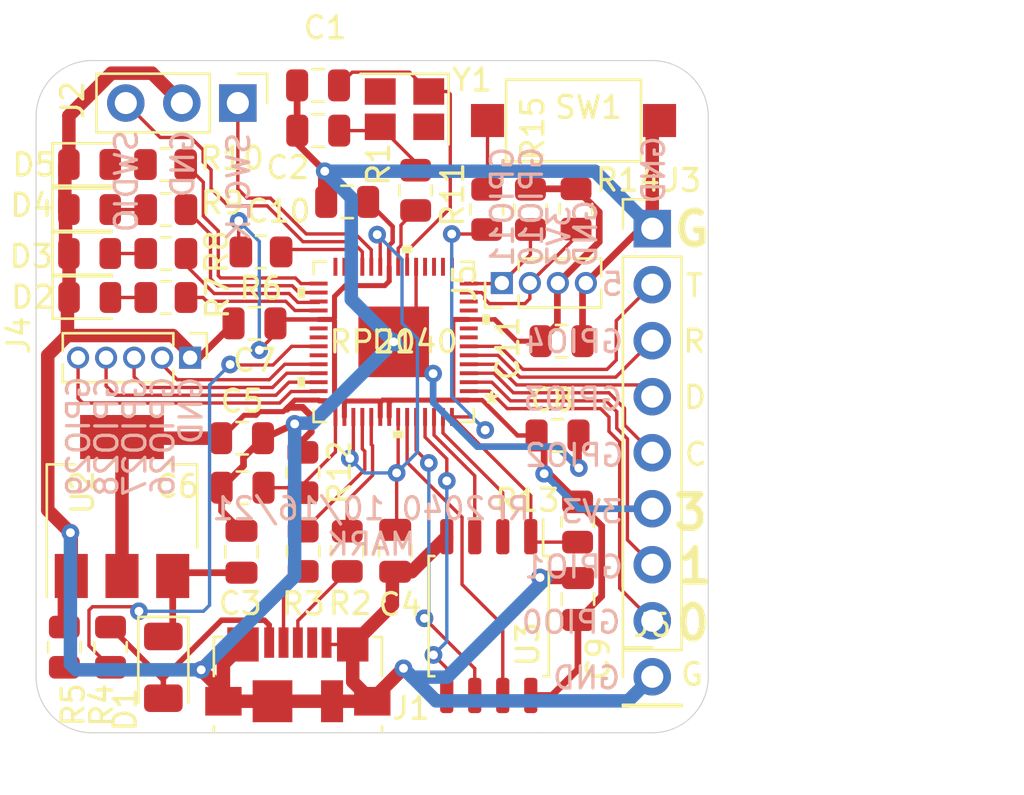
<source format=kicad_pcb>
(kicad_pcb (version 20171130) (host pcbnew "(5.1.8-0-10_14)")

  (general
    (thickness 1.6)
    (drawings 43)
    (tracks 449)
    (zones 0)
    (modules 42)
    (nets 45)
  )

  (page A4)
  (layers
    (0 F.Cu signal)
    (31 B.Cu signal)
    (32 B.Adhes user hide)
    (33 F.Adhes user hide)
    (34 B.Paste user hide)
    (35 F.Paste user hide)
    (36 B.SilkS user)
    (37 F.SilkS user)
    (38 B.Mask user hide)
    (39 F.Mask user hide)
    (40 Dwgs.User user hide)
    (41 Cmts.User user hide)
    (42 Eco1.User user)
    (43 Eco2.User user)
    (44 Edge.Cuts user)
    (45 Margin user hide)
    (46 B.CrtYd user)
    (47 F.CrtYd user)
    (48 B.Fab user)
    (49 F.Fab user)
  )

  (setup
    (last_trace_width 0.6096)
    (user_trace_width 0.1524)
    (user_trace_width 0.2032)
    (user_trace_width 0.2286)
    (user_trace_width 0.3048)
    (user_trace_width 0.6096)
    (trace_clearance 0.2)
    (zone_clearance 0.508)
    (zone_45_only no)
    (trace_min 0.1524)
    (via_size 0.8)
    (via_drill 0.4)
    (via_min_size 0.4)
    (via_min_drill 0.3)
    (uvia_size 0.3)
    (uvia_drill 0.1)
    (uvias_allowed no)
    (uvia_min_size 0.2)
    (uvia_min_drill 0.1)
    (edge_width 0.05)
    (segment_width 0.2)
    (pcb_text_width 0.3)
    (pcb_text_size 1.5 1.5)
    (mod_edge_width 0.12)
    (mod_text_size 1 1)
    (mod_text_width 0.15)
    (pad_size 1.7 1.7)
    (pad_drill 1)
    (pad_to_mask_clearance 0)
    (aux_axis_origin 0 0)
    (visible_elements FFFDFFFF)
    (pcbplotparams
      (layerselection 0x010fc_ffffffff)
      (usegerberextensions false)
      (usegerberattributes true)
      (usegerberadvancedattributes true)
      (creategerberjobfile true)
      (excludeedgelayer true)
      (linewidth 0.100000)
      (plotframeref false)
      (viasonmask false)
      (mode 1)
      (useauxorigin false)
      (hpglpennumber 1)
      (hpglpenspeed 20)
      (hpglpendiameter 15.000000)
      (psnegative false)
      (psa4output false)
      (plotreference true)
      (plotvalue true)
      (plotinvisibletext false)
      (padsonsilk false)
      (subtractmaskfromsilk false)
      (outputformat 1)
      (mirror false)
      (drillshape 1)
      (scaleselection 1)
      (outputdirectory ""))
  )

  (net 0 "")
  (net 1 GND)
  (net 2 XI)
  (net 3 "Net-(C2-Pad1)")
  (net 4 +5V)
  (net 5 +1V1)
  (net 6 +3V3)
  (net 7 "Net-(C6-Pad1)")
  (net 8 "Net-(D1-Pad2)")
  (net 9 "Net-(D2-Pad2)")
  (net 10 "Net-(D3-Pad2)")
  (net 11 "Net-(D4-Pad2)")
  (net 12 "Net-(D5-Pad2)")
  (net 13 "Net-(J1-Pad2)")
  (net 14 "Net-(J1-Pad3)")
  (net 15 SWCLK)
  (net 16 SWDIO)
  (net 17 XO)
  (net 18 USB_DP)
  (net 19 USB_DM)
  (net 20 GPIO24)
  (net 21 "Net-(R6-Pad1)")
  (net 22 QSPI_SS)
  (net 23 GPIO2)
  (net 24 GPIO3)
  (net 25 GPIO4)
  (net 26 GPIO5)
  (net 27 GPIO18)
  (net 28 GPIO19)
  (net 29 GPIO20)
  (net 30 GPIO21)
  (net 31 GPIO26)
  (net 32 GPIO27)
  (net 33 GPIO28)
  (net 34 GPIO29)
  (net 35 QSPI_SD3)
  (net 36 QSPI_SCLK)
  (net 37 QSPI_SD0)
  (net 38 QSPI_SD2)
  (net 39 QSPI_SD1)
  (net 40 "Net-(R11-Pad2)")
  (net 41 GPIO0)
  (net 42 GPIO1)
  (net 43 GPIO10)
  (net 44 GPIO11)

  (net_class Default "This is the default net class."
    (clearance 0.2)
    (trace_width 0.25)
    (via_dia 0.8)
    (via_drill 0.4)
    (uvia_dia 0.3)
    (uvia_drill 0.1)
    (add_net +1V1)
    (add_net +3V3)
    (add_net +5V)
    (add_net GND)
    (add_net GPIO0)
    (add_net GPIO1)
    (add_net GPIO10)
    (add_net GPIO11)
    (add_net GPIO18)
    (add_net GPIO19)
    (add_net GPIO2)
    (add_net GPIO20)
    (add_net GPIO21)
    (add_net GPIO24)
    (add_net GPIO26)
    (add_net GPIO27)
    (add_net GPIO28)
    (add_net GPIO29)
    (add_net GPIO3)
    (add_net GPIO4)
    (add_net GPIO5)
    (add_net "Net-(C2-Pad1)")
    (add_net "Net-(C6-Pad1)")
    (add_net "Net-(D1-Pad2)")
    (add_net "Net-(D2-Pad2)")
    (add_net "Net-(D3-Pad2)")
    (add_net "Net-(D4-Pad2)")
    (add_net "Net-(D5-Pad2)")
    (add_net "Net-(J1-Pad2)")
    (add_net "Net-(J1-Pad3)")
    (add_net "Net-(R11-Pad2)")
    (add_net "Net-(R6-Pad1)")
    (add_net QSPI_SCLK)
    (add_net QSPI_SD0)
    (add_net QSPI_SD1)
    (add_net QSPI_SD2)
    (add_net QSPI_SD3)
    (add_net QSPI_SS)
    (add_net SWCLK)
    (add_net SWDIO)
    (add_net USB_DM)
    (add_net USB_DP)
    (add_net XI)
    (add_net XO)
  )

  (module Package_TO_SOT_SMD:SOT-223-3_TabPin2 (layer F.Cu) (tedit 5A02FF57) (tstamp 6169EB77)
    (at 130.89596 91.3397 90)
    (descr "module CMS SOT223 4 pins")
    (tags "CMS SOT")
    (path /616CA2C5)
    (attr smd)
    (fp_text reference U2 (at 0.649 -1.78776 90) (layer F.SilkS)
      (effects (font (size 1 1) (thickness 0.15)))
    )
    (fp_text value AZ1117-3.3 (at 0 4.5 90) (layer F.Fab)
      (effects (font (size 1 1) (thickness 0.15)))
    )
    (fp_line (start 1.91 3.41) (end 1.91 2.15) (layer F.SilkS) (width 0.12))
    (fp_line (start 1.91 -3.41) (end 1.91 -2.15) (layer F.SilkS) (width 0.12))
    (fp_line (start 4.4 -3.6) (end -4.4 -3.6) (layer F.CrtYd) (width 0.05))
    (fp_line (start 4.4 3.6) (end 4.4 -3.6) (layer F.CrtYd) (width 0.05))
    (fp_line (start -4.4 3.6) (end 4.4 3.6) (layer F.CrtYd) (width 0.05))
    (fp_line (start -4.4 -3.6) (end -4.4 3.6) (layer F.CrtYd) (width 0.05))
    (fp_line (start -1.85 -2.35) (end -0.85 -3.35) (layer F.Fab) (width 0.1))
    (fp_line (start -1.85 -2.35) (end -1.85 3.35) (layer F.Fab) (width 0.1))
    (fp_line (start -1.85 3.41) (end 1.91 3.41) (layer F.SilkS) (width 0.12))
    (fp_line (start -0.85 -3.35) (end 1.85 -3.35) (layer F.Fab) (width 0.1))
    (fp_line (start -4.1 -3.41) (end 1.91 -3.41) (layer F.SilkS) (width 0.12))
    (fp_line (start -1.85 3.35) (end 1.85 3.35) (layer F.Fab) (width 0.1))
    (fp_line (start 1.85 -3.35) (end 1.85 3.35) (layer F.Fab) (width 0.1))
    (fp_text user %R (at 0 0) (layer F.Fab)
      (effects (font (size 0.8 0.8) (thickness 0.12)))
    )
    (pad 2 smd rect (at 3.15 0 90) (size 2 3.8) (layers F.Cu F.Paste F.Mask)
      (net 6 +3V3))
    (pad 2 smd rect (at -3.15 0 90) (size 2 1.5) (layers F.Cu F.Paste F.Mask)
      (net 6 +3V3))
    (pad 3 smd rect (at -3.15 2.3 90) (size 2 1.5) (layers F.Cu F.Paste F.Mask)
      (net 4 +5V))
    (pad 1 smd rect (at -3.15 -2.3 90) (size 2 1.5) (layers F.Cu F.Paste F.Mask)
      (net 1 GND))
    (model ${KISYS3DMOD}/Package_TO_SOT_SMD.3dshapes/SOT-223.wrl
      (at (xyz 0 0 0))
      (scale (xyz 1 1 1))
      (rotate (xyz 0 0 0))
    )
  )

  (module RP2040:RP2040 (layer F.Cu) (tedit 0) (tstamp 616A1C23)
    (at 143.21536 83.87334 180)
    (path /6168B28C)
    (fp_text reference U1 (at 0 0) (layer F.SilkS)
      (effects (font (size 1 1) (thickness 0.15)))
    )
    (fp_text value RP2040 (at 0 0) (layer F.SilkS)
      (effects (font (size 1 1) (thickness 0.15)))
    )
    (fp_line (start -3.5052 -2.2352) (end -2.2352 -3.5052) (layer F.Fab) (width 0.1))
    (fp_line (start 2.5273 -3.5052) (end 2.7559 -3.5052) (layer F.Fab) (width 0.1))
    (fp_line (start 2.7559 -3.5052) (end 2.7559 -3.5052) (layer F.Fab) (width 0.1))
    (fp_line (start 2.7559 -3.5052) (end 2.5273 -3.5052) (layer F.Fab) (width 0.1))
    (fp_line (start 2.5273 -3.5052) (end 2.5273 -3.5052) (layer F.Fab) (width 0.1))
    (fp_line (start 2.1209 -3.5052) (end 2.3495 -3.5052) (layer F.Fab) (width 0.1))
    (fp_line (start 2.3495 -3.5052) (end 2.3495 -3.5052) (layer F.Fab) (width 0.1))
    (fp_line (start 2.3495 -3.5052) (end 2.1209 -3.5052) (layer F.Fab) (width 0.1))
    (fp_line (start 2.1209 -3.5052) (end 2.1209 -3.5052) (layer F.Fab) (width 0.1))
    (fp_line (start 1.7145 -3.5052) (end 1.9431 -3.5052) (layer F.Fab) (width 0.1))
    (fp_line (start 1.9431 -3.5052) (end 1.9431 -3.5052) (layer F.Fab) (width 0.1))
    (fp_line (start 1.9431 -3.5052) (end 1.7145 -3.5052) (layer F.Fab) (width 0.1))
    (fp_line (start 1.7145 -3.5052) (end 1.7145 -3.5052) (layer F.Fab) (width 0.1))
    (fp_line (start 1.3081 -3.5052) (end 1.5367 -3.5052) (layer F.Fab) (width 0.1))
    (fp_line (start 1.5367 -3.5052) (end 1.5367 -3.5052) (layer F.Fab) (width 0.1))
    (fp_line (start 1.5367 -3.5052) (end 1.3081 -3.5052) (layer F.Fab) (width 0.1))
    (fp_line (start 1.3081 -3.5052) (end 1.3081 -3.5052) (layer F.Fab) (width 0.1))
    (fp_line (start 0.9017 -3.5052) (end 1.1303 -3.5052) (layer F.Fab) (width 0.1))
    (fp_line (start 1.1303 -3.5052) (end 1.1303 -3.5052) (layer F.Fab) (width 0.1))
    (fp_line (start 1.1303 -3.5052) (end 0.9017 -3.5052) (layer F.Fab) (width 0.1))
    (fp_line (start 0.9017 -3.5052) (end 0.9017 -3.5052) (layer F.Fab) (width 0.1))
    (fp_line (start 0.4953 -3.5052) (end 0.7239 -3.5052) (layer F.Fab) (width 0.1))
    (fp_line (start 0.7239 -3.5052) (end 0.7239 -3.5052) (layer F.Fab) (width 0.1))
    (fp_line (start 0.7239 -3.5052) (end 0.4953 -3.5052) (layer F.Fab) (width 0.1))
    (fp_line (start 0.4953 -3.5052) (end 0.4953 -3.5052) (layer F.Fab) (width 0.1))
    (fp_line (start 0.0889 -3.5052) (end 0.3175 -3.5052) (layer F.Fab) (width 0.1))
    (fp_line (start 0.3175 -3.5052) (end 0.3175 -3.5052) (layer F.Fab) (width 0.1))
    (fp_line (start 0.3175 -3.5052) (end 0.0889 -3.5052) (layer F.Fab) (width 0.1))
    (fp_line (start 0.0889 -3.5052) (end 0.0889 -3.5052) (layer F.Fab) (width 0.1))
    (fp_line (start -0.3175 -3.5052) (end -0.0889 -3.5052) (layer F.Fab) (width 0.1))
    (fp_line (start -0.0889 -3.5052) (end -0.0889 -3.5052) (layer F.Fab) (width 0.1))
    (fp_line (start -0.0889 -3.5052) (end -0.3175 -3.5052) (layer F.Fab) (width 0.1))
    (fp_line (start -0.3175 -3.5052) (end -0.3175 -3.5052) (layer F.Fab) (width 0.1))
    (fp_line (start -0.7239 -3.5052) (end -0.4953 -3.5052) (layer F.Fab) (width 0.1))
    (fp_line (start -0.4953 -3.5052) (end -0.4953 -3.5052) (layer F.Fab) (width 0.1))
    (fp_line (start -0.4953 -3.5052) (end -0.7239 -3.5052) (layer F.Fab) (width 0.1))
    (fp_line (start -0.7239 -3.5052) (end -0.7239 -3.5052) (layer F.Fab) (width 0.1))
    (fp_line (start -1.1303 -3.5052) (end -0.9017 -3.5052) (layer F.Fab) (width 0.1))
    (fp_line (start -0.9017 -3.5052) (end -0.9017 -3.5052) (layer F.Fab) (width 0.1))
    (fp_line (start -0.9017 -3.5052) (end -1.1303 -3.5052) (layer F.Fab) (width 0.1))
    (fp_line (start -1.1303 -3.5052) (end -1.1303 -3.5052) (layer F.Fab) (width 0.1))
    (fp_line (start -1.5367 -3.5052) (end -1.3081 -3.5052) (layer F.Fab) (width 0.1))
    (fp_line (start -1.3081 -3.5052) (end -1.3081 -3.5052) (layer F.Fab) (width 0.1))
    (fp_line (start -1.3081 -3.5052) (end -1.5367 -3.5052) (layer F.Fab) (width 0.1))
    (fp_line (start -1.5367 -3.5052) (end -1.5367 -3.5052) (layer F.Fab) (width 0.1))
    (fp_line (start -1.9431 -3.5052) (end -1.7145 -3.5052) (layer F.Fab) (width 0.1))
    (fp_line (start -1.7145 -3.5052) (end -1.7145 -3.5052) (layer F.Fab) (width 0.1))
    (fp_line (start -1.7145 -3.5052) (end -1.9431 -3.5052) (layer F.Fab) (width 0.1))
    (fp_line (start -1.9431 -3.5052) (end -1.9431 -3.5052) (layer F.Fab) (width 0.1))
    (fp_line (start -2.3495 -3.5052) (end -2.1209 -3.5052) (layer F.Fab) (width 0.1))
    (fp_line (start -2.1209 -3.5052) (end -2.1209 -3.5052) (layer F.Fab) (width 0.1))
    (fp_line (start -2.1209 -3.5052) (end -2.3495 -3.5052) (layer F.Fab) (width 0.1))
    (fp_line (start -2.3495 -3.5052) (end -2.3495 -3.5052) (layer F.Fab) (width 0.1))
    (fp_line (start -2.7559 -3.5052) (end -2.5273 -3.5052) (layer F.Fab) (width 0.1))
    (fp_line (start -2.5273 -3.5052) (end -2.5273 -3.5052) (layer F.Fab) (width 0.1))
    (fp_line (start -2.5273 -3.5052) (end -2.7559 -3.5052) (layer F.Fab) (width 0.1))
    (fp_line (start -2.7559 -3.5052) (end -2.7559 -3.5052) (layer F.Fab) (width 0.1))
    (fp_line (start -3.5052 -2.5273) (end -3.5052 -2.7559) (layer F.Fab) (width 0.1))
    (fp_line (start -3.5052 -2.7559) (end -3.5052 -2.7559) (layer F.Fab) (width 0.1))
    (fp_line (start -3.5052 -2.7559) (end -3.5052 -2.5273) (layer F.Fab) (width 0.1))
    (fp_line (start -3.5052 -2.5273) (end -3.5052 -2.5273) (layer F.Fab) (width 0.1))
    (fp_line (start -3.5052 -2.1209) (end -3.5052 -2.3495) (layer F.Fab) (width 0.1))
    (fp_line (start -3.5052 -2.3495) (end -3.5052 -2.3495) (layer F.Fab) (width 0.1))
    (fp_line (start -3.5052 -2.3495) (end -3.5052 -2.1209) (layer F.Fab) (width 0.1))
    (fp_line (start -3.5052 -2.1209) (end -3.5052 -2.1209) (layer F.Fab) (width 0.1))
    (fp_line (start -3.5052 -1.7145) (end -3.5052 -1.9431) (layer F.Fab) (width 0.1))
    (fp_line (start -3.5052 -1.9431) (end -3.5052 -1.9431) (layer F.Fab) (width 0.1))
    (fp_line (start -3.5052 -1.9431) (end -3.5052 -1.7145) (layer F.Fab) (width 0.1))
    (fp_line (start -3.5052 -1.7145) (end -3.5052 -1.7145) (layer F.Fab) (width 0.1))
    (fp_line (start -3.5052 -1.3081) (end -3.5052 -1.5367) (layer F.Fab) (width 0.1))
    (fp_line (start -3.5052 -1.5367) (end -3.5052 -1.5367) (layer F.Fab) (width 0.1))
    (fp_line (start -3.5052 -1.5367) (end -3.5052 -1.3081) (layer F.Fab) (width 0.1))
    (fp_line (start -3.5052 -1.3081) (end -3.5052 -1.3081) (layer F.Fab) (width 0.1))
    (fp_line (start -3.5052 -0.9017) (end -3.5052 -1.1303) (layer F.Fab) (width 0.1))
    (fp_line (start -3.5052 -1.1303) (end -3.5052 -1.1303) (layer F.Fab) (width 0.1))
    (fp_line (start -3.5052 -1.1303) (end -3.5052 -0.9017) (layer F.Fab) (width 0.1))
    (fp_line (start -3.5052 -0.9017) (end -3.5052 -0.9017) (layer F.Fab) (width 0.1))
    (fp_line (start -3.5052 -0.4953) (end -3.5052 -0.7239) (layer F.Fab) (width 0.1))
    (fp_line (start -3.5052 -0.7239) (end -3.5052 -0.7239) (layer F.Fab) (width 0.1))
    (fp_line (start -3.5052 -0.7239) (end -3.5052 -0.4953) (layer F.Fab) (width 0.1))
    (fp_line (start -3.5052 -0.4953) (end -3.5052 -0.4953) (layer F.Fab) (width 0.1))
    (fp_line (start -3.5052 -0.0889) (end -3.5052 -0.3175) (layer F.Fab) (width 0.1))
    (fp_line (start -3.5052 -0.3175) (end -3.5052 -0.3175) (layer F.Fab) (width 0.1))
    (fp_line (start -3.5052 -0.3175) (end -3.5052 -0.0889) (layer F.Fab) (width 0.1))
    (fp_line (start -3.5052 -0.0889) (end -3.5052 -0.0889) (layer F.Fab) (width 0.1))
    (fp_line (start -3.5052 0.3175) (end -3.5052 0.0889) (layer F.Fab) (width 0.1))
    (fp_line (start -3.5052 0.0889) (end -3.5052 0.0889) (layer F.Fab) (width 0.1))
    (fp_line (start -3.5052 0.0889) (end -3.5052 0.3175) (layer F.Fab) (width 0.1))
    (fp_line (start -3.5052 0.3175) (end -3.5052 0.3175) (layer F.Fab) (width 0.1))
    (fp_line (start -3.5052 0.7239) (end -3.5052 0.4953) (layer F.Fab) (width 0.1))
    (fp_line (start -3.5052 0.4953) (end -3.5052 0.4953) (layer F.Fab) (width 0.1))
    (fp_line (start -3.5052 0.4953) (end -3.5052 0.7239) (layer F.Fab) (width 0.1))
    (fp_line (start -3.5052 0.7239) (end -3.5052 0.7239) (layer F.Fab) (width 0.1))
    (fp_line (start -3.5052 1.1303) (end -3.5052 0.9017) (layer F.Fab) (width 0.1))
    (fp_line (start -3.5052 0.9017) (end -3.5052 0.9017) (layer F.Fab) (width 0.1))
    (fp_line (start -3.5052 0.9017) (end -3.5052 1.1303) (layer F.Fab) (width 0.1))
    (fp_line (start -3.5052 1.1303) (end -3.5052 1.1303) (layer F.Fab) (width 0.1))
    (fp_line (start -3.5052 1.5367) (end -3.5052 1.3081) (layer F.Fab) (width 0.1))
    (fp_line (start -3.5052 1.3081) (end -3.5052 1.3081) (layer F.Fab) (width 0.1))
    (fp_line (start -3.5052 1.3081) (end -3.5052 1.5367) (layer F.Fab) (width 0.1))
    (fp_line (start -3.5052 1.5367) (end -3.5052 1.5367) (layer F.Fab) (width 0.1))
    (fp_line (start -3.5052 1.9431) (end -3.5052 1.7145) (layer F.Fab) (width 0.1))
    (fp_line (start -3.5052 1.7145) (end -3.5052 1.7145) (layer F.Fab) (width 0.1))
    (fp_line (start -3.5052 1.7145) (end -3.5052 1.9431) (layer F.Fab) (width 0.1))
    (fp_line (start -3.5052 1.9431) (end -3.5052 1.9431) (layer F.Fab) (width 0.1))
    (fp_line (start -3.5052 2.3495) (end -3.5052 2.1209) (layer F.Fab) (width 0.1))
    (fp_line (start -3.5052 2.1209) (end -3.5052 2.1209) (layer F.Fab) (width 0.1))
    (fp_line (start -3.5052 2.1209) (end -3.5052 2.3495) (layer F.Fab) (width 0.1))
    (fp_line (start -3.5052 2.3495) (end -3.5052 2.3495) (layer F.Fab) (width 0.1))
    (fp_line (start -3.5052 2.7559) (end -3.5052 2.5273) (layer F.Fab) (width 0.1))
    (fp_line (start -3.5052 2.5273) (end -3.5052 2.5273) (layer F.Fab) (width 0.1))
    (fp_line (start -3.5052 2.5273) (end -3.5052 2.7559) (layer F.Fab) (width 0.1))
    (fp_line (start -3.5052 2.7559) (end -3.5052 2.7559) (layer F.Fab) (width 0.1))
    (fp_line (start -2.5273 3.5052) (end -2.7559 3.5052) (layer F.Fab) (width 0.1))
    (fp_line (start -2.7559 3.5052) (end -2.7559 3.5052) (layer F.Fab) (width 0.1))
    (fp_line (start -2.7559 3.5052) (end -2.5273 3.5052) (layer F.Fab) (width 0.1))
    (fp_line (start -2.5273 3.5052) (end -2.5273 3.5052) (layer F.Fab) (width 0.1))
    (fp_line (start -2.1209 3.5052) (end -2.3495 3.5052) (layer F.Fab) (width 0.1))
    (fp_line (start -2.3495 3.5052) (end -2.3495 3.5052) (layer F.Fab) (width 0.1))
    (fp_line (start -2.3495 3.5052) (end -2.1209 3.5052) (layer F.Fab) (width 0.1))
    (fp_line (start -2.1209 3.5052) (end -2.1209 3.5052) (layer F.Fab) (width 0.1))
    (fp_line (start -1.7145 3.5052) (end -1.9431 3.5052) (layer F.Fab) (width 0.1))
    (fp_line (start -1.9431 3.5052) (end -1.9431 3.5052) (layer F.Fab) (width 0.1))
    (fp_line (start -1.9431 3.5052) (end -1.7145 3.5052) (layer F.Fab) (width 0.1))
    (fp_line (start -1.7145 3.5052) (end -1.7145 3.5052) (layer F.Fab) (width 0.1))
    (fp_line (start -1.3081 3.5052) (end -1.5367 3.5052) (layer F.Fab) (width 0.1))
    (fp_line (start -1.5367 3.5052) (end -1.5367 3.5052) (layer F.Fab) (width 0.1))
    (fp_line (start -1.5367 3.5052) (end -1.3081 3.5052) (layer F.Fab) (width 0.1))
    (fp_line (start -1.3081 3.5052) (end -1.3081 3.5052) (layer F.Fab) (width 0.1))
    (fp_line (start -0.9017 3.5052) (end -1.1303 3.5052) (layer F.Fab) (width 0.1))
    (fp_line (start -1.1303 3.5052) (end -1.1303 3.5052) (layer F.Fab) (width 0.1))
    (fp_line (start -1.1303 3.5052) (end -0.9017 3.5052) (layer F.Fab) (width 0.1))
    (fp_line (start -0.9017 3.5052) (end -0.9017 3.5052) (layer F.Fab) (width 0.1))
    (fp_line (start -0.4953 3.5052) (end -0.7239 3.5052) (layer F.Fab) (width 0.1))
    (fp_line (start -0.7239 3.5052) (end -0.7239 3.5052) (layer F.Fab) (width 0.1))
    (fp_line (start -0.7239 3.5052) (end -0.4953 3.5052) (layer F.Fab) (width 0.1))
    (fp_line (start -0.4953 3.5052) (end -0.4953 3.5052) (layer F.Fab) (width 0.1))
    (fp_line (start -0.0889 3.5052) (end -0.3175 3.5052) (layer F.Fab) (width 0.1))
    (fp_line (start -0.3175 3.5052) (end -0.3175 3.5052) (layer F.Fab) (width 0.1))
    (fp_line (start -0.3175 3.5052) (end -0.0889 3.5052) (layer F.Fab) (width 0.1))
    (fp_line (start -0.0889 3.5052) (end -0.0889 3.5052) (layer F.Fab) (width 0.1))
    (fp_line (start 0.3175 3.5052) (end 0.0889 3.5052) (layer F.Fab) (width 0.1))
    (fp_line (start 0.0889 3.5052) (end 0.0889 3.5052) (layer F.Fab) (width 0.1))
    (fp_line (start 0.0889 3.5052) (end 0.3175 3.5052) (layer F.Fab) (width 0.1))
    (fp_line (start 0.3175 3.5052) (end 0.3175 3.5052) (layer F.Fab) (width 0.1))
    (fp_line (start 0.7239 3.5052) (end 0.4953 3.5052) (layer F.Fab) (width 0.1))
    (fp_line (start 0.4953 3.5052) (end 0.4953 3.5052) (layer F.Fab) (width 0.1))
    (fp_line (start 0.4953 3.5052) (end 0.7239 3.5052) (layer F.Fab) (width 0.1))
    (fp_line (start 0.7239 3.5052) (end 0.7239 3.5052) (layer F.Fab) (width 0.1))
    (fp_line (start 1.1303 3.5052) (end 0.9017 3.5052) (layer F.Fab) (width 0.1))
    (fp_line (start 0.9017 3.5052) (end 0.9017 3.5052) (layer F.Fab) (width 0.1))
    (fp_line (start 0.9017 3.5052) (end 1.1303 3.5052) (layer F.Fab) (width 0.1))
    (fp_line (start 1.1303 3.5052) (end 1.1303 3.5052) (layer F.Fab) (width 0.1))
    (fp_line (start 1.5367 3.5052) (end 1.3081 3.5052) (layer F.Fab) (width 0.1))
    (fp_line (start 1.3081 3.5052) (end 1.3081 3.5052) (layer F.Fab) (width 0.1))
    (fp_line (start 1.3081 3.5052) (end 1.5367 3.5052) (layer F.Fab) (width 0.1))
    (fp_line (start 1.5367 3.5052) (end 1.5367 3.5052) (layer F.Fab) (width 0.1))
    (fp_line (start 1.9431 3.5052) (end 1.7145 3.5052) (layer F.Fab) (width 0.1))
    (fp_line (start 1.7145 3.5052) (end 1.7145 3.5052) (layer F.Fab) (width 0.1))
    (fp_line (start 1.7145 3.5052) (end 1.9431 3.5052) (layer F.Fab) (width 0.1))
    (fp_line (start 1.9431 3.5052) (end 1.9431 3.5052) (layer F.Fab) (width 0.1))
    (fp_line (start 2.3495 3.5052) (end 2.1209 3.5052) (layer F.Fab) (width 0.1))
    (fp_line (start 2.1209 3.5052) (end 2.1209 3.5052) (layer F.Fab) (width 0.1))
    (fp_line (start 2.1209 3.5052) (end 2.3495 3.5052) (layer F.Fab) (width 0.1))
    (fp_line (start 2.3495 3.5052) (end 2.3495 3.5052) (layer F.Fab) (width 0.1))
    (fp_line (start 2.7559 3.5052) (end 2.5273 3.5052) (layer F.Fab) (width 0.1))
    (fp_line (start 2.5273 3.5052) (end 2.5273 3.5052) (layer F.Fab) (width 0.1))
    (fp_line (start 2.5273 3.5052) (end 2.7559 3.5052) (layer F.Fab) (width 0.1))
    (fp_line (start 2.7559 3.5052) (end 2.7559 3.5052) (layer F.Fab) (width 0.1))
    (fp_line (start 3.5052 2.5273) (end 3.5052 2.7559) (layer F.Fab) (width 0.1))
    (fp_line (start 3.5052 2.7559) (end 3.5052 2.7559) (layer F.Fab) (width 0.1))
    (fp_line (start 3.5052 2.7559) (end 3.5052 2.5273) (layer F.Fab) (width 0.1))
    (fp_line (start 3.5052 2.5273) (end 3.5052 2.5273) (layer F.Fab) (width 0.1))
    (fp_line (start 3.5052 2.1209) (end 3.5052 2.3495) (layer F.Fab) (width 0.1))
    (fp_line (start 3.5052 2.3495) (end 3.5052 2.3495) (layer F.Fab) (width 0.1))
    (fp_line (start 3.5052 2.3495) (end 3.5052 2.1209) (layer F.Fab) (width 0.1))
    (fp_line (start 3.5052 2.1209) (end 3.5052 2.1209) (layer F.Fab) (width 0.1))
    (fp_line (start 3.5052 1.7145) (end 3.5052 1.9431) (layer F.Fab) (width 0.1))
    (fp_line (start 3.5052 1.9431) (end 3.5052 1.9431) (layer F.Fab) (width 0.1))
    (fp_line (start 3.5052 1.9431) (end 3.5052 1.7145) (layer F.Fab) (width 0.1))
    (fp_line (start 3.5052 1.7145) (end 3.5052 1.7145) (layer F.Fab) (width 0.1))
    (fp_line (start 3.5052 1.3081) (end 3.5052 1.5367) (layer F.Fab) (width 0.1))
    (fp_line (start 3.5052 1.5367) (end 3.5052 1.5367) (layer F.Fab) (width 0.1))
    (fp_line (start 3.5052 1.5367) (end 3.5052 1.3081) (layer F.Fab) (width 0.1))
    (fp_line (start 3.5052 1.3081) (end 3.5052 1.3081) (layer F.Fab) (width 0.1))
    (fp_line (start 3.5052 0.9017) (end 3.5052 1.1303) (layer F.Fab) (width 0.1))
    (fp_line (start 3.5052 1.1303) (end 3.5052 1.1303) (layer F.Fab) (width 0.1))
    (fp_line (start 3.5052 1.1303) (end 3.5052 0.9017) (layer F.Fab) (width 0.1))
    (fp_line (start 3.5052 0.9017) (end 3.5052 0.9017) (layer F.Fab) (width 0.1))
    (fp_line (start 3.5052 0.4953) (end 3.5052 0.7239) (layer F.Fab) (width 0.1))
    (fp_line (start 3.5052 0.7239) (end 3.5052 0.7239) (layer F.Fab) (width 0.1))
    (fp_line (start 3.5052 0.7239) (end 3.5052 0.4953) (layer F.Fab) (width 0.1))
    (fp_line (start 3.5052 0.4953) (end 3.5052 0.4953) (layer F.Fab) (width 0.1))
    (fp_line (start 3.5052 0.0889) (end 3.5052 0.3175) (layer F.Fab) (width 0.1))
    (fp_line (start 3.5052 0.3175) (end 3.5052 0.3175) (layer F.Fab) (width 0.1))
    (fp_line (start 3.5052 0.3175) (end 3.5052 0.0889) (layer F.Fab) (width 0.1))
    (fp_line (start 3.5052 0.0889) (end 3.5052 0.0889) (layer F.Fab) (width 0.1))
    (fp_line (start 3.5052 -0.3175) (end 3.5052 -0.0889) (layer F.Fab) (width 0.1))
    (fp_line (start 3.5052 -0.0889) (end 3.5052 -0.0889) (layer F.Fab) (width 0.1))
    (fp_line (start 3.5052 -0.0889) (end 3.5052 -0.3175) (layer F.Fab) (width 0.1))
    (fp_line (start 3.5052 -0.3175) (end 3.5052 -0.3175) (layer F.Fab) (width 0.1))
    (fp_line (start 3.5052 -0.7239) (end 3.5052 -0.4953) (layer F.Fab) (width 0.1))
    (fp_line (start 3.5052 -0.4953) (end 3.5052 -0.4953) (layer F.Fab) (width 0.1))
    (fp_line (start 3.5052 -0.4953) (end 3.5052 -0.7239) (layer F.Fab) (width 0.1))
    (fp_line (start 3.5052 -0.7239) (end 3.5052 -0.7239) (layer F.Fab) (width 0.1))
    (fp_line (start 3.5052 -1.1303) (end 3.5052 -0.9017) (layer F.Fab) (width 0.1))
    (fp_line (start 3.5052 -0.9017) (end 3.5052 -0.9017) (layer F.Fab) (width 0.1))
    (fp_line (start 3.5052 -0.9017) (end 3.5052 -1.1303) (layer F.Fab) (width 0.1))
    (fp_line (start 3.5052 -1.1303) (end 3.5052 -1.1303) (layer F.Fab) (width 0.1))
    (fp_line (start 3.5052 -1.5367) (end 3.5052 -1.3081) (layer F.Fab) (width 0.1))
    (fp_line (start 3.5052 -1.3081) (end 3.5052 -1.3081) (layer F.Fab) (width 0.1))
    (fp_line (start 3.5052 -1.3081) (end 3.5052 -1.5367) (layer F.Fab) (width 0.1))
    (fp_line (start 3.5052 -1.5367) (end 3.5052 -1.5367) (layer F.Fab) (width 0.1))
    (fp_line (start 3.5052 -1.9431) (end 3.5052 -1.7145) (layer F.Fab) (width 0.1))
    (fp_line (start 3.5052 -1.7145) (end 3.5052 -1.7145) (layer F.Fab) (width 0.1))
    (fp_line (start 3.5052 -1.7145) (end 3.5052 -1.9431) (layer F.Fab) (width 0.1))
    (fp_line (start 3.5052 -1.9431) (end 3.5052 -1.9431) (layer F.Fab) (width 0.1))
    (fp_line (start 3.5052 -2.3495) (end 3.5052 -2.1209) (layer F.Fab) (width 0.1))
    (fp_line (start 3.5052 -2.1209) (end 3.5052 -2.1209) (layer F.Fab) (width 0.1))
    (fp_line (start 3.5052 -2.1209) (end 3.5052 -2.3495) (layer F.Fab) (width 0.1))
    (fp_line (start 3.5052 -2.3495) (end 3.5052 -2.3495) (layer F.Fab) (width 0.1))
    (fp_line (start 3.5052 -2.7559) (end 3.5052 -2.5273) (layer F.Fab) (width 0.1))
    (fp_line (start 3.5052 -2.5273) (end 3.5052 -2.5273) (layer F.Fab) (width 0.1))
    (fp_line (start 3.5052 -2.5273) (end 3.5052 -2.7559) (layer F.Fab) (width 0.1))
    (fp_line (start 3.5052 -2.7559) (end 3.5052 -2.7559) (layer F.Fab) (width 0.1))
    (fp_line (start -3.6322 3.6322) (end -3.06324 3.6322) (layer F.SilkS) (width 0.12))
    (fp_line (start 3.6322 3.6322) (end 3.6322 3.06324) (layer F.SilkS) (width 0.12))
    (fp_line (start 3.6322 -3.6322) (end 3.06324 -3.6322) (layer F.SilkS) (width 0.12))
    (fp_line (start -3.6322 -3.6322) (end -3.6322 -3.06324) (layer F.SilkS) (width 0.12))
    (fp_line (start -3.6322 3.06324) (end -3.6322 3.6322) (layer F.SilkS) (width 0.12))
    (fp_line (start -3.5052 3.5052) (end 3.5052 3.5052) (layer F.Fab) (width 0.1))
    (fp_line (start 3.5052 3.5052) (end 3.5052 3.5052) (layer F.Fab) (width 0.1))
    (fp_line (start 3.5052 3.5052) (end 3.5052 -3.5052) (layer F.Fab) (width 0.1))
    (fp_line (start 3.5052 -3.5052) (end 3.5052 -3.5052) (layer F.Fab) (width 0.1))
    (fp_line (start 3.5052 -3.5052) (end -3.5052 -3.5052) (layer F.Fab) (width 0.1))
    (fp_line (start -3.5052 -3.5052) (end -3.5052 -3.5052) (layer F.Fab) (width 0.1))
    (fp_line (start -3.5052 -3.5052) (end -3.5052 3.5052) (layer F.Fab) (width 0.1))
    (fp_line (start -3.5052 3.5052) (end -3.5052 3.5052) (layer F.Fab) (width 0.1))
    (fp_line (start 3.06324 3.6322) (end 3.6322 3.6322) (layer F.SilkS) (width 0.12))
    (fp_line (start 3.6322 -3.06324) (end 3.6322 -3.6322) (layer F.SilkS) (width 0.12))
    (fp_line (start -3.06324 -3.6322) (end -3.6322 -3.6322) (layer F.SilkS) (width 0.12))
    (fp_poly (pts (xy -4.318 0.8255) (xy -4.318 1.2065) (xy -4.064 1.2065) (xy -4.064 0.8255)) (layer F.SilkS) (width 0.1))
    (fp_poly (pts (xy -0.8001 4.064) (xy -0.8001 4.318) (xy -0.4191 4.318) (xy -0.4191 4.064)) (layer F.SilkS) (width 0.1))
    (fp_poly (pts (xy 4.318 2.0447) (xy 4.318 2.4257) (xy 4.064 2.4257) (xy 4.064 2.0447)) (layer F.SilkS) (width 0.1))
    (fp_poly (pts (xy 4.318 -2.0193) (xy 4.318 -1.6383) (xy 4.064 -1.6383) (xy 4.064 -2.0193)) (layer F.SilkS) (width 0.1))
    (fp_poly (pts (xy -0.3937 -4.064) (xy -0.3937 -4.318) (xy -0.0127 -4.318) (xy -0.0127 -4.064)) (layer F.SilkS) (width 0.1))
    (fp_poly (pts (xy -1.5002 -1.5002) (xy -1.5002 -0.1) (xy -0.1 -0.1) (xy -0.1 -1.5002)) (layer F.Paste) (width 0.1))
    (fp_poly (pts (xy -1.5002 0.1) (xy -1.5002 1.5002) (xy -0.1 1.5002) (xy -0.1 0.1)) (layer F.Paste) (width 0.1))
    (fp_poly (pts (xy 0.1 -1.5002) (xy 0.1 -0.1) (xy 1.5002 -0.1) (xy 1.5002 -1.5002)) (layer F.Paste) (width 0.1))
    (fp_poly (pts (xy 0.1 0.1) (xy 0.1 1.5002) (xy 1.5002 1.5002) (xy 1.5002 0.1)) (layer F.Paste) (width 0.1))
    (fp_line (start -3.7592 3.7592) (end -3.7592 2.9845) (layer F.CrtYd) (width 0.05))
    (fp_line (start -3.7592 2.9845) (end -4.064 2.9845) (layer F.CrtYd) (width 0.05))
    (fp_line (start -4.064 2.9845) (end -4.064 -2.9845) (layer F.CrtYd) (width 0.05))
    (fp_line (start -4.064 -2.9845) (end -3.7592 -2.9845) (layer F.CrtYd) (width 0.05))
    (fp_line (start -3.7592 -2.9845) (end -3.7592 -3.7592) (layer F.CrtYd) (width 0.05))
    (fp_line (start -3.7592 -3.7592) (end -2.9845 -3.7592) (layer F.CrtYd) (width 0.05))
    (fp_line (start -2.9845 -3.7592) (end -2.9845 -4.064) (layer F.CrtYd) (width 0.05))
    (fp_line (start -2.9845 -4.064) (end 2.9845 -4.064) (layer F.CrtYd) (width 0.05))
    (fp_line (start 2.9845 -4.064) (end 2.9845 -3.7592) (layer F.CrtYd) (width 0.05))
    (fp_line (start 2.9845 -3.7592) (end 3.7592 -3.7592) (layer F.CrtYd) (width 0.05))
    (fp_line (start 3.7592 -3.7592) (end 3.7592 -2.9845) (layer F.CrtYd) (width 0.05))
    (fp_line (start 3.7592 -2.9845) (end 4.064 -2.9845) (layer F.CrtYd) (width 0.05))
    (fp_line (start 4.064 -2.9845) (end 4.064 2.9845) (layer F.CrtYd) (width 0.05))
    (fp_line (start 4.064 2.9845) (end 3.7592 2.9845) (layer F.CrtYd) (width 0.05))
    (fp_line (start 3.7592 2.9845) (end 3.7592 3.7592) (layer F.CrtYd) (width 0.05))
    (fp_line (start 3.7592 3.7592) (end 2.9845 3.7592) (layer F.CrtYd) (width 0.05))
    (fp_line (start 2.9845 3.7592) (end 2.9845 4.064) (layer F.CrtYd) (width 0.05))
    (fp_line (start 2.9845 4.064) (end -2.9845 4.064) (layer F.CrtYd) (width 0.05))
    (fp_line (start -2.9845 4.064) (end -2.9845 3.7592) (layer F.CrtYd) (width 0.05))
    (fp_line (start -2.9845 3.7592) (end -3.7592 3.7592) (layer F.CrtYd) (width 0.05))
    (fp_circle (center -4.6101 -2.6416) (end -4.6101 -2.6416) (layer F.CrtYd) (width 0.05))
    (fp_text user "Copyright 2021 Accelerated Designs. All rights reserved." (at 0 0) (layer Cmts.User)
      (effects (font (size 0.127 0.127) (thickness 0.002)))
    )
    (fp_text user * (at -4.445 -2.8448) (layer F.SilkS)
      (effects (font (size 1 1) (thickness 0.15)))
    )
    (fp_text user * (at -2.9972 -2.8448) (layer F.Fab)
      (effects (font (size 1 1) (thickness 0.15)))
    )
    (fp_text user 0.016in/0.406mm (at -5.4356 -2.4384) (layer Dwgs.User)
      (effects (font (size 1 1) (thickness 0.15)))
    )
    (fp_text user 0.032in/0.813mm (at -3.4036 -6.4516) (layer Dwgs.User)
      (effects (font (size 1 1) (thickness 0.15)))
    )
    (fp_text user 0.007in/0.178mm (at -6.4516 3.4036) (layer Dwgs.User)
      (effects (font (size 1 1) (thickness 0.15)))
    )
    (fp_text user 0.268in/6.807mm (at -21.63064 -3.38074) (layer Dwgs.User)
      (effects (font (size 1 1) (thickness 0.15)))
    )
    (fp_text user 0.268in/6.807mm (at 8.9916 0.635) (layer Dwgs.User)
      (effects (font (size 1 1) (thickness 0.15)))
    )
    (fp_text user 0.126in/3.2mm (at 0 4.6482) (layer Dwgs.User)
      (effects (font (size 1 1) (thickness 0.15)))
    )
    (fp_text user 0.126in/3.2mm (at 4.6482 -0.635) (layer Dwgs.User)
      (effects (font (size 1 1) (thickness 0.15)))
    )
    (fp_text user * (at -4.445 -2.8448) (layer F.SilkS)
      (effects (font (size 1 1) (thickness 0.15)))
    )
    (fp_text user * (at -2.9972 -2.8448) (layer F.Fab)
      (effects (font (size 1 1) (thickness 0.15)))
    )
    (pad 1 smd rect (at -3.4036 -2.6416 270) (size 0.1778 0.8128) (layers F.Cu F.Paste F.Mask)
      (net 6 +3V3))
    (pad 2 smd rect (at -3.4036 -2.2352 270) (size 0.1778 0.8128) (layers F.Cu F.Paste F.Mask)
      (net 41 GPIO0))
    (pad 3 smd rect (at -3.4036 -1.8288 270) (size 0.1778 0.8128) (layers F.Cu F.Paste F.Mask)
      (net 42 GPIO1))
    (pad 4 smd rect (at -3.4036 -1.4224 270) (size 0.1778 0.8128) (layers F.Cu F.Paste F.Mask)
      (net 23 GPIO2))
    (pad 5 smd rect (at -3.4036 -1.016 270) (size 0.1778 0.8128) (layers F.Cu F.Paste F.Mask)
      (net 24 GPIO3))
    (pad 6 smd rect (at -3.4036 -0.6096 270) (size 0.1778 0.8128) (layers F.Cu F.Paste F.Mask)
      (net 25 GPIO4))
    (pad 7 smd rect (at -3.4036 -0.2032 270) (size 0.1778 0.8128) (layers F.Cu F.Paste F.Mask)
      (net 26 GPIO5))
    (pad 8 smd rect (at -3.4036 0.2032 270) (size 0.1778 0.8128) (layers F.Cu F.Paste F.Mask))
    (pad 9 smd rect (at -3.4036 0.6096 270) (size 0.1778 0.8128) (layers F.Cu F.Paste F.Mask))
    (pad 10 smd rect (at -3.4036 1.016 270) (size 0.1778 0.8128) (layers F.Cu F.Paste F.Mask)
      (net 6 +3V3))
    (pad 11 smd rect (at -3.4036 1.4224 270) (size 0.1778 0.8128) (layers F.Cu F.Paste F.Mask))
    (pad 12 smd rect (at -3.4036 1.8288 270) (size 0.1778 0.8128) (layers F.Cu F.Paste F.Mask))
    (pad 13 smd rect (at -3.4036 2.2352 270) (size 0.1778 0.8128) (layers F.Cu F.Paste F.Mask)
      (net 43 GPIO10))
    (pad 14 smd rect (at -3.4036 2.6416 270) (size 0.1778 0.8128) (layers F.Cu F.Paste F.Mask)
      (net 44 GPIO11))
    (pad 15 smd rect (at -2.6416 3.4036 180) (size 0.1778 0.8128) (layers F.Cu F.Paste F.Mask))
    (pad 16 smd rect (at -2.2352 3.4036 180) (size 0.1778 0.8128) (layers F.Cu F.Paste F.Mask))
    (pad 17 smd rect (at -1.8288 3.4036 180) (size 0.1778 0.8128) (layers F.Cu F.Paste F.Mask))
    (pad 18 smd rect (at -1.4224 3.4036 180) (size 0.1778 0.8128) (layers F.Cu F.Paste F.Mask))
    (pad 19 smd rect (at -1.016 3.4036 180) (size 0.1778 0.8128) (layers F.Cu F.Paste F.Mask)
      (net 1 GND))
    (pad 20 smd rect (at -0.6096 3.4036 180) (size 0.1778 0.8128) (layers F.Cu F.Paste F.Mask)
      (net 2 XI))
    (pad 21 smd rect (at -0.2032 3.4036 180) (size 0.1778 0.8128) (layers F.Cu F.Paste F.Mask)
      (net 17 XO))
    (pad 22 smd rect (at 0.2032 3.4036 180) (size 0.1778 0.8128) (layers F.Cu F.Paste F.Mask)
      (net 6 +3V3))
    (pad 23 smd rect (at 0.6096 3.4036 180) (size 0.1778 0.8128) (layers F.Cu F.Paste F.Mask)
      (net 5 +1V1))
    (pad 24 smd rect (at 1.016 3.4036 180) (size 0.1778 0.8128) (layers F.Cu F.Paste F.Mask)
      (net 15 SWCLK))
    (pad 25 smd rect (at 1.4224 3.4036 180) (size 0.1778 0.8128) (layers F.Cu F.Paste F.Mask)
      (net 16 SWDIO))
    (pad 26 smd rect (at 1.8288 3.4036 180) (size 0.1778 0.8128) (layers F.Cu F.Paste F.Mask)
      (net 21 "Net-(R6-Pad1)"))
    (pad 27 smd rect (at 2.2352 3.4036 180) (size 0.1778 0.8128) (layers F.Cu F.Paste F.Mask))
    (pad 28 smd rect (at 2.6416 3.4036 180) (size 0.1778 0.8128) (layers F.Cu F.Paste F.Mask))
    (pad 29 smd rect (at 3.4036 2.6416 270) (size 0.1778 0.8128) (layers F.Cu F.Paste F.Mask)
      (net 27 GPIO18))
    (pad 30 smd rect (at 3.4036 2.2352 270) (size 0.1778 0.8128) (layers F.Cu F.Paste F.Mask)
      (net 28 GPIO19))
    (pad 31 smd rect (at 3.4036 1.8288 270) (size 0.1778 0.8128) (layers F.Cu F.Paste F.Mask)
      (net 29 GPIO20))
    (pad 32 smd rect (at 3.4036 1.4224 270) (size 0.1778 0.8128) (layers F.Cu F.Paste F.Mask)
      (net 30 GPIO21))
    (pad 33 smd rect (at 3.4036 1.016 270) (size 0.1778 0.8128) (layers F.Cu F.Paste F.Mask)
      (net 6 +3V3))
    (pad 34 smd rect (at 3.4036 0.6096 270) (size 0.1778 0.8128) (layers F.Cu F.Paste F.Mask))
    (pad 35 smd rect (at 3.4036 0.2032 270) (size 0.1778 0.8128) (layers F.Cu F.Paste F.Mask))
    (pad 36 smd rect (at 3.4036 -0.2032 270) (size 0.1778 0.8128) (layers F.Cu F.Paste F.Mask)
      (net 20 GPIO24))
    (pad 37 smd rect (at 3.4036 -0.6096 270) (size 0.1778 0.8128) (layers F.Cu F.Paste F.Mask))
    (pad 38 smd rect (at 3.4036 -1.016 270) (size 0.1778 0.8128) (layers F.Cu F.Paste F.Mask)
      (net 31 GPIO26))
    (pad 39 smd rect (at 3.4036 -1.4224 270) (size 0.1778 0.8128) (layers F.Cu F.Paste F.Mask)
      (net 32 GPIO27))
    (pad 40 smd rect (at 3.4036 -1.8288 270) (size 0.1778 0.8128) (layers F.Cu F.Paste F.Mask)
      (net 33 GPIO28))
    (pad 41 smd rect (at 3.4036 -2.2352 270) (size 0.1778 0.8128) (layers F.Cu F.Paste F.Mask)
      (net 34 GPIO29))
    (pad 42 smd rect (at 3.4036 -2.6416 270) (size 0.1778 0.8128) (layers F.Cu F.Paste F.Mask)
      (net 6 +3V3))
    (pad 43 smd rect (at 2.6416 -3.4036 180) (size 0.1778 0.8128) (layers F.Cu F.Paste F.Mask)
      (net 7 "Net-(C6-Pad1)"))
    (pad 44 smd rect (at 2.2352 -3.4036 180) (size 0.1778 0.8128) (layers F.Cu F.Paste F.Mask)
      (net 6 +3V3))
    (pad 45 smd rect (at 1.8288 -3.4036 180) (size 0.1778 0.8128) (layers F.Cu F.Paste F.Mask)
      (net 5 +1V1))
    (pad 46 smd rect (at 1.4224 -3.4036 180) (size 0.1778 0.8128) (layers F.Cu F.Paste F.Mask)
      (net 19 USB_DM))
    (pad 47 smd rect (at 1.016 -3.4036 180) (size 0.1778 0.8128) (layers F.Cu F.Paste F.Mask)
      (net 18 USB_DP))
    (pad 48 smd rect (at 0.6096 -3.4036 180) (size 0.1778 0.8128) (layers F.Cu F.Paste F.Mask)
      (net 6 +3V3))
    (pad 49 smd rect (at 0.2032 -3.4036 180) (size 0.1778 0.8128) (layers F.Cu F.Paste F.Mask)
      (net 6 +3V3))
    (pad 50 smd rect (at -0.2032 -3.4036 180) (size 0.1778 0.8128) (layers F.Cu F.Paste F.Mask)
      (net 5 +1V1))
    (pad 51 smd rect (at -0.6096 -3.4036 180) (size 0.1778 0.8128) (layers F.Cu F.Paste F.Mask)
      (net 35 QSPI_SD3))
    (pad 52 smd rect (at -1.016 -3.4036 180) (size 0.1778 0.8128) (layers F.Cu F.Paste F.Mask)
      (net 36 QSPI_SCLK))
    (pad 53 smd rect (at -1.4224 -3.4036 180) (size 0.1778 0.8128) (layers F.Cu F.Paste F.Mask)
      (net 37 QSPI_SD0))
    (pad 54 smd rect (at -1.8288 -3.4036 180) (size 0.1778 0.8128) (layers F.Cu F.Paste F.Mask)
      (net 38 QSPI_SD2))
    (pad 55 smd rect (at -2.2352 -3.4036 180) (size 0.1778 0.8128) (layers F.Cu F.Paste F.Mask)
      (net 39 QSPI_SD1))
    (pad 56 smd rect (at -2.6416 -3.4036 180) (size 0.1778 0.8128) (layers F.Cu F.Paste F.Mask)
      (net 22 QSPI_SS))
    (pad 57 smd rect (at 0 0 180) (size 3.2004 3.2004) (layers F.Cu F.Mask)
      (net 1 GND))
  )

  (module Capacitor_SMD:C_0805_2012Metric (layer F.Cu) (tedit 5F68FEEE) (tstamp 6169255B)
    (at 139.7864 72.24522 180)
    (descr "Capacitor SMD 0805 (2012 Metric), square (rectangular) end terminal, IPC_7351 nominal, (Body size source: IPC-SM-782 page 76, https://www.pcb-3d.com/wordpress/wp-content/uploads/ipc-sm-782a_amendment_1_and_2.pdf, https://docs.google.com/spreadsheets/d/1BsfQQcO9C6DZCsRaXUlFlo91Tg2WpOkGARC1WS5S8t0/edit?usp=sharing), generated with kicad-footprint-generator")
    (tags capacitor)
    (path /6169B6A2)
    (attr smd)
    (fp_text reference C1 (at -0.32254 2.6162) (layer F.SilkS)
      (effects (font (size 1 1) (thickness 0.15)))
    )
    (fp_text value 15pF (at 0 1.68) (layer F.Fab)
      (effects (font (size 1 1) (thickness 0.15)))
    )
    (fp_line (start -1 0.625) (end -1 -0.625) (layer F.Fab) (width 0.1))
    (fp_line (start -1 -0.625) (end 1 -0.625) (layer F.Fab) (width 0.1))
    (fp_line (start 1 -0.625) (end 1 0.625) (layer F.Fab) (width 0.1))
    (fp_line (start 1 0.625) (end -1 0.625) (layer F.Fab) (width 0.1))
    (fp_line (start -0.261252 -0.735) (end 0.261252 -0.735) (layer F.SilkS) (width 0.12))
    (fp_line (start -0.261252 0.735) (end 0.261252 0.735) (layer F.SilkS) (width 0.12))
    (fp_line (start -1.7 0.98) (end -1.7 -0.98) (layer F.CrtYd) (width 0.05))
    (fp_line (start -1.7 -0.98) (end 1.7 -0.98) (layer F.CrtYd) (width 0.05))
    (fp_line (start 1.7 -0.98) (end 1.7 0.98) (layer F.CrtYd) (width 0.05))
    (fp_line (start 1.7 0.98) (end -1.7 0.98) (layer F.CrtYd) (width 0.05))
    (fp_text user %R (at 0 0) (layer F.Fab)
      (effects (font (size 0.5 0.5) (thickness 0.08)))
    )
    (pad 2 smd roundrect (at 0.95 0 180) (size 1 1.45) (layers F.Cu F.Paste F.Mask) (roundrect_rratio 0.25)
      (net 1 GND))
    (pad 1 smd roundrect (at -0.95 0 180) (size 1 1.45) (layers F.Cu F.Paste F.Mask) (roundrect_rratio 0.25)
      (net 2 XI))
    (model ${KISYS3DMOD}/Capacitor_SMD.3dshapes/C_0805_2012Metric.wrl
      (at (xyz 0 0 0))
      (scale (xyz 1 1 1))
      (rotate (xyz 0 0 0))
    )
  )

  (module Capacitor_SMD:C_0805_2012Metric (layer F.Cu) (tedit 5F68FEEE) (tstamp 6169256C)
    (at 139.79394 74.295 180)
    (descr "Capacitor SMD 0805 (2012 Metric), square (rectangular) end terminal, IPC_7351 nominal, (Body size source: IPC-SM-782 page 76, https://www.pcb-3d.com/wordpress/wp-content/uploads/ipc-sm-782a_amendment_1_and_2.pdf, https://docs.google.com/spreadsheets/d/1BsfQQcO9C6DZCsRaXUlFlo91Tg2WpOkGARC1WS5S8t0/edit?usp=sharing), generated with kicad-footprint-generator")
    (tags capacitor)
    (path /6169C30E)
    (attr smd)
    (fp_text reference C2 (at 1.37918 -1.67386) (layer F.SilkS)
      (effects (font (size 1 1) (thickness 0.15)))
    )
    (fp_text value 15pF (at 0 1.68) (layer F.Fab)
      (effects (font (size 1 1) (thickness 0.15)))
    )
    (fp_line (start 1.7 0.98) (end -1.7 0.98) (layer F.CrtYd) (width 0.05))
    (fp_line (start 1.7 -0.98) (end 1.7 0.98) (layer F.CrtYd) (width 0.05))
    (fp_line (start -1.7 -0.98) (end 1.7 -0.98) (layer F.CrtYd) (width 0.05))
    (fp_line (start -1.7 0.98) (end -1.7 -0.98) (layer F.CrtYd) (width 0.05))
    (fp_line (start -0.261252 0.735) (end 0.261252 0.735) (layer F.SilkS) (width 0.12))
    (fp_line (start -0.261252 -0.735) (end 0.261252 -0.735) (layer F.SilkS) (width 0.12))
    (fp_line (start 1 0.625) (end -1 0.625) (layer F.Fab) (width 0.1))
    (fp_line (start 1 -0.625) (end 1 0.625) (layer F.Fab) (width 0.1))
    (fp_line (start -1 -0.625) (end 1 -0.625) (layer F.Fab) (width 0.1))
    (fp_line (start -1 0.625) (end -1 -0.625) (layer F.Fab) (width 0.1))
    (fp_text user %R (at 0 0) (layer F.Fab)
      (effects (font (size 0.5 0.5) (thickness 0.08)))
    )
    (pad 1 smd roundrect (at -0.95 0 180) (size 1 1.45) (layers F.Cu F.Paste F.Mask) (roundrect_rratio 0.25)
      (net 3 "Net-(C2-Pad1)"))
    (pad 2 smd roundrect (at 0.95 0 180) (size 1 1.45) (layers F.Cu F.Paste F.Mask) (roundrect_rratio 0.25)
      (net 1 GND))
    (model ${KISYS3DMOD}/Capacitor_SMD.3dshapes/C_0805_2012Metric.wrl
      (at (xyz 0 0 0))
      (scale (xyz 1 1 1))
      (rotate (xyz 0 0 0))
    )
  )

  (module Capacitor_SMD:C_0805_2012Metric (layer F.Cu) (tedit 5F68FEEE) (tstamp 6169257D)
    (at 136.31418 93.39076 90)
    (descr "Capacitor SMD 0805 (2012 Metric), square (rectangular) end terminal, IPC_7351 nominal, (Body size source: IPC-SM-782 page 76, https://www.pcb-3d.com/wordpress/wp-content/uploads/ipc-sm-782a_amendment_1_and_2.pdf, https://docs.google.com/spreadsheets/d/1BsfQQcO9C6DZCsRaXUlFlo91Tg2WpOkGARC1WS5S8t0/edit?usp=sharing), generated with kicad-footprint-generator")
    (tags capacitor)
    (path /61696909)
    (attr smd)
    (fp_text reference C3 (at -2.34692 -0.05588 180) (layer F.SilkS)
      (effects (font (size 1 1) (thickness 0.15)))
    )
    (fp_text value 100nF (at 0 1.68 90) (layer F.Fab)
      (effects (font (size 1 1) (thickness 0.15)))
    )
    (fp_line (start -1 0.625) (end -1 -0.625) (layer F.Fab) (width 0.1))
    (fp_line (start -1 -0.625) (end 1 -0.625) (layer F.Fab) (width 0.1))
    (fp_line (start 1 -0.625) (end 1 0.625) (layer F.Fab) (width 0.1))
    (fp_line (start 1 0.625) (end -1 0.625) (layer F.Fab) (width 0.1))
    (fp_line (start -0.261252 -0.735) (end 0.261252 -0.735) (layer F.SilkS) (width 0.12))
    (fp_line (start -0.261252 0.735) (end 0.261252 0.735) (layer F.SilkS) (width 0.12))
    (fp_line (start -1.7 0.98) (end -1.7 -0.98) (layer F.CrtYd) (width 0.05))
    (fp_line (start -1.7 -0.98) (end 1.7 -0.98) (layer F.CrtYd) (width 0.05))
    (fp_line (start 1.7 -0.98) (end 1.7 0.98) (layer F.CrtYd) (width 0.05))
    (fp_line (start 1.7 0.98) (end -1.7 0.98) (layer F.CrtYd) (width 0.05))
    (fp_text user %R (at 0 0 90) (layer F.Fab)
      (effects (font (size 0.5 0.5) (thickness 0.08)))
    )
    (pad 2 smd roundrect (at 0.95 0 90) (size 1 1.45) (layers F.Cu F.Paste F.Mask) (roundrect_rratio 0.25)
      (net 1 GND))
    (pad 1 smd roundrect (at -0.95 0 90) (size 1 1.45) (layers F.Cu F.Paste F.Mask) (roundrect_rratio 0.25)
      (net 4 +5V))
    (model ${KISYS3DMOD}/Capacitor_SMD.3dshapes/C_0805_2012Metric.wrl
      (at (xyz 0 0 0))
      (scale (xyz 1 1 1))
      (rotate (xyz 0 0 0))
    )
  )

  (module Capacitor_SMD:C_0805_2012Metric (layer F.Cu) (tedit 5F68FEEE) (tstamp 6169258E)
    (at 143.28394 93.34758 270)
    (descr "Capacitor SMD 0805 (2012 Metric), square (rectangular) end terminal, IPC_7351 nominal, (Body size source: IPC-SM-782 page 76, https://www.pcb-3d.com/wordpress/wp-content/uploads/ipc-sm-782a_amendment_1_and_2.pdf, https://docs.google.com/spreadsheets/d/1BsfQQcO9C6DZCsRaXUlFlo91Tg2WpOkGARC1WS5S8t0/edit?usp=sharing), generated with kicad-footprint-generator")
    (tags capacitor)
    (path /616E7458)
    (attr smd)
    (fp_text reference C4 (at 2.43836 -0.21844 180) (layer F.SilkS)
      (effects (font (size 1 1) (thickness 0.15)))
    )
    (fp_text value 10uF (at 0 1.68 90) (layer F.Fab)
      (effects (font (size 1 1) (thickness 0.15)))
    )
    (fp_line (start 1.7 0.98) (end -1.7 0.98) (layer F.CrtYd) (width 0.05))
    (fp_line (start 1.7 -0.98) (end 1.7 0.98) (layer F.CrtYd) (width 0.05))
    (fp_line (start -1.7 -0.98) (end 1.7 -0.98) (layer F.CrtYd) (width 0.05))
    (fp_line (start -1.7 0.98) (end -1.7 -0.98) (layer F.CrtYd) (width 0.05))
    (fp_line (start -0.261252 0.735) (end 0.261252 0.735) (layer F.SilkS) (width 0.12))
    (fp_line (start -0.261252 -0.735) (end 0.261252 -0.735) (layer F.SilkS) (width 0.12))
    (fp_line (start 1 0.625) (end -1 0.625) (layer F.Fab) (width 0.1))
    (fp_line (start 1 -0.625) (end 1 0.625) (layer F.Fab) (width 0.1))
    (fp_line (start -1 -0.625) (end 1 -0.625) (layer F.Fab) (width 0.1))
    (fp_line (start -1 0.625) (end -1 -0.625) (layer F.Fab) (width 0.1))
    (fp_text user %R (at 0 0 90) (layer F.Fab)
      (effects (font (size 0.5 0.5) (thickness 0.08)))
    )
    (pad 1 smd roundrect (at -0.95 0 270) (size 1 1.45) (layers F.Cu F.Paste F.Mask) (roundrect_rratio 0.25)
      (net 5 +1V1))
    (pad 2 smd roundrect (at 0.95 0 270) (size 1 1.45) (layers F.Cu F.Paste F.Mask) (roundrect_rratio 0.25)
      (net 1 GND))
    (model ${KISYS3DMOD}/Capacitor_SMD.3dshapes/C_0805_2012Metric.wrl
      (at (xyz 0 0 0))
      (scale (xyz 1 1 1))
      (rotate (xyz 0 0 0))
    )
  )

  (module Capacitor_SMD:C_0805_2012Metric (layer F.Cu) (tedit 5F68FEEE) (tstamp 6169259F)
    (at 136.33954 88.24214)
    (descr "Capacitor SMD 0805 (2012 Metric), square (rectangular) end terminal, IPC_7351 nominal, (Body size source: IPC-SM-782 page 76, https://www.pcb-3d.com/wordpress/wp-content/uploads/ipc-sm-782a_amendment_1_and_2.pdf, https://docs.google.com/spreadsheets/d/1BsfQQcO9C6DZCsRaXUlFlo91Tg2WpOkGARC1WS5S8t0/edit?usp=sharing), generated with kicad-footprint-generator")
    (tags capacitor)
    (path /61838542)
    (attr smd)
    (fp_text reference C5 (at 0 -1.68) (layer F.SilkS)
      (effects (font (size 1 1) (thickness 0.15)))
    )
    (fp_text value 100nF (at 0 1.68) (layer F.Fab)
      (effects (font (size 1 1) (thickness 0.15)))
    )
    (fp_line (start 1.7 0.98) (end -1.7 0.98) (layer F.CrtYd) (width 0.05))
    (fp_line (start 1.7 -0.98) (end 1.7 0.98) (layer F.CrtYd) (width 0.05))
    (fp_line (start -1.7 -0.98) (end 1.7 -0.98) (layer F.CrtYd) (width 0.05))
    (fp_line (start -1.7 0.98) (end -1.7 -0.98) (layer F.CrtYd) (width 0.05))
    (fp_line (start -0.261252 0.735) (end 0.261252 0.735) (layer F.SilkS) (width 0.12))
    (fp_line (start -0.261252 -0.735) (end 0.261252 -0.735) (layer F.SilkS) (width 0.12))
    (fp_line (start 1 0.625) (end -1 0.625) (layer F.Fab) (width 0.1))
    (fp_line (start 1 -0.625) (end 1 0.625) (layer F.Fab) (width 0.1))
    (fp_line (start -1 -0.625) (end 1 -0.625) (layer F.Fab) (width 0.1))
    (fp_line (start -1 0.625) (end -1 -0.625) (layer F.Fab) (width 0.1))
    (fp_text user %R (at 0 0) (layer F.Fab)
      (effects (font (size 0.5 0.5) (thickness 0.08)))
    )
    (pad 1 smd roundrect (at -0.95 0) (size 1 1.45) (layers F.Cu F.Paste F.Mask) (roundrect_rratio 0.25)
      (net 6 +3V3))
    (pad 2 smd roundrect (at 0.95 0) (size 1 1.45) (layers F.Cu F.Paste F.Mask) (roundrect_rratio 0.25)
      (net 1 GND))
    (model ${KISYS3DMOD}/Capacitor_SMD.3dshapes/C_0805_2012Metric.wrl
      (at (xyz 0 0 0))
      (scale (xyz 1 1 1))
      (rotate (xyz 0 0 0))
    )
  )

  (module Capacitor_SMD:C_0805_2012Metric (layer F.Cu) (tedit 5F68FEEE) (tstamp 616925B0)
    (at 136.3624 90.4875 180)
    (descr "Capacitor SMD 0805 (2012 Metric), square (rectangular) end terminal, IPC_7351 nominal, (Body size source: IPC-SM-782 page 76, https://www.pcb-3d.com/wordpress/wp-content/uploads/ipc-sm-782a_amendment_1_and_2.pdf, https://docs.google.com/spreadsheets/d/1BsfQQcO9C6DZCsRaXUlFlo91Tg2WpOkGARC1WS5S8t0/edit?usp=sharing), generated with kicad-footprint-generator")
    (tags capacitor)
    (path /616DC4F6)
    (attr smd)
    (fp_text reference C6 (at 2.95652 0.05842) (layer F.SilkS)
      (effects (font (size 1 1) (thickness 0.15)))
    )
    (fp_text value 10uF (at 0 1.68) (layer F.Fab)
      (effects (font (size 1 1) (thickness 0.15)))
    )
    (fp_line (start -1 0.625) (end -1 -0.625) (layer F.Fab) (width 0.1))
    (fp_line (start -1 -0.625) (end 1 -0.625) (layer F.Fab) (width 0.1))
    (fp_line (start 1 -0.625) (end 1 0.625) (layer F.Fab) (width 0.1))
    (fp_line (start 1 0.625) (end -1 0.625) (layer F.Fab) (width 0.1))
    (fp_line (start -0.261252 -0.735) (end 0.261252 -0.735) (layer F.SilkS) (width 0.12))
    (fp_line (start -0.261252 0.735) (end 0.261252 0.735) (layer F.SilkS) (width 0.12))
    (fp_line (start -1.7 0.98) (end -1.7 -0.98) (layer F.CrtYd) (width 0.05))
    (fp_line (start -1.7 -0.98) (end 1.7 -0.98) (layer F.CrtYd) (width 0.05))
    (fp_line (start 1.7 -0.98) (end 1.7 0.98) (layer F.CrtYd) (width 0.05))
    (fp_line (start 1.7 0.98) (end -1.7 0.98) (layer F.CrtYd) (width 0.05))
    (fp_text user %R (at 0 0) (layer F.Fab)
      (effects (font (size 0.5 0.5) (thickness 0.08)))
    )
    (pad 2 smd roundrect (at 0.95 0 180) (size 1 1.45) (layers F.Cu F.Paste F.Mask) (roundrect_rratio 0.25)
      (net 1 GND))
    (pad 1 smd roundrect (at -0.95 0 180) (size 1 1.45) (layers F.Cu F.Paste F.Mask) (roundrect_rratio 0.25)
      (net 7 "Net-(C6-Pad1)"))
    (model ${KISYS3DMOD}/Capacitor_SMD.3dshapes/C_0805_2012Metric.wrl
      (at (xyz 0 0 0))
      (scale (xyz 1 1 1))
      (rotate (xyz 0 0 0))
    )
  )

  (module Capacitor_SMD:C_0805_2012Metric (layer F.Cu) (tedit 5F68FEEE) (tstamp 616925C1)
    (at 136.9035 83.03514 180)
    (descr "Capacitor SMD 0805 (2012 Metric), square (rectangular) end terminal, IPC_7351 nominal, (Body size source: IPC-SM-782 page 76, https://www.pcb-3d.com/wordpress/wp-content/uploads/ipc-sm-782a_amendment_1_and_2.pdf, https://docs.google.com/spreadsheets/d/1BsfQQcO9C6DZCsRaXUlFlo91Tg2WpOkGARC1WS5S8t0/edit?usp=sharing), generated with kicad-footprint-generator")
    (tags capacitor)
    (path /61884F65)
    (attr smd)
    (fp_text reference C7 (at 0 -1.68) (layer F.SilkS)
      (effects (font (size 1 1) (thickness 0.15)))
    )
    (fp_text value 100nF (at 0 1.68) (layer F.Fab)
      (effects (font (size 1 1) (thickness 0.15)))
    )
    (fp_line (start -1 0.625) (end -1 -0.625) (layer F.Fab) (width 0.1))
    (fp_line (start -1 -0.625) (end 1 -0.625) (layer F.Fab) (width 0.1))
    (fp_line (start 1 -0.625) (end 1 0.625) (layer F.Fab) (width 0.1))
    (fp_line (start 1 0.625) (end -1 0.625) (layer F.Fab) (width 0.1))
    (fp_line (start -0.261252 -0.735) (end 0.261252 -0.735) (layer F.SilkS) (width 0.12))
    (fp_line (start -0.261252 0.735) (end 0.261252 0.735) (layer F.SilkS) (width 0.12))
    (fp_line (start -1.7 0.98) (end -1.7 -0.98) (layer F.CrtYd) (width 0.05))
    (fp_line (start -1.7 -0.98) (end 1.7 -0.98) (layer F.CrtYd) (width 0.05))
    (fp_line (start 1.7 -0.98) (end 1.7 0.98) (layer F.CrtYd) (width 0.05))
    (fp_line (start 1.7 0.98) (end -1.7 0.98) (layer F.CrtYd) (width 0.05))
    (fp_text user %R (at 0 0) (layer F.Fab)
      (effects (font (size 0.5 0.5) (thickness 0.08)))
    )
    (pad 2 smd roundrect (at 0.95 0 180) (size 1 1.45) (layers F.Cu F.Paste F.Mask) (roundrect_rratio 0.25)
      (net 1 GND))
    (pad 1 smd roundrect (at -0.95 0 180) (size 1 1.45) (layers F.Cu F.Paste F.Mask) (roundrect_rratio 0.25)
      (net 6 +3V3))
    (model ${KISYS3DMOD}/Capacitor_SMD.3dshapes/C_0805_2012Metric.wrl
      (at (xyz 0 0 0))
      (scale (xyz 1 1 1))
      (rotate (xyz 0 0 0))
    )
  )

  (module Capacitor_SMD:C_0805_2012Metric (layer F.Cu) (tedit 5F68FEEE) (tstamp 616925D2)
    (at 150.64482 88.11768)
    (descr "Capacitor SMD 0805 (2012 Metric), square (rectangular) end terminal, IPC_7351 nominal, (Body size source: IPC-SM-782 page 76, https://www.pcb-3d.com/wordpress/wp-content/uploads/ipc-sm-782a_amendment_1_and_2.pdf, https://docs.google.com/spreadsheets/d/1BsfQQcO9C6DZCsRaXUlFlo91Tg2WpOkGARC1WS5S8t0/edit?usp=sharing), generated with kicad-footprint-generator")
    (tags capacitor)
    (path /618857F4)
    (attr smd)
    (fp_text reference C8 (at -0.23872 -1.61798) (layer F.SilkS)
      (effects (font (size 1 1) (thickness 0.15)))
    )
    (fp_text value 100nF (at 0 1.68) (layer F.Fab)
      (effects (font (size 1 1) (thickness 0.15)))
    )
    (fp_line (start 1.7 0.98) (end -1.7 0.98) (layer F.CrtYd) (width 0.05))
    (fp_line (start 1.7 -0.98) (end 1.7 0.98) (layer F.CrtYd) (width 0.05))
    (fp_line (start -1.7 -0.98) (end 1.7 -0.98) (layer F.CrtYd) (width 0.05))
    (fp_line (start -1.7 0.98) (end -1.7 -0.98) (layer F.CrtYd) (width 0.05))
    (fp_line (start -0.261252 0.735) (end 0.261252 0.735) (layer F.SilkS) (width 0.12))
    (fp_line (start -0.261252 -0.735) (end 0.261252 -0.735) (layer F.SilkS) (width 0.12))
    (fp_line (start 1 0.625) (end -1 0.625) (layer F.Fab) (width 0.1))
    (fp_line (start 1 -0.625) (end 1 0.625) (layer F.Fab) (width 0.1))
    (fp_line (start -1 -0.625) (end 1 -0.625) (layer F.Fab) (width 0.1))
    (fp_line (start -1 0.625) (end -1 -0.625) (layer F.Fab) (width 0.1))
    (fp_text user %R (at 0 0) (layer F.Fab)
      (effects (font (size 0.5 0.5) (thickness 0.08)))
    )
    (pad 1 smd roundrect (at -0.95 0) (size 1 1.45) (layers F.Cu F.Paste F.Mask) (roundrect_rratio 0.25)
      (net 6 +3V3))
    (pad 2 smd roundrect (at 0.95 0) (size 1 1.45) (layers F.Cu F.Paste F.Mask) (roundrect_rratio 0.25)
      (net 1 GND))
    (model ${KISYS3DMOD}/Capacitor_SMD.3dshapes/C_0805_2012Metric.wrl
      (at (xyz 0 0 0))
      (scale (xyz 1 1 1))
      (rotate (xyz 0 0 0))
    )
  )

  (module Capacitor_SMD:C_0805_2012Metric (layer F.Cu) (tedit 5F68FEEE) (tstamp 616925E3)
    (at 151.56942 95.53452 90)
    (descr "Capacitor SMD 0805 (2012 Metric), square (rectangular) end terminal, IPC_7351 nominal, (Body size source: IPC-SM-782 page 76, https://www.pcb-3d.com/wordpress/wp-content/uploads/ipc-sm-782a_amendment_1_and_2.pdf, https://docs.google.com/spreadsheets/d/1BsfQQcO9C6DZCsRaXUlFlo91Tg2WpOkGARC1WS5S8t0/edit?usp=sharing), generated with kicad-footprint-generator")
    (tags capacitor)
    (path /61885E72)
    (attr smd)
    (fp_text reference C9 (at -2.71014 0.9144 90) (layer F.SilkS)
      (effects (font (size 1 1) (thickness 0.15)))
    )
    (fp_text value 100nF (at 0 1.68 90) (layer F.Fab)
      (effects (font (size 1 1) (thickness 0.15)))
    )
    (fp_line (start -1 0.625) (end -1 -0.625) (layer F.Fab) (width 0.1))
    (fp_line (start -1 -0.625) (end 1 -0.625) (layer F.Fab) (width 0.1))
    (fp_line (start 1 -0.625) (end 1 0.625) (layer F.Fab) (width 0.1))
    (fp_line (start 1 0.625) (end -1 0.625) (layer F.Fab) (width 0.1))
    (fp_line (start -0.261252 -0.735) (end 0.261252 -0.735) (layer F.SilkS) (width 0.12))
    (fp_line (start -0.261252 0.735) (end 0.261252 0.735) (layer F.SilkS) (width 0.12))
    (fp_line (start -1.7 0.98) (end -1.7 -0.98) (layer F.CrtYd) (width 0.05))
    (fp_line (start -1.7 -0.98) (end 1.7 -0.98) (layer F.CrtYd) (width 0.05))
    (fp_line (start 1.7 -0.98) (end 1.7 0.98) (layer F.CrtYd) (width 0.05))
    (fp_line (start 1.7 0.98) (end -1.7 0.98) (layer F.CrtYd) (width 0.05))
    (fp_text user %R (at 0 0 90) (layer F.Fab)
      (effects (font (size 0.5 0.5) (thickness 0.08)))
    )
    (pad 2 smd roundrect (at 0.95 0 90) (size 1 1.45) (layers F.Cu F.Paste F.Mask) (roundrect_rratio 0.25)
      (net 1 GND))
    (pad 1 smd roundrect (at -0.95 0 90) (size 1 1.45) (layers F.Cu F.Paste F.Mask) (roundrect_rratio 0.25)
      (net 6 +3V3))
    (model ${KISYS3DMOD}/Capacitor_SMD.3dshapes/C_0805_2012Metric.wrl
      (at (xyz 0 0 0))
      (scale (xyz 1 1 1))
      (rotate (xyz 0 0 0))
    )
  )

  (module Capacitor_SMD:C_0805_2012Metric (layer F.Cu) (tedit 5F68FEEE) (tstamp 616925F4)
    (at 141.10458 77.52842 180)
    (descr "Capacitor SMD 0805 (2012 Metric), square (rectangular) end terminal, IPC_7351 nominal, (Body size source: IPC-SM-782 page 76, https://www.pcb-3d.com/wordpress/wp-content/uploads/ipc-sm-782a_amendment_1_and_2.pdf, https://docs.google.com/spreadsheets/d/1BsfQQcO9C6DZCsRaXUlFlo91Tg2WpOkGARC1WS5S8t0/edit?usp=sharing), generated with kicad-footprint-generator")
    (tags capacitor)
    (path /618866AD)
    (attr smd)
    (fp_text reference C10 (at 3.114 -0.41656) (layer F.SilkS)
      (effects (font (size 1 1) (thickness 0.15)))
    )
    (fp_text value 100nF (at 0 1.68) (layer F.Fab)
      (effects (font (size 1 1) (thickness 0.15)))
    )
    (fp_line (start 1.7 0.98) (end -1.7 0.98) (layer F.CrtYd) (width 0.05))
    (fp_line (start 1.7 -0.98) (end 1.7 0.98) (layer F.CrtYd) (width 0.05))
    (fp_line (start -1.7 -0.98) (end 1.7 -0.98) (layer F.CrtYd) (width 0.05))
    (fp_line (start -1.7 0.98) (end -1.7 -0.98) (layer F.CrtYd) (width 0.05))
    (fp_line (start -0.261252 0.735) (end 0.261252 0.735) (layer F.SilkS) (width 0.12))
    (fp_line (start -0.261252 -0.735) (end 0.261252 -0.735) (layer F.SilkS) (width 0.12))
    (fp_line (start 1 0.625) (end -1 0.625) (layer F.Fab) (width 0.1))
    (fp_line (start 1 -0.625) (end 1 0.625) (layer F.Fab) (width 0.1))
    (fp_line (start -1 -0.625) (end 1 -0.625) (layer F.Fab) (width 0.1))
    (fp_line (start -1 0.625) (end -1 -0.625) (layer F.Fab) (width 0.1))
    (fp_text user %R (at 0 0) (layer F.Fab)
      (effects (font (size 0.5 0.5) (thickness 0.08)))
    )
    (pad 1 smd roundrect (at -0.95 0 180) (size 1 1.45) (layers F.Cu F.Paste F.Mask) (roundrect_rratio 0.25)
      (net 6 +3V3))
    (pad 2 smd roundrect (at 0.95 0 180) (size 1 1.45) (layers F.Cu F.Paste F.Mask) (roundrect_rratio 0.25)
      (net 1 GND))
    (model ${KISYS3DMOD}/Capacitor_SMD.3dshapes/C_0805_2012Metric.wrl
      (at (xyz 0 0 0))
      (scale (xyz 1 1 1))
      (rotate (xyz 0 0 0))
    )
  )

  (module Capacitor_SMD:C_0805_2012Metric (layer F.Cu) (tedit 5F68FEEE) (tstamp 61692605)
    (at 150.8277 83.84286)
    (descr "Capacitor SMD 0805 (2012 Metric), square (rectangular) end terminal, IPC_7351 nominal, (Body size source: IPC-SM-782 page 76, https://www.pcb-3d.com/wordpress/wp-content/uploads/ipc-sm-782a_amendment_1_and_2.pdf, https://docs.google.com/spreadsheets/d/1BsfQQcO9C6DZCsRaXUlFlo91Tg2WpOkGARC1WS5S8t0/edit?usp=sharing), generated with kicad-footprint-generator")
    (tags capacitor)
    (path /617A6E10)
    (attr smd)
    (fp_text reference C11 (at -2.44344 0.3175 90) (layer F.SilkS)
      (effects (font (size 1 1) (thickness 0.15)))
    )
    (fp_text value 10uF (at 0 1.68) (layer F.Fab)
      (effects (font (size 1 1) (thickness 0.15)))
    )
    (fp_line (start 1.7 0.98) (end -1.7 0.98) (layer F.CrtYd) (width 0.05))
    (fp_line (start 1.7 -0.98) (end 1.7 0.98) (layer F.CrtYd) (width 0.05))
    (fp_line (start -1.7 -0.98) (end 1.7 -0.98) (layer F.CrtYd) (width 0.05))
    (fp_line (start -1.7 0.98) (end -1.7 -0.98) (layer F.CrtYd) (width 0.05))
    (fp_line (start -0.261252 0.735) (end 0.261252 0.735) (layer F.SilkS) (width 0.12))
    (fp_line (start -0.261252 -0.735) (end 0.261252 -0.735) (layer F.SilkS) (width 0.12))
    (fp_line (start 1 0.625) (end -1 0.625) (layer F.Fab) (width 0.1))
    (fp_line (start 1 -0.625) (end 1 0.625) (layer F.Fab) (width 0.1))
    (fp_line (start -1 -0.625) (end 1 -0.625) (layer F.Fab) (width 0.1))
    (fp_line (start -1 0.625) (end -1 -0.625) (layer F.Fab) (width 0.1))
    (fp_text user %R (at 0 0) (layer F.Fab)
      (effects (font (size 0.5 0.5) (thickness 0.08)))
    )
    (pad 1 smd roundrect (at -0.95 0) (size 1 1.45) (layers F.Cu F.Paste F.Mask) (roundrect_rratio 0.25)
      (net 6 +3V3))
    (pad 2 smd roundrect (at 0.95 0) (size 1 1.45) (layers F.Cu F.Paste F.Mask) (roundrect_rratio 0.25)
      (net 1 GND))
    (model ${KISYS3DMOD}/Capacitor_SMD.3dshapes/C_0805_2012Metric.wrl
      (at (xyz 0 0 0))
      (scale (xyz 1 1 1))
      (rotate (xyz 0 0 0))
    )
  )

  (module Diode_SMD:D_1206_3216Metric (layer F.Cu) (tedit 5F68FEF0) (tstamp 61692618)
    (at 132.77088 98.6312 270)
    (descr "Diode SMD 1206 (3216 Metric), square (rectangular) end terminal, IPC_7351 nominal, (Body size source: http://www.tortai-tech.com/upload/download/2011102023233369053.pdf), generated with kicad-footprint-generator")
    (tags diode)
    (path /616909CD)
    (attr smd)
    (fp_text reference D1 (at 1.91978 1.73482 90) (layer F.SilkS)
      (effects (font (size 1 1) (thickness 0.15)))
    )
    (fp_text value D_Schottky (at 0 1.82 90) (layer F.Fab)
      (effects (font (size 1 1) (thickness 0.15)))
    )
    (fp_line (start 2.28 1.12) (end -2.28 1.12) (layer F.CrtYd) (width 0.05))
    (fp_line (start 2.28 -1.12) (end 2.28 1.12) (layer F.CrtYd) (width 0.05))
    (fp_line (start -2.28 -1.12) (end 2.28 -1.12) (layer F.CrtYd) (width 0.05))
    (fp_line (start -2.28 1.12) (end -2.28 -1.12) (layer F.CrtYd) (width 0.05))
    (fp_line (start -2.285 1.135) (end 1.6 1.135) (layer F.SilkS) (width 0.12))
    (fp_line (start -2.285 -1.135) (end -2.285 1.135) (layer F.SilkS) (width 0.12))
    (fp_line (start 1.6 -1.135) (end -2.285 -1.135) (layer F.SilkS) (width 0.12))
    (fp_line (start 1.6 0.8) (end 1.6 -0.8) (layer F.Fab) (width 0.1))
    (fp_line (start -1.6 0.8) (end 1.6 0.8) (layer F.Fab) (width 0.1))
    (fp_line (start -1.6 -0.4) (end -1.6 0.8) (layer F.Fab) (width 0.1))
    (fp_line (start -1.2 -0.8) (end -1.6 -0.4) (layer F.Fab) (width 0.1))
    (fp_line (start 1.6 -0.8) (end -1.2 -0.8) (layer F.Fab) (width 0.1))
    (fp_text user %R (at 0 0 90) (layer F.Fab)
      (effects (font (size 0.8 0.8) (thickness 0.12)))
    )
    (pad 1 smd roundrect (at -1.4 0 270) (size 1.25 1.75) (layers F.Cu F.Paste F.Mask) (roundrect_rratio 0.2)
      (net 4 +5V))
    (pad 2 smd roundrect (at 1.4 0 270) (size 1.25 1.75) (layers F.Cu F.Paste F.Mask) (roundrect_rratio 0.2)
      (net 8 "Net-(D1-Pad2)"))
    (model ${KISYS3DMOD}/Diode_SMD.3dshapes/D_1206_3216Metric.wrl
      (at (xyz 0 0 0))
      (scale (xyz 1 1 1))
      (rotate (xyz 0 0 0))
    )
  )

  (module LED_SMD:LED_0805_2012Metric (layer F.Cu) (tedit 5F68FEF1) (tstamp 616A312F)
    (at 129.43308 81.86166)
    (descr "LED SMD 0805 (2012 Metric), square (rectangular) end terminal, IPC_7351 nominal, (Body size source: https://docs.google.com/spreadsheets/d/1BsfQQcO9C6DZCsRaXUlFlo91Tg2WpOkGARC1WS5S8t0/edit?usp=sharing), generated with kicad-footprint-generator")
    (tags LED)
    (path /617505E5)
    (attr smd)
    (fp_text reference D2 (at -2.58802 -0.01778) (layer F.SilkS)
      (effects (font (size 1 1) (thickness 0.15)))
    )
    (fp_text value LED (at 0 1.65) (layer F.Fab)
      (effects (font (size 1 1) (thickness 0.15)))
    )
    (fp_line (start 1 -0.6) (end -0.7 -0.6) (layer F.Fab) (width 0.1))
    (fp_line (start -0.7 -0.6) (end -1 -0.3) (layer F.Fab) (width 0.1))
    (fp_line (start -1 -0.3) (end -1 0.6) (layer F.Fab) (width 0.1))
    (fp_line (start -1 0.6) (end 1 0.6) (layer F.Fab) (width 0.1))
    (fp_line (start 1 0.6) (end 1 -0.6) (layer F.Fab) (width 0.1))
    (fp_line (start 1 -0.96) (end -1.685 -0.96) (layer F.SilkS) (width 0.12))
    (fp_line (start -1.685 -0.96) (end -1.685 0.96) (layer F.SilkS) (width 0.12))
    (fp_line (start -1.685 0.96) (end 1 0.96) (layer F.SilkS) (width 0.12))
    (fp_line (start -1.68 0.95) (end -1.68 -0.95) (layer F.CrtYd) (width 0.05))
    (fp_line (start -1.68 -0.95) (end 1.68 -0.95) (layer F.CrtYd) (width 0.05))
    (fp_line (start 1.68 -0.95) (end 1.68 0.95) (layer F.CrtYd) (width 0.05))
    (fp_line (start 1.68 0.95) (end -1.68 0.95) (layer F.CrtYd) (width 0.05))
    (fp_text user %R (at 0 0) (layer F.Fab)
      (effects (font (size 0.5 0.5) (thickness 0.08)))
    )
    (pad 2 smd roundrect (at 0.9375 0) (size 0.975 1.4) (layers F.Cu F.Paste F.Mask) (roundrect_rratio 0.25)
      (net 9 "Net-(D2-Pad2)"))
    (pad 1 smd roundrect (at -0.9375 0) (size 0.975 1.4) (layers F.Cu F.Paste F.Mask) (roundrect_rratio 0.25)
      (net 1 GND))
    (model ${KISYS3DMOD}/LED_SMD.3dshapes/LED_0805_2012Metric.wrl
      (at (xyz 0 0 0))
      (scale (xyz 1 1 1))
      (rotate (xyz 0 0 0))
    )
  )

  (module LED_SMD:LED_0805_2012Metric (layer F.Cu) (tedit 5F68FEF1) (tstamp 61698B3C)
    (at 129.4257 79.86776)
    (descr "LED SMD 0805 (2012 Metric), square (rectangular) end terminal, IPC_7351 nominal, (Body size source: https://docs.google.com/spreadsheets/d/1BsfQQcO9C6DZCsRaXUlFlo91Tg2WpOkGARC1WS5S8t0/edit?usp=sharing), generated with kicad-footprint-generator")
    (tags LED)
    (path /617501C5)
    (attr smd)
    (fp_text reference D3 (at -2.64668 0.12954) (layer F.SilkS)
      (effects (font (size 1 1) (thickness 0.15)))
    )
    (fp_text value LED (at 0 1.65) (layer F.Fab)
      (effects (font (size 1 1) (thickness 0.15)))
    )
    (fp_line (start 1.68 0.95) (end -1.68 0.95) (layer F.CrtYd) (width 0.05))
    (fp_line (start 1.68 -0.95) (end 1.68 0.95) (layer F.CrtYd) (width 0.05))
    (fp_line (start -1.68 -0.95) (end 1.68 -0.95) (layer F.CrtYd) (width 0.05))
    (fp_line (start -1.68 0.95) (end -1.68 -0.95) (layer F.CrtYd) (width 0.05))
    (fp_line (start -1.685 0.96) (end 1 0.96) (layer F.SilkS) (width 0.12))
    (fp_line (start -1.685 -0.96) (end -1.685 0.96) (layer F.SilkS) (width 0.12))
    (fp_line (start 1 -0.96) (end -1.685 -0.96) (layer F.SilkS) (width 0.12))
    (fp_line (start 1 0.6) (end 1 -0.6) (layer F.Fab) (width 0.1))
    (fp_line (start -1 0.6) (end 1 0.6) (layer F.Fab) (width 0.1))
    (fp_line (start -1 -0.3) (end -1 0.6) (layer F.Fab) (width 0.1))
    (fp_line (start -0.7 -0.6) (end -1 -0.3) (layer F.Fab) (width 0.1))
    (fp_line (start 1 -0.6) (end -0.7 -0.6) (layer F.Fab) (width 0.1))
    (fp_text user %R (at 0 0) (layer F.Fab)
      (effects (font (size 0.5 0.5) (thickness 0.08)))
    )
    (pad 1 smd roundrect (at -0.9375 0) (size 0.975 1.4) (layers F.Cu F.Paste F.Mask) (roundrect_rratio 0.25)
      (net 1 GND))
    (pad 2 smd roundrect (at 0.9375 0) (size 0.975 1.4) (layers F.Cu F.Paste F.Mask) (roundrect_rratio 0.25)
      (net 10 "Net-(D3-Pad2)"))
    (model ${KISYS3DMOD}/LED_SMD.3dshapes/LED_0805_2012Metric.wrl
      (at (xyz 0 0 0))
      (scale (xyz 1 1 1))
      (rotate (xyz 0 0 0))
    )
  )

  (module LED_SMD:LED_0805_2012Metric (layer F.Cu) (tedit 5F68FEF1) (tstamp 61698B06)
    (at 129.42546 77.87386)
    (descr "LED SMD 0805 (2012 Metric), square (rectangular) end terminal, IPC_7351 nominal, (Body size source: https://docs.google.com/spreadsheets/d/1BsfQQcO9C6DZCsRaXUlFlo91Tg2WpOkGARC1WS5S8t0/edit?usp=sharing), generated with kicad-footprint-generator")
    (tags LED)
    (path /6174FB61)
    (attr smd)
    (fp_text reference D4 (at -2.6185 -0.19304) (layer F.SilkS)
      (effects (font (size 1 1) (thickness 0.15)))
    )
    (fp_text value LED (at 0 1.65) (layer F.Fab)
      (effects (font (size 1 1) (thickness 0.15)))
    )
    (fp_line (start 1 -0.6) (end -0.7 -0.6) (layer F.Fab) (width 0.1))
    (fp_line (start -0.7 -0.6) (end -1 -0.3) (layer F.Fab) (width 0.1))
    (fp_line (start -1 -0.3) (end -1 0.6) (layer F.Fab) (width 0.1))
    (fp_line (start -1 0.6) (end 1 0.6) (layer F.Fab) (width 0.1))
    (fp_line (start 1 0.6) (end 1 -0.6) (layer F.Fab) (width 0.1))
    (fp_line (start 1 -0.96) (end -1.685 -0.96) (layer F.SilkS) (width 0.12))
    (fp_line (start -1.685 -0.96) (end -1.685 0.96) (layer F.SilkS) (width 0.12))
    (fp_line (start -1.685 0.96) (end 1 0.96) (layer F.SilkS) (width 0.12))
    (fp_line (start -1.68 0.95) (end -1.68 -0.95) (layer F.CrtYd) (width 0.05))
    (fp_line (start -1.68 -0.95) (end 1.68 -0.95) (layer F.CrtYd) (width 0.05))
    (fp_line (start 1.68 -0.95) (end 1.68 0.95) (layer F.CrtYd) (width 0.05))
    (fp_line (start 1.68 0.95) (end -1.68 0.95) (layer F.CrtYd) (width 0.05))
    (fp_text user %R (at 0 0) (layer F.Fab)
      (effects (font (size 0.5 0.5) (thickness 0.08)))
    )
    (pad 2 smd roundrect (at 0.9375 0) (size 0.975 1.4) (layers F.Cu F.Paste F.Mask) (roundrect_rratio 0.25)
      (net 11 "Net-(D4-Pad2)"))
    (pad 1 smd roundrect (at -0.9375 0) (size 0.975 1.4) (layers F.Cu F.Paste F.Mask) (roundrect_rratio 0.25)
      (net 1 GND))
    (model ${KISYS3DMOD}/LED_SMD.3dshapes/LED_0805_2012Metric.wrl
      (at (xyz 0 0 0))
      (scale (xyz 1 1 1))
      (rotate (xyz 0 0 0))
    )
  )

  (module LED_SMD:LED_0805_2012Metric (layer F.Cu) (tedit 5F68FEF1) (tstamp 6169FEC8)
    (at 129.42546 75.82916)
    (descr "LED SMD 0805 (2012 Metric), square (rectangular) end terminal, IPC_7351 nominal, (Body size source: https://docs.google.com/spreadsheets/d/1BsfQQcO9C6DZCsRaXUlFlo91Tg2WpOkGARC1WS5S8t0/edit?usp=sharing), generated with kicad-footprint-generator")
    (tags LED)
    (path /61735B5C)
    (attr smd)
    (fp_text reference D5 (at -2.51436 0.02032) (layer F.SilkS)
      (effects (font (size 1 1) (thickness 0.15)))
    )
    (fp_text value LED (at 0 1.65) (layer F.Fab)
      (effects (font (size 1 1) (thickness 0.15)))
    )
    (fp_line (start 1.68 0.95) (end -1.68 0.95) (layer F.CrtYd) (width 0.05))
    (fp_line (start 1.68 -0.95) (end 1.68 0.95) (layer F.CrtYd) (width 0.05))
    (fp_line (start -1.68 -0.95) (end 1.68 -0.95) (layer F.CrtYd) (width 0.05))
    (fp_line (start -1.68 0.95) (end -1.68 -0.95) (layer F.CrtYd) (width 0.05))
    (fp_line (start -1.685 0.96) (end 1 0.96) (layer F.SilkS) (width 0.12))
    (fp_line (start -1.685 -0.96) (end -1.685 0.96) (layer F.SilkS) (width 0.12))
    (fp_line (start 1 -0.96) (end -1.685 -0.96) (layer F.SilkS) (width 0.12))
    (fp_line (start 1 0.6) (end 1 -0.6) (layer F.Fab) (width 0.1))
    (fp_line (start -1 0.6) (end 1 0.6) (layer F.Fab) (width 0.1))
    (fp_line (start -1 -0.3) (end -1 0.6) (layer F.Fab) (width 0.1))
    (fp_line (start -0.7 -0.6) (end -1 -0.3) (layer F.Fab) (width 0.1))
    (fp_line (start 1 -0.6) (end -0.7 -0.6) (layer F.Fab) (width 0.1))
    (fp_text user %R (at 0 0) (layer F.Fab)
      (effects (font (size 0.5 0.5) (thickness 0.08)))
    )
    (pad 1 smd roundrect (at -0.9375 0) (size 0.975 1.4) (layers F.Cu F.Paste F.Mask) (roundrect_rratio 0.25)
      (net 1 GND))
    (pad 2 smd roundrect (at 0.9375 0) (size 0.975 1.4) (layers F.Cu F.Paste F.Mask) (roundrect_rratio 0.25)
      (net 12 "Net-(D5-Pad2)"))
    (model ${KISYS3DMOD}/LED_SMD.3dshapes/LED_0805_2012Metric.wrl
      (at (xyz 0 0 0))
      (scale (xyz 1 1 1))
      (rotate (xyz 0 0 0))
    )
  )

  (module Connector_USB:USB_Micro-B_Molex_47346-0001 (layer F.Cu) (tedit 5D8620A7) (tstamp 61692684)
    (at 138.87026 98.96942)
    (descr "Micro USB B receptable with flange, bottom-mount, SMD, right-angle (http://www.molex.com/pdm_docs/sd/473460001_sd.pdf)")
    (tags "Micro B USB SMD")
    (path /6168F78C)
    (attr smd)
    (fp_text reference J1 (at 5.13504 1.51044 180) (layer F.SilkS)
      (effects (font (size 1 1) (thickness 0.15)))
    )
    (fp_text value USB_B_Micro (at 0 4.6 180) (layer F.Fab)
      (effects (font (size 1 1) (thickness 0.15)))
    )
    (fp_line (start -3.25 2.65) (end 3.25 2.65) (layer F.Fab) (width 0.1))
    (fp_line (start -3.81 2.6) (end -3.81 2.34) (layer F.SilkS) (width 0.12))
    (fp_line (start -3.81 0.06) (end -3.81 -1.71) (layer F.SilkS) (width 0.12))
    (fp_line (start -3.81 -1.71) (end -3.43 -1.71) (layer F.SilkS) (width 0.12))
    (fp_line (start 3.81 -1.71) (end 3.81 0.06) (layer F.SilkS) (width 0.12))
    (fp_line (start 3.81 2.34) (end 3.81 2.6) (layer F.SilkS) (width 0.12))
    (fp_line (start -3.75 3.35) (end -3.75 -1.65) (layer F.Fab) (width 0.1))
    (fp_line (start -3.75 -1.65) (end 3.75 -1.65) (layer F.Fab) (width 0.1))
    (fp_line (start 3.75 -1.65) (end 3.75 3.35) (layer F.Fab) (width 0.1))
    (fp_line (start 3.75 3.35) (end -3.75 3.35) (layer F.Fab) (width 0.1))
    (fp_line (start -4.7 3.85) (end -4.7 -2.65) (layer F.CrtYd) (width 0.05))
    (fp_line (start -4.7 -2.65) (end 4.7 -2.65) (layer F.CrtYd) (width 0.05))
    (fp_line (start 4.7 -2.65) (end 4.7 3.85) (layer F.CrtYd) (width 0.05))
    (fp_line (start 4.7 3.85) (end -4.7 3.85) (layer F.CrtYd) (width 0.05))
    (fp_line (start 3.81 -1.71) (end 3.43 -1.71) (layer F.SilkS) (width 0.12))
    (fp_text user "PCB Edge" (at 0 2.67 180) (layer Dwgs.User)
      (effects (font (size 0.4 0.4) (thickness 0.04)))
    )
    (fp_text user %R (at 0 1.2) (layer F.Fab)
      (effects (font (size 1 1) (thickness 0.15)))
    )
    (pad 1 smd rect (at -1.3 -1.46) (size 0.45 1.38) (layers F.Cu F.Paste F.Mask)
      (net 8 "Net-(D1-Pad2)"))
    (pad 2 smd rect (at -0.65 -1.46) (size 0.45 1.38) (layers F.Cu F.Paste F.Mask)
      (net 13 "Net-(J1-Pad2)"))
    (pad 3 smd rect (at 0 -1.46) (size 0.45 1.38) (layers F.Cu F.Paste F.Mask)
      (net 14 "Net-(J1-Pad3)"))
    (pad 4 smd rect (at 0.65 -1.46) (size 0.45 1.38) (layers F.Cu F.Paste F.Mask))
    (pad 5 smd rect (at 1.3 -1.46) (size 0.45 1.38) (layers F.Cu F.Paste F.Mask)
      (net 1 GND))
    (pad 6 smd rect (at -2.4875 -1.375) (size 1.425 1.55) (layers F.Cu F.Paste F.Mask)
      (net 1 GND))
    (pad 6 smd rect (at 2.4875 -1.375) (size 1.425 1.55) (layers F.Cu F.Paste F.Mask)
      (net 1 GND))
    (pad 6 smd rect (at -3.375 1.2) (size 1.65 1.3) (layers F.Cu F.Paste F.Mask)
      (net 1 GND))
    (pad 6 smd rect (at 3.375 1.2) (size 1.65 1.3) (layers F.Cu F.Paste F.Mask)
      (net 1 GND))
    (pad 6 smd rect (at -1.15 1.2) (size 1.8 1.9) (layers F.Cu F.Paste F.Mask)
      (net 1 GND))
    (pad 6 smd rect (at 1.55 1.2) (size 1 1.9) (layers F.Cu F.Paste F.Mask)
      (net 1 GND))
    (model ${KISYS3DMOD}/Connector_USB.3dshapes/USB_Micro-B_Molex_47346-0001.wrl
      (at (xyz 0 0 0))
      (scale (xyz 1 1 1))
      (rotate (xyz 0 0 0))
    )
  )

  (module Connector_PinHeader_2.54mm:PinHeader_1x03_P2.54mm_Vertical (layer F.Cu) (tedit 59FED5CC) (tstamp 6169269B)
    (at 136.14908 73.04532 270)
    (descr "Through hole straight pin header, 1x03, 2.54mm pitch, single row")
    (tags "Through hole pin header THT 1x03 2.54mm single row")
    (path /61789F92)
    (fp_text reference J2 (at -0.1397 7.493 90) (layer F.SilkS)
      (effects (font (size 1 1) (thickness 0.15)))
    )
    (fp_text value Conn_01x03 (at 0 7.41 90) (layer F.Fab)
      (effects (font (size 1 1) (thickness 0.15)))
    )
    (fp_line (start 1.8 -1.8) (end -1.8 -1.8) (layer F.CrtYd) (width 0.05))
    (fp_line (start 1.8 6.85) (end 1.8 -1.8) (layer F.CrtYd) (width 0.05))
    (fp_line (start -1.8 6.85) (end 1.8 6.85) (layer F.CrtYd) (width 0.05))
    (fp_line (start -1.8 -1.8) (end -1.8 6.85) (layer F.CrtYd) (width 0.05))
    (fp_line (start -1.33 -1.33) (end 0 -1.33) (layer F.SilkS) (width 0.12))
    (fp_line (start -1.33 0) (end -1.33 -1.33) (layer F.SilkS) (width 0.12))
    (fp_line (start -1.33 1.27) (end 1.33 1.27) (layer F.SilkS) (width 0.12))
    (fp_line (start 1.33 1.27) (end 1.33 6.41) (layer F.SilkS) (width 0.12))
    (fp_line (start -1.33 1.27) (end -1.33 6.41) (layer F.SilkS) (width 0.12))
    (fp_line (start -1.33 6.41) (end 1.33 6.41) (layer F.SilkS) (width 0.12))
    (fp_line (start -1.27 -0.635) (end -0.635 -1.27) (layer F.Fab) (width 0.1))
    (fp_line (start -1.27 6.35) (end -1.27 -0.635) (layer F.Fab) (width 0.1))
    (fp_line (start 1.27 6.35) (end -1.27 6.35) (layer F.Fab) (width 0.1))
    (fp_line (start 1.27 -1.27) (end 1.27 6.35) (layer F.Fab) (width 0.1))
    (fp_line (start -0.635 -1.27) (end 1.27 -1.27) (layer F.Fab) (width 0.1))
    (fp_text user %R (at 0 2.54) (layer F.Fab)
      (effects (font (size 1 1) (thickness 0.15)))
    )
    (pad 1 thru_hole rect (at 0 0 270) (size 1.7 1.7) (drill 1) (layers *.Cu *.Mask)
      (net 15 SWCLK))
    (pad 2 thru_hole oval (at 0 2.54 270) (size 1.7 1.7) (drill 1) (layers *.Cu *.Mask)
      (net 1 GND))
    (pad 3 thru_hole oval (at 0 5.08 270) (size 1.7 1.7) (drill 1) (layers *.Cu *.Mask)
      (net 16 SWDIO))
    (model ${KISYS3DMOD}/Connector_PinHeader_2.54mm.3dshapes/PinHeader_1x03_P2.54mm_Vertical.wrl
      (at (xyz 0 0 0))
      (scale (xyz 1 1 1))
      (rotate (xyz 0 0 0))
    )
  )

  (module Resistor_SMD:R_0805_2012Metric (layer F.Cu) (tedit 5F68FEEE) (tstamp 616A4054)
    (at 144.21104 77.00328 90)
    (descr "Resistor SMD 0805 (2012 Metric), square (rectangular) end terminal, IPC_7351 nominal, (Body size source: IPC-SM-782 page 72, https://www.pcb-3d.com/wordpress/wp-content/uploads/ipc-sm-782a_amendment_1_and_2.pdf), generated with kicad-footprint-generator")
    (tags resistor)
    (path /6178407C)
    (attr smd)
    (fp_text reference R1 (at 1.18174 -1.68402 90) (layer F.SilkS)
      (effects (font (size 1 1) (thickness 0.15)))
    )
    (fp_text value 1K (at 0 1.65 90) (layer F.Fab)
      (effects (font (size 1 1) (thickness 0.15)))
    )
    (fp_line (start 1.68 0.95) (end -1.68 0.95) (layer F.CrtYd) (width 0.05))
    (fp_line (start 1.68 -0.95) (end 1.68 0.95) (layer F.CrtYd) (width 0.05))
    (fp_line (start -1.68 -0.95) (end 1.68 -0.95) (layer F.CrtYd) (width 0.05))
    (fp_line (start -1.68 0.95) (end -1.68 -0.95) (layer F.CrtYd) (width 0.05))
    (fp_line (start -0.227064 0.735) (end 0.227064 0.735) (layer F.SilkS) (width 0.12))
    (fp_line (start -0.227064 -0.735) (end 0.227064 -0.735) (layer F.SilkS) (width 0.12))
    (fp_line (start 1 0.625) (end -1 0.625) (layer F.Fab) (width 0.1))
    (fp_line (start 1 -0.625) (end 1 0.625) (layer F.Fab) (width 0.1))
    (fp_line (start -1 -0.625) (end 1 -0.625) (layer F.Fab) (width 0.1))
    (fp_line (start -1 0.625) (end -1 -0.625) (layer F.Fab) (width 0.1))
    (fp_text user %R (at 0 0 90) (layer F.Fab)
      (effects (font (size 0.5 0.5) (thickness 0.08)))
    )
    (pad 1 smd roundrect (at -0.9125 0 90) (size 1.025 1.4) (layers F.Cu F.Paste F.Mask) (roundrect_rratio 0.243902)
      (net 17 XO))
    (pad 2 smd roundrect (at 0.9125 0 90) (size 1.025 1.4) (layers F.Cu F.Paste F.Mask) (roundrect_rratio 0.243902)
      (net 3 "Net-(C2-Pad1)"))
    (model ${KISYS3DMOD}/Resistor_SMD.3dshapes/R_0805_2012Metric.wrl
      (at (xyz 0 0 0))
      (scale (xyz 1 1 1))
      (rotate (xyz 0 0 0))
    )
  )

  (module Resistor_SMD:R_0805_2012Metric (layer F.Cu) (tedit 5F68FEEE) (tstamp 616926BD)
    (at 141.1097 93.36976 270)
    (descr "Resistor SMD 0805 (2012 Metric), square (rectangular) end terminal, IPC_7351 nominal, (Body size source: IPC-SM-782 page 72, https://www.pcb-3d.com/wordpress/wp-content/uploads/ipc-sm-782a_amendment_1_and_2.pdf), generated with kicad-footprint-generator")
    (tags resistor)
    (path /617015B3)
    (attr smd)
    (fp_text reference R2 (at 2.36792 -0.1397 180) (layer F.SilkS)
      (effects (font (size 1 1) (thickness 0.15)))
    )
    (fp_text value 27 (at 0 1.65 90) (layer F.Fab)
      (effects (font (size 1 1) (thickness 0.15)))
    )
    (fp_line (start 1.68 0.95) (end -1.68 0.95) (layer F.CrtYd) (width 0.05))
    (fp_line (start 1.68 -0.95) (end 1.68 0.95) (layer F.CrtYd) (width 0.05))
    (fp_line (start -1.68 -0.95) (end 1.68 -0.95) (layer F.CrtYd) (width 0.05))
    (fp_line (start -1.68 0.95) (end -1.68 -0.95) (layer F.CrtYd) (width 0.05))
    (fp_line (start -0.227064 0.735) (end 0.227064 0.735) (layer F.SilkS) (width 0.12))
    (fp_line (start -0.227064 -0.735) (end 0.227064 -0.735) (layer F.SilkS) (width 0.12))
    (fp_line (start 1 0.625) (end -1 0.625) (layer F.Fab) (width 0.1))
    (fp_line (start 1 -0.625) (end 1 0.625) (layer F.Fab) (width 0.1))
    (fp_line (start -1 -0.625) (end 1 -0.625) (layer F.Fab) (width 0.1))
    (fp_line (start -1 0.625) (end -1 -0.625) (layer F.Fab) (width 0.1))
    (fp_text user %R (at 0 0 90) (layer F.Fab)
      (effects (font (size 0.5 0.5) (thickness 0.08)))
    )
    (pad 1 smd roundrect (at -0.9125 0 270) (size 1.025 1.4) (layers F.Cu F.Paste F.Mask) (roundrect_rratio 0.243902)
      (net 18 USB_DP))
    (pad 2 smd roundrect (at 0.9125 0 270) (size 1.025 1.4) (layers F.Cu F.Paste F.Mask) (roundrect_rratio 0.243902)
      (net 14 "Net-(J1-Pad3)"))
    (model ${KISYS3DMOD}/Resistor_SMD.3dshapes/R_0805_2012Metric.wrl
      (at (xyz 0 0 0))
      (scale (xyz 1 1 1))
      (rotate (xyz 0 0 0))
    )
  )

  (module Resistor_SMD:R_0805_2012Metric (layer F.Cu) (tedit 5F68FEEE) (tstamp 616926CE)
    (at 139.11072 93.36976 270)
    (descr "Resistor SMD 0805 (2012 Metric), square (rectangular) end terminal, IPC_7351 nominal, (Body size source: IPC-SM-782 page 72, https://www.pcb-3d.com/wordpress/wp-content/uploads/ipc-sm-782a_amendment_1_and_2.pdf), generated with kicad-footprint-generator")
    (tags resistor)
    (path /61702B35)
    (attr smd)
    (fp_text reference R3 (at 2.38316 -0.0127 180) (layer F.SilkS)
      (effects (font (size 1 1) (thickness 0.15)))
    )
    (fp_text value 27 (at 0 1.65 90) (layer F.Fab)
      (effects (font (size 1 1) (thickness 0.15)))
    )
    (fp_line (start -1 0.625) (end -1 -0.625) (layer F.Fab) (width 0.1))
    (fp_line (start -1 -0.625) (end 1 -0.625) (layer F.Fab) (width 0.1))
    (fp_line (start 1 -0.625) (end 1 0.625) (layer F.Fab) (width 0.1))
    (fp_line (start 1 0.625) (end -1 0.625) (layer F.Fab) (width 0.1))
    (fp_line (start -0.227064 -0.735) (end 0.227064 -0.735) (layer F.SilkS) (width 0.12))
    (fp_line (start -0.227064 0.735) (end 0.227064 0.735) (layer F.SilkS) (width 0.12))
    (fp_line (start -1.68 0.95) (end -1.68 -0.95) (layer F.CrtYd) (width 0.05))
    (fp_line (start -1.68 -0.95) (end 1.68 -0.95) (layer F.CrtYd) (width 0.05))
    (fp_line (start 1.68 -0.95) (end 1.68 0.95) (layer F.CrtYd) (width 0.05))
    (fp_line (start 1.68 0.95) (end -1.68 0.95) (layer F.CrtYd) (width 0.05))
    (fp_text user %R (at 0 0 90) (layer F.Fab)
      (effects (font (size 0.5 0.5) (thickness 0.08)))
    )
    (pad 2 smd roundrect (at 0.9125 0 270) (size 1.025 1.4) (layers F.Cu F.Paste F.Mask) (roundrect_rratio 0.243902)
      (net 13 "Net-(J1-Pad2)"))
    (pad 1 smd roundrect (at -0.9125 0 270) (size 1.025 1.4) (layers F.Cu F.Paste F.Mask) (roundrect_rratio 0.243902)
      (net 19 USB_DM))
    (model ${KISYS3DMOD}/Resistor_SMD.3dshapes/R_0805_2012Metric.wrl
      (at (xyz 0 0 0))
      (scale (xyz 1 1 1))
      (rotate (xyz 0 0 0))
    )
  )

  (module Resistor_SMD:R_0805_2012Metric (layer F.Cu) (tedit 5F68FEEE) (tstamp 616926DF)
    (at 130.37566 97.71698 270)
    (descr "Resistor SMD 0805 (2012 Metric), square (rectangular) end terminal, IPC_7351 nominal, (Body size source: IPC-SM-782 page 72, https://www.pcb-3d.com/wordpress/wp-content/uploads/ipc-sm-782a_amendment_1_and_2.pdf), generated with kicad-footprint-generator")
    (tags resistor)
    (path /61693024)
    (attr smd)
    (fp_text reference R4 (at 2.6308 0.39624 90) (layer F.SilkS)
      (effects (font (size 1 1) (thickness 0.15)))
    )
    (fp_text value 5.6K (at 0 1.65 90) (layer F.Fab)
      (effects (font (size 1 1) (thickness 0.15)))
    )
    (fp_line (start 1.68 0.95) (end -1.68 0.95) (layer F.CrtYd) (width 0.05))
    (fp_line (start 1.68 -0.95) (end 1.68 0.95) (layer F.CrtYd) (width 0.05))
    (fp_line (start -1.68 -0.95) (end 1.68 -0.95) (layer F.CrtYd) (width 0.05))
    (fp_line (start -1.68 0.95) (end -1.68 -0.95) (layer F.CrtYd) (width 0.05))
    (fp_line (start -0.227064 0.735) (end 0.227064 0.735) (layer F.SilkS) (width 0.12))
    (fp_line (start -0.227064 -0.735) (end 0.227064 -0.735) (layer F.SilkS) (width 0.12))
    (fp_line (start 1 0.625) (end -1 0.625) (layer F.Fab) (width 0.1))
    (fp_line (start 1 -0.625) (end 1 0.625) (layer F.Fab) (width 0.1))
    (fp_line (start -1 -0.625) (end 1 -0.625) (layer F.Fab) (width 0.1))
    (fp_line (start -1 0.625) (end -1 -0.625) (layer F.Fab) (width 0.1))
    (fp_text user %R (at 0 0 90) (layer F.Fab)
      (effects (font (size 0.5 0.5) (thickness 0.08)))
    )
    (pad 1 smd roundrect (at -0.9125 0 270) (size 1.025 1.4) (layers F.Cu F.Paste F.Mask) (roundrect_rratio 0.243902)
      (net 8 "Net-(D1-Pad2)"))
    (pad 2 smd roundrect (at 0.9125 0 270) (size 1.025 1.4) (layers F.Cu F.Paste F.Mask) (roundrect_rratio 0.243902)
      (net 20 GPIO24))
    (model ${KISYS3DMOD}/Resistor_SMD.3dshapes/R_0805_2012Metric.wrl
      (at (xyz 0 0 0))
      (scale (xyz 1 1 1))
      (rotate (xyz 0 0 0))
    )
  )

  (module Resistor_SMD:R_0805_2012Metric (layer F.Cu) (tedit 5F68FEEE) (tstamp 616926F0)
    (at 128.2827 97.71698 90)
    (descr "Resistor SMD 0805 (2012 Metric), square (rectangular) end terminal, IPC_7351 nominal, (Body size source: IPC-SM-782 page 72, https://www.pcb-3d.com/wordpress/wp-content/uploads/ipc-sm-782a_amendment_1_and_2.pdf), generated with kicad-footprint-generator")
    (tags resistor)
    (path /616918BD)
    (attr smd)
    (fp_text reference R5 (at -2.61302 0.39878 90) (layer F.SilkS)
      (effects (font (size 1 1) (thickness 0.15)))
    )
    (fp_text value 10K (at 0 1.65 90) (layer F.Fab)
      (effects (font (size 1 1) (thickness 0.15)))
    )
    (fp_line (start -1 0.625) (end -1 -0.625) (layer F.Fab) (width 0.1))
    (fp_line (start -1 -0.625) (end 1 -0.625) (layer F.Fab) (width 0.1))
    (fp_line (start 1 -0.625) (end 1 0.625) (layer F.Fab) (width 0.1))
    (fp_line (start 1 0.625) (end -1 0.625) (layer F.Fab) (width 0.1))
    (fp_line (start -0.227064 -0.735) (end 0.227064 -0.735) (layer F.SilkS) (width 0.12))
    (fp_line (start -0.227064 0.735) (end 0.227064 0.735) (layer F.SilkS) (width 0.12))
    (fp_line (start -1.68 0.95) (end -1.68 -0.95) (layer F.CrtYd) (width 0.05))
    (fp_line (start -1.68 -0.95) (end 1.68 -0.95) (layer F.CrtYd) (width 0.05))
    (fp_line (start 1.68 -0.95) (end 1.68 0.95) (layer F.CrtYd) (width 0.05))
    (fp_line (start 1.68 0.95) (end -1.68 0.95) (layer F.CrtYd) (width 0.05))
    (fp_text user %R (at 0 0 90) (layer F.Fab)
      (effects (font (size 0.5 0.5) (thickness 0.08)))
    )
    (pad 2 smd roundrect (at 0.9125 0 90) (size 1.025 1.4) (layers F.Cu F.Paste F.Mask) (roundrect_rratio 0.243902)
      (net 1 GND))
    (pad 1 smd roundrect (at -0.9125 0 90) (size 1.025 1.4) (layers F.Cu F.Paste F.Mask) (roundrect_rratio 0.243902)
      (net 20 GPIO24))
    (model ${KISYS3DMOD}/Resistor_SMD.3dshapes/R_0805_2012Metric.wrl
      (at (xyz 0 0 0))
      (scale (xyz 1 1 1))
      (rotate (xyz 0 0 0))
    )
  )

  (module Resistor_SMD:R_0805_2012Metric (layer F.Cu) (tedit 5F68FEEE) (tstamp 61692701)
    (at 137.19874 79.79664 180)
    (descr "Resistor SMD 0805 (2012 Metric), square (rectangular) end terminal, IPC_7351 nominal, (Body size source: IPC-SM-782 page 72, https://www.pcb-3d.com/wordpress/wp-content/uploads/ipc-sm-782a_amendment_1_and_2.pdf), generated with kicad-footprint-generator")
    (tags resistor)
    (path /61993C1E)
    (attr smd)
    (fp_text reference R6 (at 0 -1.65) (layer F.SilkS)
      (effects (font (size 1 1) (thickness 0.15)))
    )
    (fp_text value 10K (at 0 1.65) (layer F.Fab)
      (effects (font (size 1 1) (thickness 0.15)))
    )
    (fp_line (start -1 0.625) (end -1 -0.625) (layer F.Fab) (width 0.1))
    (fp_line (start -1 -0.625) (end 1 -0.625) (layer F.Fab) (width 0.1))
    (fp_line (start 1 -0.625) (end 1 0.625) (layer F.Fab) (width 0.1))
    (fp_line (start 1 0.625) (end -1 0.625) (layer F.Fab) (width 0.1))
    (fp_line (start -0.227064 -0.735) (end 0.227064 -0.735) (layer F.SilkS) (width 0.12))
    (fp_line (start -0.227064 0.735) (end 0.227064 0.735) (layer F.SilkS) (width 0.12))
    (fp_line (start -1.68 0.95) (end -1.68 -0.95) (layer F.CrtYd) (width 0.05))
    (fp_line (start -1.68 -0.95) (end 1.68 -0.95) (layer F.CrtYd) (width 0.05))
    (fp_line (start 1.68 -0.95) (end 1.68 0.95) (layer F.CrtYd) (width 0.05))
    (fp_line (start 1.68 0.95) (end -1.68 0.95) (layer F.CrtYd) (width 0.05))
    (fp_text user %R (at 0 0) (layer F.Fab)
      (effects (font (size 0.5 0.5) (thickness 0.08)))
    )
    (pad 2 smd roundrect (at 0.9125 0 180) (size 1.025 1.4) (layers F.Cu F.Paste F.Mask) (roundrect_rratio 0.243902)
      (net 6 +3V3))
    (pad 1 smd roundrect (at -0.9125 0 180) (size 1.025 1.4) (layers F.Cu F.Paste F.Mask) (roundrect_rratio 0.243902)
      (net 21 "Net-(R6-Pad1)"))
    (model ${KISYS3DMOD}/Resistor_SMD.3dshapes/R_0805_2012Metric.wrl
      (at (xyz 0 0 0))
      (scale (xyz 1 1 1))
      (rotate (xyz 0 0 0))
    )
  )

  (module Resistor_SMD:R_0805_2012Metric (layer F.Cu) (tedit 5F68FEEE) (tstamp 616A3184)
    (at 132.88582 81.86166)
    (descr "Resistor SMD 0805 (2012 Metric), square (rectangular) end terminal, IPC_7351 nominal, (Body size source: IPC-SM-782 page 72, https://www.pcb-3d.com/wordpress/wp-content/uploads/ipc-sm-782a_amendment_1_and_2.pdf), generated with kicad-footprint-generator")
    (tags resistor)
    (path /6174F314)
    (attr smd)
    (fp_text reference R7 (at 2.34124 0 90) (layer F.SilkS)
      (effects (font (size 1 1) (thickness 0.15)))
    )
    (fp_text value 1K (at 0 1.65) (layer F.Fab)
      (effects (font (size 1 1) (thickness 0.15)))
    )
    (fp_line (start -1 0.625) (end -1 -0.625) (layer F.Fab) (width 0.1))
    (fp_line (start -1 -0.625) (end 1 -0.625) (layer F.Fab) (width 0.1))
    (fp_line (start 1 -0.625) (end 1 0.625) (layer F.Fab) (width 0.1))
    (fp_line (start 1 0.625) (end -1 0.625) (layer F.Fab) (width 0.1))
    (fp_line (start -0.227064 -0.735) (end 0.227064 -0.735) (layer F.SilkS) (width 0.12))
    (fp_line (start -0.227064 0.735) (end 0.227064 0.735) (layer F.SilkS) (width 0.12))
    (fp_line (start -1.68 0.95) (end -1.68 -0.95) (layer F.CrtYd) (width 0.05))
    (fp_line (start -1.68 -0.95) (end 1.68 -0.95) (layer F.CrtYd) (width 0.05))
    (fp_line (start 1.68 -0.95) (end 1.68 0.95) (layer F.CrtYd) (width 0.05))
    (fp_line (start 1.68 0.95) (end -1.68 0.95) (layer F.CrtYd) (width 0.05))
    (fp_text user %R (at 0 0) (layer F.Fab)
      (effects (font (size 0.5 0.5) (thickness 0.08)))
    )
    (pad 2 smd roundrect (at 0.9125 0) (size 1.025 1.4) (layers F.Cu F.Paste F.Mask) (roundrect_rratio 0.243902)
      (net 30 GPIO21))
    (pad 1 smd roundrect (at -0.9125 0) (size 1.025 1.4) (layers F.Cu F.Paste F.Mask) (roundrect_rratio 0.243902)
      (net 9 "Net-(D2-Pad2)"))
    (model ${KISYS3DMOD}/Resistor_SMD.3dshapes/R_0805_2012Metric.wrl
      (at (xyz 0 0 0))
      (scale (xyz 1 1 1))
      (rotate (xyz 0 0 0))
    )
  )

  (module Resistor_SMD:R_0805_2012Metric (layer F.Cu) (tedit 5F68FEEE) (tstamp 61698A9E)
    (at 132.88454 79.86776)
    (descr "Resistor SMD 0805 (2012 Metric), square (rectangular) end terminal, IPC_7351 nominal, (Body size source: IPC-SM-782 page 72, https://www.pcb-3d.com/wordpress/wp-content/uploads/ipc-sm-782a_amendment_1_and_2.pdf), generated with kicad-footprint-generator")
    (tags resistor)
    (path /6174EA34)
    (attr smd)
    (fp_text reference R8 (at 2.30696 -0.0762 90) (layer F.SilkS)
      (effects (font (size 1 1) (thickness 0.15)))
    )
    (fp_text value 1K (at 0 1.65) (layer F.Fab)
      (effects (font (size 1 1) (thickness 0.15)))
    )
    (fp_line (start 1.68 0.95) (end -1.68 0.95) (layer F.CrtYd) (width 0.05))
    (fp_line (start 1.68 -0.95) (end 1.68 0.95) (layer F.CrtYd) (width 0.05))
    (fp_line (start -1.68 -0.95) (end 1.68 -0.95) (layer F.CrtYd) (width 0.05))
    (fp_line (start -1.68 0.95) (end -1.68 -0.95) (layer F.CrtYd) (width 0.05))
    (fp_line (start -0.227064 0.735) (end 0.227064 0.735) (layer F.SilkS) (width 0.12))
    (fp_line (start -0.227064 -0.735) (end 0.227064 -0.735) (layer F.SilkS) (width 0.12))
    (fp_line (start 1 0.625) (end -1 0.625) (layer F.Fab) (width 0.1))
    (fp_line (start 1 -0.625) (end 1 0.625) (layer F.Fab) (width 0.1))
    (fp_line (start -1 -0.625) (end 1 -0.625) (layer F.Fab) (width 0.1))
    (fp_line (start -1 0.625) (end -1 -0.625) (layer F.Fab) (width 0.1))
    (fp_text user %R (at 0 0) (layer F.Fab)
      (effects (font (size 0.5 0.5) (thickness 0.08)))
    )
    (pad 1 smd roundrect (at -0.9125 0) (size 1.025 1.4) (layers F.Cu F.Paste F.Mask) (roundrect_rratio 0.243902)
      (net 10 "Net-(D3-Pad2)"))
    (pad 2 smd roundrect (at 0.9125 0) (size 1.025 1.4) (layers F.Cu F.Paste F.Mask) (roundrect_rratio 0.243902)
      (net 29 GPIO20))
    (model ${KISYS3DMOD}/Resistor_SMD.3dshapes/R_0805_2012Metric.wrl
      (at (xyz 0 0 0))
      (scale (xyz 1 1 1))
      (rotate (xyz 0 0 0))
    )
  )

  (module Resistor_SMD:R_0805_2012Metric (layer F.Cu) (tedit 5F68FEEE) (tstamp 61698A6E)
    (at 132.882 77.87894)
    (descr "Resistor SMD 0805 (2012 Metric), square (rectangular) end terminal, IPC_7351 nominal, (Body size source: IPC-SM-782 page 72, https://www.pcb-3d.com/wordpress/wp-content/uploads/ipc-sm-782a_amendment_1_and_2.pdf), generated with kicad-footprint-generator")
    (tags resistor)
    (path /6174DDC2)
    (attr smd)
    (fp_text reference R9 (at 2.55842 -0.29972) (layer F.SilkS)
      (effects (font (size 1 1) (thickness 0.15)))
    )
    (fp_text value 1K (at 0 1.65) (layer F.Fab)
      (effects (font (size 1 1) (thickness 0.15)))
    )
    (fp_line (start 1.68 0.95) (end -1.68 0.95) (layer F.CrtYd) (width 0.05))
    (fp_line (start 1.68 -0.95) (end 1.68 0.95) (layer F.CrtYd) (width 0.05))
    (fp_line (start -1.68 -0.95) (end 1.68 -0.95) (layer F.CrtYd) (width 0.05))
    (fp_line (start -1.68 0.95) (end -1.68 -0.95) (layer F.CrtYd) (width 0.05))
    (fp_line (start -0.227064 0.735) (end 0.227064 0.735) (layer F.SilkS) (width 0.12))
    (fp_line (start -0.227064 -0.735) (end 0.227064 -0.735) (layer F.SilkS) (width 0.12))
    (fp_line (start 1 0.625) (end -1 0.625) (layer F.Fab) (width 0.1))
    (fp_line (start 1 -0.625) (end 1 0.625) (layer F.Fab) (width 0.1))
    (fp_line (start -1 -0.625) (end 1 -0.625) (layer F.Fab) (width 0.1))
    (fp_line (start -1 0.625) (end -1 -0.625) (layer F.Fab) (width 0.1))
    (fp_text user %R (at 0 0) (layer F.Fab)
      (effects (font (size 0.5 0.5) (thickness 0.08)))
    )
    (pad 1 smd roundrect (at -0.9125 0) (size 1.025 1.4) (layers F.Cu F.Paste F.Mask) (roundrect_rratio 0.243902)
      (net 11 "Net-(D4-Pad2)"))
    (pad 2 smd roundrect (at 0.9125 0) (size 1.025 1.4) (layers F.Cu F.Paste F.Mask) (roundrect_rratio 0.243902)
      (net 28 GPIO19))
    (model ${KISYS3DMOD}/Resistor_SMD.3dshapes/R_0805_2012Metric.wrl
      (at (xyz 0 0 0))
      (scale (xyz 1 1 1))
      (rotate (xyz 0 0 0))
    )
  )

  (module Resistor_SMD:R_0805_2012Metric (layer F.Cu) (tedit 5F68FEEE) (tstamp 61698A3E)
    (at 132.87184 75.83424)
    (descr "Resistor SMD 0805 (2012 Metric), square (rectangular) end terminal, IPC_7351 nominal, (Body size source: IPC-SM-782 page 72, https://www.pcb-3d.com/wordpress/wp-content/uploads/ipc-sm-782a_amendment_1_and_2.pdf), generated with kicad-footprint-generator")
    (tags resistor)
    (path /61734BB3)
    (attr smd)
    (fp_text reference R10 (at 3.008 -0.28448) (layer F.SilkS)
      (effects (font (size 1 1) (thickness 0.15)))
    )
    (fp_text value 1K (at 0 1.65) (layer F.Fab)
      (effects (font (size 1 1) (thickness 0.15)))
    )
    (fp_line (start 1.68 0.95) (end -1.68 0.95) (layer F.CrtYd) (width 0.05))
    (fp_line (start 1.68 -0.95) (end 1.68 0.95) (layer F.CrtYd) (width 0.05))
    (fp_line (start -1.68 -0.95) (end 1.68 -0.95) (layer F.CrtYd) (width 0.05))
    (fp_line (start -1.68 0.95) (end -1.68 -0.95) (layer F.CrtYd) (width 0.05))
    (fp_line (start -0.227064 0.735) (end 0.227064 0.735) (layer F.SilkS) (width 0.12))
    (fp_line (start -0.227064 -0.735) (end 0.227064 -0.735) (layer F.SilkS) (width 0.12))
    (fp_line (start 1 0.625) (end -1 0.625) (layer F.Fab) (width 0.1))
    (fp_line (start 1 -0.625) (end 1 0.625) (layer F.Fab) (width 0.1))
    (fp_line (start -1 -0.625) (end 1 -0.625) (layer F.Fab) (width 0.1))
    (fp_line (start -1 0.625) (end -1 -0.625) (layer F.Fab) (width 0.1))
    (fp_text user %R (at 0 0) (layer F.Fab)
      (effects (font (size 0.5 0.5) (thickness 0.08)))
    )
    (pad 1 smd roundrect (at -0.9125 0) (size 1.025 1.4) (layers F.Cu F.Paste F.Mask) (roundrect_rratio 0.243902)
      (net 12 "Net-(D5-Pad2)"))
    (pad 2 smd roundrect (at 0.9125 0) (size 1.025 1.4) (layers F.Cu F.Paste F.Mask) (roundrect_rratio 0.243902)
      (net 27 GPIO18))
    (model ${KISYS3DMOD}/Resistor_SMD.3dshapes/R_0805_2012Metric.wrl
      (at (xyz 0 0 0))
      (scale (xyz 1 1 1))
      (rotate (xyz 0 0 0))
    )
  )

  (module Resistor_SMD:R_0805_2012Metric (layer F.Cu) (tedit 5F68FEEE) (tstamp 6169FE5F)
    (at 147.4343 77.86942 90)
    (descr "Resistor SMD 0805 (2012 Metric), square (rectangular) end terminal, IPC_7351 nominal, (Body size source: IPC-SM-782 page 72, https://www.pcb-3d.com/wordpress/wp-content/uploads/ipc-sm-782a_amendment_1_and_2.pdf), generated with kicad-footprint-generator")
    (tags resistor)
    (path /617EE9FF)
    (attr smd)
    (fp_text reference R11 (at 0.6712 -1.54686 90) (layer F.SilkS)
      (effects (font (size 1 1) (thickness 0.15)))
    )
    (fp_text value 1K (at 0 1.65 90) (layer F.Fab)
      (effects (font (size 1 1) (thickness 0.15)))
    )
    (fp_line (start -1 0.625) (end -1 -0.625) (layer F.Fab) (width 0.1))
    (fp_line (start -1 -0.625) (end 1 -0.625) (layer F.Fab) (width 0.1))
    (fp_line (start 1 -0.625) (end 1 0.625) (layer F.Fab) (width 0.1))
    (fp_line (start 1 0.625) (end -1 0.625) (layer F.Fab) (width 0.1))
    (fp_line (start -0.227064 -0.735) (end 0.227064 -0.735) (layer F.SilkS) (width 0.12))
    (fp_line (start -0.227064 0.735) (end 0.227064 0.735) (layer F.SilkS) (width 0.12))
    (fp_line (start -1.68 0.95) (end -1.68 -0.95) (layer F.CrtYd) (width 0.05))
    (fp_line (start -1.68 -0.95) (end 1.68 -0.95) (layer F.CrtYd) (width 0.05))
    (fp_line (start 1.68 -0.95) (end 1.68 0.95) (layer F.CrtYd) (width 0.05))
    (fp_line (start 1.68 0.95) (end -1.68 0.95) (layer F.CrtYd) (width 0.05))
    (fp_text user %R (at 0 0 90) (layer F.Fab)
      (effects (font (size 0.5 0.5) (thickness 0.08)))
    )
    (pad 2 smd roundrect (at 0.9125 0 90) (size 1.025 1.4) (layers F.Cu F.Paste F.Mask) (roundrect_rratio 0.243902)
      (net 40 "Net-(R11-Pad2)"))
    (pad 1 smd roundrect (at -0.9125 0 90) (size 1.025 1.4) (layers F.Cu F.Paste F.Mask) (roundrect_rratio 0.243902)
      (net 22 QSPI_SS))
    (model ${KISYS3DMOD}/Resistor_SMD.3dshapes/R_0805_2012Metric.wrl
      (at (xyz 0 0 0))
      (scale (xyz 1 1 1))
      (rotate (xyz 0 0 0))
    )
  )

  (module Resistor_SMD:R_0805_2012Metric (layer F.Cu) (tedit 5F68FEEE) (tstamp 616A136D)
    (at 139.09802 89.79726 270)
    (descr "Resistor SMD 0805 (2012 Metric), square (rectangular) end terminal, IPC_7351 nominal, (Body size source: IPC-SM-782 page 72, https://www.pcb-3d.com/wordpress/wp-content/uploads/ipc-sm-782a_amendment_1_and_2.pdf), generated with kicad-footprint-generator")
    (tags resistor)
    (path /616D8A28)
    (attr smd)
    (fp_text reference R12 (at 0 -1.65 90) (layer F.SilkS)
      (effects (font (size 1 1) (thickness 0.15)))
    )
    (fp_text value 100 (at 0 1.65 90) (layer F.Fab)
      (effects (font (size 1 1) (thickness 0.15)))
    )
    (fp_line (start 1.68 0.95) (end -1.68 0.95) (layer F.CrtYd) (width 0.05))
    (fp_line (start 1.68 -0.95) (end 1.68 0.95) (layer F.CrtYd) (width 0.05))
    (fp_line (start -1.68 -0.95) (end 1.68 -0.95) (layer F.CrtYd) (width 0.05))
    (fp_line (start -1.68 0.95) (end -1.68 -0.95) (layer F.CrtYd) (width 0.05))
    (fp_line (start -0.227064 0.735) (end 0.227064 0.735) (layer F.SilkS) (width 0.12))
    (fp_line (start -0.227064 -0.735) (end 0.227064 -0.735) (layer F.SilkS) (width 0.12))
    (fp_line (start 1 0.625) (end -1 0.625) (layer F.Fab) (width 0.1))
    (fp_line (start 1 -0.625) (end 1 0.625) (layer F.Fab) (width 0.1))
    (fp_line (start -1 -0.625) (end 1 -0.625) (layer F.Fab) (width 0.1))
    (fp_line (start -1 0.625) (end -1 -0.625) (layer F.Fab) (width 0.1))
    (fp_text user %R (at 0 0 90) (layer F.Fab)
      (effects (font (size 0.5 0.5) (thickness 0.08)))
    )
    (pad 1 smd roundrect (at -0.9125 0 270) (size 1.025 1.4) (layers F.Cu F.Paste F.Mask) (roundrect_rratio 0.243902)
      (net 6 +3V3))
    (pad 2 smd roundrect (at 0.9125 0 270) (size 1.025 1.4) (layers F.Cu F.Paste F.Mask) (roundrect_rratio 0.243902)
      (net 7 "Net-(C6-Pad1)"))
    (model ${KISYS3DMOD}/Resistor_SMD.3dshapes/R_0805_2012Metric.wrl
      (at (xyz 0 0 0))
      (scale (xyz 1 1 1))
      (rotate (xyz 0 0 0))
    )
  )

  (module Resistor_SMD:R_0805_2012Metric (layer F.Cu) (tedit 5F68FEEE) (tstamp 61692778)
    (at 151.55418 92.04134 270)
    (descr "Resistor SMD 0805 (2012 Metric), square (rectangular) end terminal, IPC_7351 nominal, (Body size source: IPC-SM-782 page 72, https://www.pcb-3d.com/wordpress/wp-content/uploads/ipc-sm-782a_amendment_1_and_2.pdf), generated with kicad-footprint-generator")
    (tags resistor)
    (path /617E4508)
    (attr smd)
    (fp_text reference R13 (at -0.98488 2.27838 180) (layer F.SilkS)
      (effects (font (size 1 1) (thickness 0.15)))
    )
    (fp_text value 10K (at 0 1.65 90) (layer F.Fab)
      (effects (font (size 1 1) (thickness 0.15)))
    )
    (fp_line (start -1 0.625) (end -1 -0.625) (layer F.Fab) (width 0.1))
    (fp_line (start -1 -0.625) (end 1 -0.625) (layer F.Fab) (width 0.1))
    (fp_line (start 1 -0.625) (end 1 0.625) (layer F.Fab) (width 0.1))
    (fp_line (start 1 0.625) (end -1 0.625) (layer F.Fab) (width 0.1))
    (fp_line (start -0.227064 -0.735) (end 0.227064 -0.735) (layer F.SilkS) (width 0.12))
    (fp_line (start -0.227064 0.735) (end 0.227064 0.735) (layer F.SilkS) (width 0.12))
    (fp_line (start -1.68 0.95) (end -1.68 -0.95) (layer F.CrtYd) (width 0.05))
    (fp_line (start -1.68 -0.95) (end 1.68 -0.95) (layer F.CrtYd) (width 0.05))
    (fp_line (start 1.68 -0.95) (end 1.68 0.95) (layer F.CrtYd) (width 0.05))
    (fp_line (start 1.68 0.95) (end -1.68 0.95) (layer F.CrtYd) (width 0.05))
    (fp_text user %R (at 0 0 90) (layer F.Fab)
      (effects (font (size 0.5 0.5) (thickness 0.08)))
    )
    (pad 2 smd roundrect (at 0.9125 0 270) (size 1.025 1.4) (layers F.Cu F.Paste F.Mask) (roundrect_rratio 0.243902)
      (net 22 QSPI_SS))
    (pad 1 smd roundrect (at -0.9125 0 270) (size 1.025 1.4) (layers F.Cu F.Paste F.Mask) (roundrect_rratio 0.243902)
      (net 6 +3V3))
    (model ${KISYS3DMOD}/Resistor_SMD.3dshapes/R_0805_2012Metric.wrl
      (at (xyz 0 0 0))
      (scale (xyz 1 1 1))
      (rotate (xyz 0 0 0))
    )
  )

  (module Package_SO:SOIC-8_5.23x5.23mm_P1.27mm (layer F.Cu) (tedit 5D9F72B1) (tstamp 616937EA)
    (at 147.52574 96.30836 270)
    (descr "SOIC, 8 Pin (http://www.winbond.com/resource-files/w25q32jv%20revg%2003272018%20plus.pdf#page=68), generated with kicad-footprint-generator ipc_gullwing_generator.py")
    (tags "SOIC SO")
    (path /617A53A0)
    (attr smd)
    (fp_text reference U3 (at 1.27844 -1.77038 90) (layer F.SilkS)
      (effects (font (size 1 1) (thickness 0.15)))
    )
    (fp_text value W25Q32JVSS (at 0 3.56 90) (layer F.Fab)
      (effects (font (size 1 1) (thickness 0.15)))
    )
    (fp_line (start 4.65 -2.86) (end -4.65 -2.86) (layer F.CrtYd) (width 0.05))
    (fp_line (start 4.65 2.86) (end 4.65 -2.86) (layer F.CrtYd) (width 0.05))
    (fp_line (start -4.65 2.86) (end 4.65 2.86) (layer F.CrtYd) (width 0.05))
    (fp_line (start -4.65 -2.86) (end -4.65 2.86) (layer F.CrtYd) (width 0.05))
    (fp_line (start -2.615 -1.615) (end -1.615 -2.615) (layer F.Fab) (width 0.1))
    (fp_line (start -2.615 2.615) (end -2.615 -1.615) (layer F.Fab) (width 0.1))
    (fp_line (start 2.615 2.615) (end -2.615 2.615) (layer F.Fab) (width 0.1))
    (fp_line (start 2.615 -2.615) (end 2.615 2.615) (layer F.Fab) (width 0.1))
    (fp_line (start -1.615 -2.615) (end 2.615 -2.615) (layer F.Fab) (width 0.1))
    (fp_line (start -2.725 -2.465) (end -4.4 -2.465) (layer F.SilkS) (width 0.12))
    (fp_line (start -2.725 -2.725) (end -2.725 -2.465) (layer F.SilkS) (width 0.12))
    (fp_line (start 0 -2.725) (end -2.725 -2.725) (layer F.SilkS) (width 0.12))
    (fp_line (start 2.725 -2.725) (end 2.725 -2.465) (layer F.SilkS) (width 0.12))
    (fp_line (start 0 -2.725) (end 2.725 -2.725) (layer F.SilkS) (width 0.12))
    (fp_line (start -2.725 2.725) (end -2.725 2.465) (layer F.SilkS) (width 0.12))
    (fp_line (start 0 2.725) (end -2.725 2.725) (layer F.SilkS) (width 0.12))
    (fp_line (start 2.725 2.725) (end 2.725 2.465) (layer F.SilkS) (width 0.12))
    (fp_line (start 0 2.725) (end 2.725 2.725) (layer F.SilkS) (width 0.12))
    (fp_text user %R (at 0 0 90) (layer F.Fab)
      (effects (font (size 1 1) (thickness 0.15)))
    )
    (pad 1 smd roundrect (at -3.6 -1.905 270) (size 1.6 0.6) (layers F.Cu F.Paste F.Mask) (roundrect_rratio 0.25)
      (net 22 QSPI_SS))
    (pad 2 smd roundrect (at -3.6 -0.635 270) (size 1.6 0.6) (layers F.Cu F.Paste F.Mask) (roundrect_rratio 0.25)
      (net 39 QSPI_SD1))
    (pad 3 smd roundrect (at -3.6 0.635 270) (size 1.6 0.6) (layers F.Cu F.Paste F.Mask) (roundrect_rratio 0.25)
      (net 38 QSPI_SD2))
    (pad 4 smd roundrect (at -3.6 1.905 270) (size 1.6 0.6) (layers F.Cu F.Paste F.Mask) (roundrect_rratio 0.25)
      (net 1 GND))
    (pad 5 smd roundrect (at 3.6 1.905 270) (size 1.6 0.6) (layers F.Cu F.Paste F.Mask) (roundrect_rratio 0.25)
      (net 37 QSPI_SD0))
    (pad 6 smd roundrect (at 3.6 0.635 270) (size 1.6 0.6) (layers F.Cu F.Paste F.Mask) (roundrect_rratio 0.25)
      (net 36 QSPI_SCLK))
    (pad 7 smd roundrect (at 3.6 -0.635 270) (size 1.6 0.6) (layers F.Cu F.Paste F.Mask) (roundrect_rratio 0.25)
      (net 35 QSPI_SD3))
    (pad 8 smd roundrect (at 3.6 -1.905 270) (size 1.6 0.6) (layers F.Cu F.Paste F.Mask) (roundrect_rratio 0.25)
      (net 6 +3V3))
    (model ${KISYS3DMOD}/Package_SO.3dshapes/SOIC-8_5.23x5.23mm_P1.27mm.wrl
      (at (xyz 0 0 0))
      (scale (xyz 1 1 1))
      (rotate (xyz 0 0 0))
    )
  )

  (module Crystal:Crystal_SMD_SeikoEpson_FA238-4Pin_3.2x2.5mm (layer F.Cu) (tedit 5A0FD1B2) (tstamp 616927EF)
    (at 143.7054 73.32228 180)
    (descr "crystal Epson Toyocom FA-238 https://support.epson.biz/td/api/doc_check.php?dl=brief_fa-238v_en.pdf, 3.2x2.5mm^2 package")
    (tags "SMD SMT crystal")
    (path /6169939F)
    (attr smd)
    (fp_text reference Y1 (at -3.0685 1.32344) (layer F.SilkS)
      (effects (font (size 1 1) (thickness 0.15)))
    )
    (fp_text value 12Mhz (at 0 2.45) (layer F.Fab)
      (effects (font (size 1 1) (thickness 0.15)))
    )
    (fp_line (start 2.1 -1.7) (end -2.1 -1.7) (layer F.CrtYd) (width 0.05))
    (fp_line (start 2.1 1.7) (end 2.1 -1.7) (layer F.CrtYd) (width 0.05))
    (fp_line (start -2.1 1.7) (end 2.1 1.7) (layer F.CrtYd) (width 0.05))
    (fp_line (start -2.1 -1.7) (end -2.1 1.7) (layer F.CrtYd) (width 0.05))
    (fp_line (start -2 1.6) (end 2 1.6) (layer F.SilkS) (width 0.12))
    (fp_line (start -2 -1.6) (end -2 1.6) (layer F.SilkS) (width 0.12))
    (fp_line (start -1.6 0.25) (end -0.6 1.25) (layer F.Fab) (width 0.1))
    (fp_line (start -1.6 -1.15) (end -1.5 -1.25) (layer F.Fab) (width 0.1))
    (fp_line (start -1.6 1.15) (end -1.6 -1.15) (layer F.Fab) (width 0.1))
    (fp_line (start -1.5 1.25) (end -1.6 1.15) (layer F.Fab) (width 0.1))
    (fp_line (start 1.5 1.25) (end -1.5 1.25) (layer F.Fab) (width 0.1))
    (fp_line (start 1.6 1.15) (end 1.5 1.25) (layer F.Fab) (width 0.1))
    (fp_line (start 1.6 -1.15) (end 1.6 1.15) (layer F.Fab) (width 0.1))
    (fp_line (start 1.5 -1.25) (end 1.6 -1.15) (layer F.Fab) (width 0.1))
    (fp_line (start -1.5 -1.25) (end 1.5 -1.25) (layer F.Fab) (width 0.1))
    (fp_text user %R (at 0 0) (layer F.Fab)
      (effects (font (size 0.7 0.7) (thickness 0.105)))
    )
    (pad 1 smd rect (at -1.1 0.8 180) (size 1.4 1.2) (layers F.Cu F.Paste F.Mask)
      (net 2 XI))
    (pad 2 smd rect (at 1.1 0.8 180) (size 1.4 1.2) (layers F.Cu F.Paste F.Mask))
    (pad 3 smd rect (at 1.1 -0.8 180) (size 1.4 1.2) (layers F.Cu F.Paste F.Mask)
      (net 3 "Net-(C2-Pad1)"))
    (pad 4 smd rect (at -1.1 -0.8 180) (size 1.4 1.2) (layers F.Cu F.Paste F.Mask))
    (model ${KISYS3DMOD}/Crystal.3dshapes/Crystal_SMD_SeikoEpson_FA238-4Pin_3.2x2.5mm.wrl
      (at (xyz 0 0 0))
      (scale (xyz 1 1 1))
      (rotate (xyz 0 0 0))
    )
  )

  (module Button_Switch_SMD:SW_SPST_CK_RS282G05A3 (layer F.Cu) (tedit 5A7A67D2) (tstamp 61698775)
    (at 151.3702 73.8378 180)
    (descr https://www.mouser.com/ds/2/60/RS-282G05A-SM_RT-1159762.pdf)
    (tags "SPST button tactile switch")
    (path /617ECA23)
    (attr smd)
    (fp_text reference SW1 (at -0.68182 0.5969) (layer F.SilkS)
      (effects (font (size 1 1) (thickness 0.15)))
    )
    (fp_text value SW_Push (at 0 3) (layer F.Fab)
      (effects (font (size 1 1) (thickness 0.15)))
    )
    (fp_line (start 3 -1.8) (end 3 1.8) (layer F.Fab) (width 0.1))
    (fp_line (start -3 -1.8) (end -3 1.8) (layer F.Fab) (width 0.1))
    (fp_line (start -3 -1.8) (end 3 -1.8) (layer F.Fab) (width 0.1))
    (fp_line (start -3 1.8) (end 3 1.8) (layer F.Fab) (width 0.1))
    (fp_line (start -1.5 -0.8) (end -1.5 0.8) (layer F.Fab) (width 0.1))
    (fp_line (start 1.5 -0.8) (end 1.5 0.8) (layer F.Fab) (width 0.1))
    (fp_line (start -1.5 -0.8) (end 1.5 -0.8) (layer F.Fab) (width 0.1))
    (fp_line (start -1.5 0.8) (end 1.5 0.8) (layer F.Fab) (width 0.1))
    (fp_line (start -3.06 1.85) (end -3.06 -1.85) (layer F.SilkS) (width 0.12))
    (fp_line (start 3.06 1.85) (end -3.06 1.85) (layer F.SilkS) (width 0.12))
    (fp_line (start 3.06 -1.85) (end 3.06 1.85) (layer F.SilkS) (width 0.12))
    (fp_line (start -3.06 -1.85) (end 3.06 -1.85) (layer F.SilkS) (width 0.12))
    (fp_line (start -1.75 1) (end -1.75 -1) (layer F.Fab) (width 0.1))
    (fp_line (start 1.75 1) (end -1.75 1) (layer F.Fab) (width 0.1))
    (fp_line (start 1.75 -1) (end 1.75 1) (layer F.Fab) (width 0.1))
    (fp_line (start -1.75 -1) (end 1.75 -1) (layer F.Fab) (width 0.1))
    (fp_line (start -4.9 -2.05) (end 4.9 -2.05) (layer F.CrtYd) (width 0.05))
    (fp_line (start 4.9 -2.05) (end 4.9 2.05) (layer F.CrtYd) (width 0.05))
    (fp_line (start 4.9 2.05) (end -4.9 2.05) (layer F.CrtYd) (width 0.05))
    (fp_line (start -4.9 2.05) (end -4.9 -2.05) (layer F.CrtYd) (width 0.05))
    (fp_text user %R (at -0.11032 0.09398) (layer F.Fab)
      (effects (font (size 1 1) (thickness 0.15)))
    )
    (pad 1 smd rect (at -3.9 0 180) (size 1.5 1.5) (layers F.Cu F.Paste F.Mask)
      (net 1 GND))
    (pad 2 smd rect (at 3.9 0 180) (size 1.5 1.5) (layers F.Cu F.Paste F.Mask)
      (net 40 "Net-(R11-Pad2)"))
    (model ${KISYS3DMOD}/Button_Switch_SMD.3dshapes/SW_SPST_CK_RS282G05A3.wrl
      (at (xyz 0 0 0))
      (scale (xyz 1 1 1))
      (rotate (xyz 0 0 0))
    )
  )

  (module Connector_PinHeader_1.27mm:PinHeader_1x05_P1.27mm_Vertical (layer F.Cu) (tedit 59FED6E3) (tstamp 6169F57F)
    (at 133.985 84.59216 270)
    (descr "Through hole straight pin header, 1x05, 1.27mm pitch, single row")
    (tags "Through hole pin header THT 1x05 1.27mm single row")
    (path /617452C8)
    (fp_text reference J4 (at -1.01092 7.7724 90) (layer F.SilkS)
      (effects (font (size 1 1) (thickness 0.15)))
    )
    (fp_text value Conn_01x05 (at 0 6.775 90) (layer F.Fab)
      (effects (font (size 1 1) (thickness 0.15)))
    )
    (fp_line (start -0.525 -0.635) (end 1.05 -0.635) (layer F.Fab) (width 0.1))
    (fp_line (start 1.05 -0.635) (end 1.05 5.715) (layer F.Fab) (width 0.1))
    (fp_line (start 1.05 5.715) (end -1.05 5.715) (layer F.Fab) (width 0.1))
    (fp_line (start -1.05 5.715) (end -1.05 -0.11) (layer F.Fab) (width 0.1))
    (fp_line (start -1.05 -0.11) (end -0.525 -0.635) (layer F.Fab) (width 0.1))
    (fp_line (start -1.11 5.775) (end -0.30753 5.775) (layer F.SilkS) (width 0.12))
    (fp_line (start 0.30753 5.775) (end 1.11 5.775) (layer F.SilkS) (width 0.12))
    (fp_line (start -1.11 0.76) (end -1.11 5.775) (layer F.SilkS) (width 0.12))
    (fp_line (start 1.11 0.76) (end 1.11 5.775) (layer F.SilkS) (width 0.12))
    (fp_line (start -1.11 0.76) (end -0.563471 0.76) (layer F.SilkS) (width 0.12))
    (fp_line (start 0.563471 0.76) (end 1.11 0.76) (layer F.SilkS) (width 0.12))
    (fp_line (start -1.11 0) (end -1.11 -0.76) (layer F.SilkS) (width 0.12))
    (fp_line (start -1.11 -0.76) (end 0 -0.76) (layer F.SilkS) (width 0.12))
    (fp_line (start -1.55 -1.15) (end -1.55 6.25) (layer F.CrtYd) (width 0.05))
    (fp_line (start -1.55 6.25) (end 1.55 6.25) (layer F.CrtYd) (width 0.05))
    (fp_line (start 1.55 6.25) (end 1.55 -1.15) (layer F.CrtYd) (width 0.05))
    (fp_line (start 1.55 -1.15) (end -1.55 -1.15) (layer F.CrtYd) (width 0.05))
    (fp_text user %R (at 0 2.54) (layer F.Fab)
      (effects (font (size 1 1) (thickness 0.15)))
    )
    (pad 1 thru_hole rect (at 0 0 270) (size 1 1) (drill 0.65) (layers *.Cu *.Mask)
      (net 1 GND))
    (pad 2 thru_hole oval (at 0 1.27 270) (size 1 1) (drill 0.65) (layers *.Cu *.Mask)
      (net 31 GPIO26))
    (pad 3 thru_hole oval (at 0 2.54 270) (size 1 1) (drill 0.65) (layers *.Cu *.Mask)
      (net 32 GPIO27))
    (pad 4 thru_hole oval (at 0 3.81 270) (size 1 1) (drill 0.65) (layers *.Cu *.Mask)
      (net 33 GPIO28))
    (pad 5 thru_hole oval (at 0 5.08 270) (size 1 1) (drill 0.65) (layers *.Cu *.Mask)
      (net 34 GPIO29))
    (model ${KISYS3DMOD}/Connector_PinHeader_1.27mm.3dshapes/PinHeader_1x05_P1.27mm_Vertical.wrl
      (at (xyz 0 0 0))
      (scale (xyz 1 1 1))
      (rotate (xyz 0 0 0))
    )
  )

  (module Connector_PinHeader_2.54mm:PinHeader_1x08_P2.54mm_Vertical (layer F.Cu) (tedit 59FED5CC) (tstamp 616A53D1)
    (at 154.94 78.74)
    (descr "Through hole straight pin header, 1x08, 2.54mm pitch, single row")
    (tags "Through hole pin header THT 1x08 2.54mm single row")
    (path /616B7E1B)
    (fp_text reference J3 (at 1.36144 -2.18186) (layer F.SilkS)
      (effects (font (size 1 1) (thickness 0.15)))
    )
    (fp_text value Conn_01x08 (at 0 20.11) (layer F.Fab)
      (effects (font (size 1 1) (thickness 0.15)))
    )
    (fp_line (start 1.8 -1.8) (end -1.8 -1.8) (layer F.CrtYd) (width 0.05))
    (fp_line (start 1.8 19.55) (end 1.8 -1.8) (layer F.CrtYd) (width 0.05))
    (fp_line (start -1.8 19.55) (end 1.8 19.55) (layer F.CrtYd) (width 0.05))
    (fp_line (start -1.8 -1.8) (end -1.8 19.55) (layer F.CrtYd) (width 0.05))
    (fp_line (start -1.33 -1.33) (end 0 -1.33) (layer F.SilkS) (width 0.12))
    (fp_line (start -1.33 0) (end -1.33 -1.33) (layer F.SilkS) (width 0.12))
    (fp_line (start -1.33 1.27) (end 1.33 1.27) (layer F.SilkS) (width 0.12))
    (fp_line (start 1.33 1.27) (end 1.33 19.11) (layer F.SilkS) (width 0.12))
    (fp_line (start -1.33 1.27) (end -1.33 19.11) (layer F.SilkS) (width 0.12))
    (fp_line (start -1.33 19.11) (end 1.33 19.11) (layer F.SilkS) (width 0.12))
    (fp_line (start -1.27 -0.635) (end -0.635 -1.27) (layer F.Fab) (width 0.1))
    (fp_line (start -1.27 19.05) (end -1.27 -0.635) (layer F.Fab) (width 0.1))
    (fp_line (start 1.27 19.05) (end -1.27 19.05) (layer F.Fab) (width 0.1))
    (fp_line (start 1.27 -1.27) (end 1.27 19.05) (layer F.Fab) (width 0.1))
    (fp_line (start -0.635 -1.27) (end 1.27 -1.27) (layer F.Fab) (width 0.1))
    (fp_text user %R (at 0 8.89 90) (layer F.Fab)
      (effects (font (size 1 1) (thickness 0.15)))
    )
    (pad 1 thru_hole rect (at 0 0) (size 1.7 1.7) (drill 1) (layers *.Cu *.Mask)
      (net 1 GND))
    (pad 2 thru_hole oval (at 0 2.54) (size 1.7 1.7) (drill 1) (layers *.Cu *.Mask)
      (net 26 GPIO5))
    (pad 3 thru_hole oval (at 0 5.08) (size 1.7 1.7) (drill 1) (layers *.Cu *.Mask)
      (net 25 GPIO4))
    (pad 4 thru_hole oval (at 0 7.62) (size 1.7 1.7) (drill 1) (layers *.Cu *.Mask)
      (net 24 GPIO3))
    (pad 5 thru_hole oval (at 0 10.16) (size 1.7 1.7) (drill 1) (layers *.Cu *.Mask)
      (net 23 GPIO2))
    (pad 6 thru_hole oval (at 0 12.7) (size 1.7 1.7) (drill 1) (layers *.Cu *.Mask)
      (net 6 +3V3))
    (pad 7 thru_hole oval (at 0 15.24) (size 1.7 1.7) (drill 1) (layers *.Cu *.Mask)
      (net 42 GPIO1))
    (pad 8 thru_hole oval (at 0 17.78) (size 1.7 1.7) (drill 1) (layers *.Cu *.Mask)
      (net 41 GPIO0))
    (model ${KISYS3DMOD}/Connector_PinHeader_2.54mm.3dshapes/PinHeader_1x08_P2.54mm_Vertical.wrl
      (at (xyz 0 0 0))
      (scale (xyz 1 1 1))
      (rotate (xyz 0 0 0))
    )
  )

  (module Connector_PinHeader_1.27mm:PinHeader_1x04_P1.27mm_Vertical (layer F.Cu) (tedit 59FED6E3) (tstamp 616B30D3)
    (at 148.1201 81.20634 90)
    (descr "Through hole straight pin header, 1x04, 1.27mm pitch, single row")
    (tags "Through hole pin header THT 1x04 1.27mm single row")
    (path /616B9292)
    (fp_text reference J5 (at 0 -1.695 90) (layer F.SilkS)
      (effects (font (size 1 1) (thickness 0.15)))
    )
    (fp_text value Conn_01x04 (at 0 5.505 90) (layer F.Fab)
      (effects (font (size 1 1) (thickness 0.15)))
    )
    (fp_line (start -0.525 -0.635) (end 1.05 -0.635) (layer F.Fab) (width 0.1))
    (fp_line (start 1.05 -0.635) (end 1.05 4.445) (layer F.Fab) (width 0.1))
    (fp_line (start 1.05 4.445) (end -1.05 4.445) (layer F.Fab) (width 0.1))
    (fp_line (start -1.05 4.445) (end -1.05 -0.11) (layer F.Fab) (width 0.1))
    (fp_line (start -1.05 -0.11) (end -0.525 -0.635) (layer F.Fab) (width 0.1))
    (fp_line (start -1.11 4.505) (end -0.30753 4.505) (layer F.SilkS) (width 0.12))
    (fp_line (start 0.30753 4.505) (end 1.11 4.505) (layer F.SilkS) (width 0.12))
    (fp_line (start -1.11 0.76) (end -1.11 4.505) (layer F.SilkS) (width 0.12))
    (fp_line (start 1.11 0.76) (end 1.11 4.505) (layer F.SilkS) (width 0.12))
    (fp_line (start -1.11 0.76) (end -0.563471 0.76) (layer F.SilkS) (width 0.12))
    (fp_line (start 0.563471 0.76) (end 1.11 0.76) (layer F.SilkS) (width 0.12))
    (fp_line (start -1.11 0) (end -1.11 -0.76) (layer F.SilkS) (width 0.12))
    (fp_line (start -1.11 -0.76) (end 0 -0.76) (layer F.SilkS) (width 0.12))
    (fp_line (start -1.55 -1.15) (end -1.55 4.95) (layer F.CrtYd) (width 0.05))
    (fp_line (start -1.55 4.95) (end 1.55 4.95) (layer F.CrtYd) (width 0.05))
    (fp_line (start 1.55 4.95) (end 1.55 -1.15) (layer F.CrtYd) (width 0.05))
    (fp_line (start 1.55 -1.15) (end -1.55 -1.15) (layer F.CrtYd) (width 0.05))
    (fp_text user %R (at 0 1.905) (layer F.Fab)
      (effects (font (size 1 1) (thickness 0.15)))
    )
    (pad 1 thru_hole rect (at 0 0 90) (size 1 1) (drill 0.65) (layers *.Cu *.Mask)
      (net 44 GPIO11))
    (pad 2 thru_hole oval (at 0 1.27 90) (size 1 1) (drill 0.65) (layers *.Cu *.Mask)
      (net 43 GPIO10))
    (pad 3 thru_hole oval (at 0 2.54 90) (size 1 1) (drill 0.65) (layers *.Cu *.Mask)
      (net 6 +3V3))
    (pad 4 thru_hole oval (at 0 3.81 90) (size 1 1) (drill 0.65) (layers *.Cu *.Mask)
      (net 1 GND))
    (model ${KISYS3DMOD}/Connector_PinHeader_1.27mm.3dshapes/PinHeader_1x04_P1.27mm_Vertical.wrl
      (at (xyz 0 0 0))
      (scale (xyz 1 1 1))
      (rotate (xyz 0 0 0))
    )
  )

  (module Resistor_SMD:R_0805_2012Metric (layer F.Cu) (tedit 5F68FEEE) (tstamp 616B31B2)
    (at 151.48306 77.84782 90)
    (descr "Resistor SMD 0805 (2012 Metric), square (rectangular) end terminal, IPC_7351 nominal, (Body size source: IPC-SM-782 page 72, https://www.pcb-3d.com/wordpress/wp-content/uploads/ipc-sm-782a_amendment_1_and_2.pdf), generated with kicad-footprint-generator")
    (tags resistor)
    (path /616BC891)
    (attr smd)
    (fp_text reference R14 (at 1.31254 2.35712 180) (layer F.SilkS)
      (effects (font (size 1 1) (thickness 0.15)))
    )
    (fp_text value 4.7K (at 0 1.65 90) (layer F.Fab)
      (effects (font (size 1 1) (thickness 0.15)))
    )
    (fp_line (start -1 0.625) (end -1 -0.625) (layer F.Fab) (width 0.1))
    (fp_line (start -1 -0.625) (end 1 -0.625) (layer F.Fab) (width 0.1))
    (fp_line (start 1 -0.625) (end 1 0.625) (layer F.Fab) (width 0.1))
    (fp_line (start 1 0.625) (end -1 0.625) (layer F.Fab) (width 0.1))
    (fp_line (start -0.227064 -0.735) (end 0.227064 -0.735) (layer F.SilkS) (width 0.12))
    (fp_line (start -0.227064 0.735) (end 0.227064 0.735) (layer F.SilkS) (width 0.12))
    (fp_line (start -1.68 0.95) (end -1.68 -0.95) (layer F.CrtYd) (width 0.05))
    (fp_line (start -1.68 -0.95) (end 1.68 -0.95) (layer F.CrtYd) (width 0.05))
    (fp_line (start 1.68 -0.95) (end 1.68 0.95) (layer F.CrtYd) (width 0.05))
    (fp_line (start 1.68 0.95) (end -1.68 0.95) (layer F.CrtYd) (width 0.05))
    (fp_text user %R (at 0 0 90) (layer F.Fab)
      (effects (font (size 0.5 0.5) (thickness 0.08)))
    )
    (pad 1 smd roundrect (at -0.9125 0 90) (size 1.025 1.4) (layers F.Cu F.Paste F.Mask) (roundrect_rratio 0.243902)
      (net 43 GPIO10))
    (pad 2 smd roundrect (at 0.9125 0 90) (size 1.025 1.4) (layers F.Cu F.Paste F.Mask) (roundrect_rratio 0.243902)
      (net 6 +3V3))
    (model ${KISYS3DMOD}/Resistor_SMD.3dshapes/R_0805_2012Metric.wrl
      (at (xyz 0 0 0))
      (scale (xyz 1 1 1))
      (rotate (xyz 0 0 0))
    )
  )

  (module Resistor_SMD:R_0805_2012Metric (layer F.Cu) (tedit 5F68FEEE) (tstamp 616B325F)
    (at 149.4155 77.86942 90)
    (descr "Resistor SMD 0805 (2012 Metric), square (rectangular) end terminal, IPC_7351 nominal, (Body size source: IPC-SM-782 page 72, https://www.pcb-3d.com/wordpress/wp-content/uploads/ipc-sm-782a_amendment_1_and_2.pdf), generated with kicad-footprint-generator")
    (tags resistor)
    (path /616BB787)
    (attr smd)
    (fp_text reference R15 (at 3.67348 0.10414 90) (layer F.SilkS)
      (effects (font (size 1 1) (thickness 0.15)))
    )
    (fp_text value 4.7K (at 0 1.65 90) (layer F.Fab)
      (effects (font (size 1 1) (thickness 0.15)))
    )
    (fp_line (start 1.68 0.95) (end -1.68 0.95) (layer F.CrtYd) (width 0.05))
    (fp_line (start 1.68 -0.95) (end 1.68 0.95) (layer F.CrtYd) (width 0.05))
    (fp_line (start -1.68 -0.95) (end 1.68 -0.95) (layer F.CrtYd) (width 0.05))
    (fp_line (start -1.68 0.95) (end -1.68 -0.95) (layer F.CrtYd) (width 0.05))
    (fp_line (start -0.227064 0.735) (end 0.227064 0.735) (layer F.SilkS) (width 0.12))
    (fp_line (start -0.227064 -0.735) (end 0.227064 -0.735) (layer F.SilkS) (width 0.12))
    (fp_line (start 1 0.625) (end -1 0.625) (layer F.Fab) (width 0.1))
    (fp_line (start 1 -0.625) (end 1 0.625) (layer F.Fab) (width 0.1))
    (fp_line (start -1 -0.625) (end 1 -0.625) (layer F.Fab) (width 0.1))
    (fp_line (start -1 0.625) (end -1 -0.625) (layer F.Fab) (width 0.1))
    (fp_text user %R (at 0 0 90) (layer F.Fab)
      (effects (font (size 0.5 0.5) (thickness 0.08)))
    )
    (pad 2 smd roundrect (at 0.9125 0 90) (size 1.025 1.4) (layers F.Cu F.Paste F.Mask) (roundrect_rratio 0.243902)
      (net 6 +3V3))
    (pad 1 smd roundrect (at -0.9125 0 90) (size 1.025 1.4) (layers F.Cu F.Paste F.Mask) (roundrect_rratio 0.243902)
      (net 44 GPIO11))
    (model ${KISYS3DMOD}/Resistor_SMD.3dshapes/R_0805_2012Metric.wrl
      (at (xyz 0 0 0))
      (scale (xyz 1 1 1))
      (rotate (xyz 0 0 0))
    )
  )

  (module Connector_PinHeader_2.54mm:PinHeader_1x01_P2.54mm_Vertical (layer F.Cu) (tedit 616ADB30) (tstamp 616B431A)
    (at 154.94 99.06)
    (descr "Through hole straight pin header, 1x01, 2.54mm pitch, single row")
    (tags "Through hole pin header THT 1x01 2.54mm single row")
    (path /617759D9)
    (fp_text reference J6 (at 0 -2.33) (layer F.SilkS)
      (effects (font (size 1 1) (thickness 0.15)))
    )
    (fp_text value Conn_01x01 (at 0 2.33) (layer F.Fab)
      (effects (font (size 1 1) (thickness 0.15)))
    )
    (fp_line (start -0.635 -1.27) (end 1.27 -1.27) (layer F.Fab) (width 0.1))
    (fp_line (start 1.27 -1.27) (end 1.27 1.27) (layer F.Fab) (width 0.1))
    (fp_line (start 1.27 1.27) (end -1.27 1.27) (layer F.Fab) (width 0.1))
    (fp_line (start -1.27 1.27) (end -1.27 -0.635) (layer F.Fab) (width 0.1))
    (fp_line (start -1.27 -0.635) (end -0.635 -1.27) (layer F.Fab) (width 0.1))
    (fp_line (start -1.33 1.33) (end 1.33 1.33) (layer F.SilkS) (width 0.12))
    (fp_line (start -1.33 1.27) (end -1.33 1.33) (layer F.SilkS) (width 0.12))
    (fp_line (start 1.33 1.27) (end 1.33 1.33) (layer F.SilkS) (width 0.12))
    (fp_line (start -1.33 1.27) (end 1.33 1.27) (layer F.SilkS) (width 0.12))
    (fp_line (start -1.33 0) (end -1.33 -1.33) (layer F.SilkS) (width 0.12))
    (fp_line (start -1.33 -1.33) (end 0 -1.33) (layer F.SilkS) (width 0.12))
    (fp_line (start -1.8 -1.8) (end -1.8 1.8) (layer F.CrtYd) (width 0.05))
    (fp_line (start -1.8 1.8) (end 1.8 1.8) (layer F.CrtYd) (width 0.05))
    (fp_line (start 1.8 1.8) (end 1.8 -1.8) (layer F.CrtYd) (width 0.05))
    (fp_line (start 1.8 -1.8) (end -1.8 -1.8) (layer F.CrtYd) (width 0.05))
    (fp_text user %R (at 0 0 90) (layer F.Fab)
      (effects (font (size 1 1) (thickness 0.15)))
    )
    (pad 1 thru_hole circle (at 0 0) (size 1.7 1.7) (drill 1) (layers *.Cu *.Mask)
      (net 1 GND))
    (model ${KISYS3DMOD}/Connector_PinHeader_2.54mm.3dshapes/PinHeader_1x01_P2.54mm_Vertical.wrl
      (at (xyz 0 0 0))
      (scale (xyz 1 1 1))
      (rotate (xyz 0 0 0))
    )
  )

  (gr_text GPIO10 (at 149.46122 77.74686 90) (layer B.SilkS)
    (effects (font (size 1 1) (thickness 0.15)) (justify mirror))
  )
  (gr_text GPIO11 (at 148.1455 77.74686 90) (layer B.SilkS)
    (effects (font (size 1 1) (thickness 0.15)) (justify mirror))
  )
  (gr_text 3V3 (at 150.70328 79.0956 90) (layer B.SilkS)
    (effects (font (size 1 1) (thickness 0.15)) (justify mirror))
  )
  (gr_text GND (at 151.91994 78.96352 90) (layer B.SilkS)
    (effects (font (size 1 1) (thickness 0.15)) (justify mirror))
  )
  (gr_text GND (at 134.0231 86.98738 90) (layer B.SilkS)
    (effects (font (size 1 1) (thickness 0.15)) (justify mirror))
  )
  (gr_text GPIO26 (at 132.7531 88.16086 90) (layer B.SilkS)
    (effects (font (size 1 1) (thickness 0.15)) (justify mirror))
  )
  (gr_text GPIO27 (at 131.47548 88.16086 90) (layer B.SilkS)
    (effects (font (size 1 1) (thickness 0.15)) (justify mirror))
  )
  (gr_text GPIO28 (at 130.20548 88.16086 90) (layer B.SilkS)
    (effects (font (size 1 1) (thickness 0.15)) (justify mirror))
  )
  (gr_text GPIO29 (at 128.92532 88.1507 90) (layer B.SilkS)
    (effects (font (size 1 1) (thickness 0.15)) (justify mirror))
  )
  (gr_text GND (at 151.96312 99.1108) (layer B.SilkS)
    (effects (font (size 1 1) (thickness 0.15)) (justify mirror))
  )
  (gr_text G (at 156.74594 98.95332) (layer F.SilkS)
    (effects (font (size 1 1) (thickness 0.15)))
  )
  (gr_text GPIO0 (at 151.26208 96.58858) (layer B.SilkS)
    (effects (font (size 1 1) (thickness 0.15)) (justify mirror))
  )
  (gr_text GPIO1 (at 151.38146 94.0816) (layer B.SilkS)
    (effects (font (size 1 1) (thickness 0.15)) (justify mirror))
  )
  (gr_text 3V3 (at 152.19172 91.57462) (layer B.SilkS)
    (effects (font (size 1 1) (thickness 0.15)) (justify mirror))
  )
  (gr_text GPIO2 (at 151.40432 89.02192) (layer B.SilkS)
    (effects (font (size 1 1) (thickness 0.15)) (justify mirror))
  )
  (gr_text GPIO3 (at 151.33574 86.46668) (layer B.SilkS)
    (effects (font (size 1 1) (thickness 0.15)) (justify mirror))
  )
  (gr_text GPIO4 (at 151.38146 83.86318) (layer B.SilkS)
    (effects (font (size 1 1) (thickness 0.15)) (justify mirror))
  )
  (gr_text 5 (at 153.12644 81.26222) (layer B.SilkS)
    (effects (font (size 1 1) (thickness 0.15)) (justify mirror))
  )
  (gr_text GND (at 155.0035 76.07554 90) (layer B.SilkS)
    (effects (font (size 1 1) (thickness 0.15)) (justify mirror))
  )
  (gr_text SWCLK (at 136.18464 76.84516 90) (layer B.SilkS)
    (effects (font (size 1 1) (thickness 0.15)) (justify mirror))
  )
  (gr_text GND (at 133.65226 75.79614 90) (layer B.SilkS)
    (effects (font (size 1 1) (thickness 0.15)) (justify mirror))
  )
  (gr_text SWDIO (at 131.09448 76.59116 90) (layer B.SilkS)
    (effects (font (size 1 1) (thickness 0.15)) (justify mirror))
  )
  (gr_text "RP2040 10/16/21\nMARK" (at 142.1892 92.24264) (layer B.SilkS)
    (effects (font (size 1 1) (thickness 0.15)) (justify mirror))
  )
  (gr_text D (at 156.88056 86.39048) (layer F.SilkS)
    (effects (font (size 1 1) (thickness 0.15)))
  )
  (gr_text C (at 156.91612 88.96858) (layer F.SilkS)
    (effects (font (size 1 1) (thickness 0.15)))
  )
  (gr_text R (at 156.845 83.84794) (layer F.SilkS)
    (effects (font (size 1 1) (thickness 0.15)))
  )
  (gr_text T (at 156.845 81.33842) (layer F.SilkS)
    (effects (font (size 1 1) (thickness 0.15)))
  )
  (gr_text 1 (at 156.88056 94.05366) (layer F.SilkS)
    (effects (font (size 1.5 1.5) (thickness 0.3)))
  )
  (gr_text 0 (at 156.77642 96.63176) (layer F.SilkS)
    (effects (font (size 1.5 1.5) (thickness 0.3)))
  )
  (gr_text 3 (at 156.67228 91.61526) (layer F.SilkS)
    (effects (font (size 1.5 1.5) (thickness 0.3)))
  )
  (gr_text G (at 156.74086 78.76032) (layer F.SilkS)
    (effects (font (size 1.5 1.5) (thickness 0.3)))
  )
  (gr_line (start 154.94 101.6) (end 152.4 101.6) (layer Edge.Cuts) (width 0.05) (tstamp 6169B809))
  (gr_line (start 152.4 71.12) (end 154.94 71.12) (layer Edge.Cuts) (width 0.05) (tstamp 6169B808))
  (gr_arc (start 154.94 99.06) (end 154.94 101.6) (angle -90) (layer Edge.Cuts) (width 0.05))
  (gr_arc (start 129.54 73.66) (end 129.54 71.12) (angle -90) (layer Edge.Cuts) (width 0.05))
  (gr_arc (start 154.94 73.66) (end 157.48 73.66) (angle -90) (layer Edge.Cuts) (width 0.05))
  (gr_line (start 127 73.66) (end 127 78.74) (layer Edge.Cuts) (width 0.05) (tstamp 6169B591))
  (gr_line (start 152.4 71.12) (end 129.54 71.12) (layer Edge.Cuts) (width 0.05))
  (gr_line (start 157.48 99.06) (end 157.48 73.66) (layer Edge.Cuts) (width 0.05) (tstamp 6169B760))
  (gr_line (start 149.86 101.6) (end 152.4 101.6) (layer Edge.Cuts) (width 0.05))
  (gr_arc (start 129.54 99.06) (end 127 99.06) (angle -90) (layer Edge.Cuts) (width 0.05))
  (gr_line (start 127 99.06) (end 127 78.74) (layer Edge.Cuts) (width 0.05))
  (gr_line (start 129.54 101.6) (end 149.86 101.6) (layer Edge.Cuts) (width 0.05))

  (segment (start 137.72026 100.16942) (end 135.49526 100.16942) (width 0.6096) (layer F.Cu) (net 1) (status 30))
  (segment (start 135.49526 98.48192) (end 136.38276 97.59442) (width 0.6096) (layer F.Cu) (net 1) (status 20))
  (segment (start 135.49526 100.16942) (end 135.49526 98.48192) (width 0.6096) (layer F.Cu) (net 1) (status 10))
  (segment (start 137.72026 100.16942) (end 140.42026 100.16942) (width 0.6096) (layer F.Cu) (net 1) (status 30))
  (segment (start 142.24526 100.16942) (end 140.42026 100.16942) (width 0.6096) (layer F.Cu) (net 1) (status 30))
  (segment (start 141.35776 99.28192) (end 142.24526 100.16942) (width 0.6096) (layer F.Cu) (net 1) (status 20))
  (segment (start 141.35776 97.59442) (end 141.35776 99.28192) (width 0.6096) (layer F.Cu) (net 1) (status 10))
  (segment (start 140.25526 97.59442) (end 140.17026 97.50942) (width 0.1524) (layer F.Cu) (net 1) (status 30))
  (segment (start 141.35776 97.59442) (end 140.25526 97.59442) (width 0.1524) (layer F.Cu) (net 1) (status 30))
  (via (at 134.48792 98.74504) (size 0.8) (drill 0.4) (layers F.Cu B.Cu) (net 1) (tstamp 616A7A4A))
  (segment (start 135.49526 99.75238) (end 134.48792 98.74504) (width 0.6096) (layer F.Cu) (net 1) (status 10))
  (segment (start 135.49526 100.16942) (end 135.49526 99.75238) (width 0.6096) (layer F.Cu) (net 1) (status 30))
  (segment (start 134.48792 98.74504) (end 128.82372 98.74504) (width 0.6096) (layer B.Cu) (net 1))
  (segment (start 128.2192 96.74098) (end 128.2827 96.80448) (width 0.6096) (layer F.Cu) (net 1) (status 30))
  (segment (start 128.3381 77.98054) (end 128.30508 77.94752) (width 0.6096) (layer F.Cu) (net 1) (status 30))
  (segment (start 128.3381 79.99222) (end 128.3381 77.98054) (width 0.6096) (layer F.Cu) (net 1) (status 30))
  (segment (start 128.30508 77.94752) (end 128.30508 75.90282) (width 0.6096) (layer F.Cu) (net 1) (status 30))
  (segment (start 143.15694 95.79524) (end 141.35776 97.59442) (width 0.6096) (layer F.Cu) (net 1) (status 20))
  (via (at 143.21536 83.87334) (size 0.8) (drill 0.4) (layers F.Cu B.Cu) (net 1) (status 30))
  (segment (start 143.3449 84.00288) (end 143.21536 83.87334) (width 0.6096) (layer B.Cu) (net 1))
  (segment (start 140.99032 86.09838) (end 143.21536 83.87334) (width 0.6096) (layer B.Cu) (net 1))
  (segment (start 143.21536 83.87334) (end 141.29258 81.95056) (width 0.6096) (layer B.Cu) (net 1))
  (segment (start 144.23136 82.85734) (end 143.21536 83.87334) (width 0.1524) (layer F.Cu) (net 1) (tstamp 616A75C7) (status 30))
  (segment (start 144.23136 80.46974) (end 144.23136 82.85734) (width 0.1524) (layer F.Cu) (net 1) (status 30))
  (segment (start 145.51062 92.59824) (end 145.62074 92.70836) (width 0.3048) (layer F.Cu) (net 1) (status 30))
  (via (at 143.65986 98.67646) (size 0.8) (drill 0.4) (layers F.Cu B.Cu) (net 1))
  (segment (start 142.24526 100.09106) (end 143.65986 98.67646) (width 0.6096) (layer F.Cu) (net 1) (status 10))
  (segment (start 142.24526 100.16942) (end 142.24526 100.09106) (width 0.6096) (layer F.Cu) (net 1) (status 30))
  (segment (start 144.059859 99.076459) (end 145.637301 99.076459) (width 0.6096) (layer B.Cu) (net 1))
  (segment (start 143.65986 98.67646) (end 144.059859 99.076459) (width 0.6096) (layer B.Cu) (net 1))
  (segment (start 145.637301 99.076459) (end 150.12162 94.59214) (width 0.6096) (layer B.Cu) (net 1))
  (segment (start 151.57704 94.59214) (end 151.56942 94.58452) (width 0.6096) (layer F.Cu) (net 1) (status 30))
  (segment (start 128.59596 92.56606) (end 128.55702 92.52712) (width 0.6096) (layer F.Cu) (net 1))
  (via (at 128.55702 92.52712) (size 0.8) (drill 0.4) (layers F.Cu B.Cu) (net 1))
  (segment (start 128.59596 94.4897) (end 128.59596 92.56606) (width 0.6096) (layer F.Cu) (net 1) (status 10))
  (segment (start 128.55702 98.47834) (end 128.82372 98.74504) (width 0.6096) (layer B.Cu) (net 1))
  (segment (start 128.55702 92.52712) (end 128.55702 98.47834) (width 0.6096) (layer B.Cu) (net 1))
  (segment (start 128.2827 94.80296) (end 128.59596 94.4897) (width 0.6096) (layer F.Cu) (net 1) (status 30))
  (segment (start 128.2827 96.80448) (end 128.2827 94.80296) (width 0.6096) (layer F.Cu) (net 1) (status 30))
  (segment (start 136.40554 89.12614) (end 137.28954 88.24214) (width 0.3048) (layer F.Cu) (net 1) (status 30))
  (segment (start 133.985 84.375054) (end 133.985 84.59216) (width 0.6096) (layer F.Cu) (net 1) (status 30))
  (segment (start 128.422695 83.587359) (end 133.197305 83.587359) (width 0.6096) (layer F.Cu) (net 1))
  (segment (start 127.52981 84.480244) (end 128.422695 83.587359) (width 0.6096) (layer F.Cu) (net 1))
  (segment (start 127.52981 91.49991) (end 127.52981 84.480244) (width 0.6096) (layer F.Cu) (net 1))
  (segment (start 133.197305 83.587359) (end 133.985 84.375054) (width 0.6096) (layer F.Cu) (net 1) (status 20))
  (segment (start 128.55702 92.52712) (end 127.52981 91.49991) (width 0.6096) (layer F.Cu) (net 1))
  (segment (start 137.30986 88.26246) (end 137.28954 88.24214) (width 0.3048) (layer F.Cu) (net 1) (status 30))
  (segment (start 138.72464 87.59444) (end 137.30986 88.26246) (width 0.3048) (layer F.Cu) (net 1) (status 20))
  (via (at 138.72464 87.59444) (size 0.8) (drill 0.4) (layers F.Cu B.Cu) (net 1))
  (segment (start 139.52728 87.56142) (end 143.21536 83.87334) (width 0.6096) (layer B.Cu) (net 1))
  (segment (start 138.75766 87.56142) (end 138.72464 87.59444) (width 0.6096) (layer B.Cu) (net 1))
  (segment (start 139.52728 87.56142) (end 138.75766 87.56142) (width 0.6096) (layer B.Cu) (net 1))
  (segment (start 136.40554 89.49436) (end 135.4124 90.4875) (width 0.3048) (layer F.Cu) (net 1) (status 30))
  (segment (start 136.40554 89.12614) (end 136.40554 89.49436) (width 0.3048) (layer F.Cu) (net 1) (status 30))
  (segment (start 135.4124 91.53898) (end 136.31418 92.44076) (width 0.3048) (layer F.Cu) (net 1) (status 20))
  (segment (start 135.4124 90.4875) (end 135.4124 91.53898) (width 0.3048) (layer F.Cu) (net 1) (status 10))
  (segment (start 143.15694 94.42458) (end 143.28394 94.29758) (width 0.6096) (layer F.Cu) (net 1) (status 30))
  (segment (start 143.15694 95.79524) (end 143.15694 94.42458) (width 0.6096) (layer F.Cu) (net 1) (status 20))
  (segment (start 144.03152 94.29758) (end 145.62074 92.70836) (width 0.6096) (layer F.Cu) (net 1) (status 20))
  (segment (start 143.28394 94.29758) (end 144.03152 94.29758) (width 0.6096) (layer F.Cu) (net 1) (status 10))
  (segment (start 138.72464 94.50832) (end 134.48792 98.74504) (width 0.6096) (layer B.Cu) (net 1))
  (segment (start 138.72464 87.59444) (end 138.72464 94.50832) (width 0.6096) (layer B.Cu) (net 1))
  (segment (start 134.39648 84.59216) (end 135.9535 83.03514) (width 0.3048) (layer F.Cu) (net 1) (status 30))
  (segment (start 133.985 84.59216) (end 134.39648 84.59216) (width 0.3048) (layer F.Cu) (net 1) (status 30))
  (segment (start 128.422695 81.934545) (end 128.49558 81.86166) (width 0.6096) (layer F.Cu) (net 1) (status 30))
  (segment (start 128.422695 83.587359) (end 128.422695 81.934545) (width 0.6096) (layer F.Cu) (net 1) (status 20))
  (segment (start 128.49558 79.87514) (end 128.4882 79.86776) (width 0.6096) (layer F.Cu) (net 1) (status 30))
  (segment (start 128.49558 81.86166) (end 128.49558 79.87514) (width 0.6096) (layer F.Cu) (net 1) (status 30))
  (segment (start 132.254279 71.690519) (end 133.60908 73.04532) (width 0.6096) (layer F.Cu) (net 1) (status 20))
  (segment (start 130.418775 71.690519) (end 132.254279 71.690519) (width 0.6096) (layer F.Cu) (net 1))
  (segment (start 128.48796 73.621334) (end 130.418775 71.690519) (width 0.6096) (layer F.Cu) (net 1))
  (segment (start 128.48796 75.82916) (end 128.48796 73.621334) (width 0.6096) (layer F.Cu) (net 1) (status 10))
  (via (at 140.08862 76.1365) (size 0.8) (drill 0.4) (layers F.Cu B.Cu) (net 1))
  (segment (start 141.29258 77.34046) (end 140.08862 76.1365) (width 0.6096) (layer B.Cu) (net 1))
  (segment (start 141.29258 81.95056) (end 141.29258 77.34046) (width 0.6096) (layer B.Cu) (net 1))
  (segment (start 140.08862 77.46246) (end 140.15458 77.52842) (width 0.6096) (layer F.Cu) (net 1) (status 30))
  (segment (start 140.08862 76.1365) (end 140.08862 77.46246) (width 0.6096) (layer F.Cu) (net 1) (status 20))
  (segment (start 138.8364 74.28746) (end 138.84394 74.295) (width 0.3048) (layer F.Cu) (net 1) (status 30))
  (segment (start 138.8364 72.24522) (end 138.8364 74.28746) (width 0.3048) (layer F.Cu) (net 1) (tstamp 616A6E40) (status 30))
  (segment (start 138.84394 74.89182) (end 140.08862 76.1365) (width 0.3048) (layer F.Cu) (net 1) (status 10))
  (segment (start 138.84394 74.295) (end 138.84394 74.89182) (width 0.3048) (layer F.Cu) (net 1) (status 30))
  (via (at 149.84984 94.55658) (size 0.8) (drill 0.4) (layers F.Cu B.Cu) (net 1))
  (segment (start 149.8854 94.59214) (end 149.84984 94.55658) (width 0.6096) (layer B.Cu) (net 1))
  (segment (start 150.12162 94.59214) (end 149.8854 94.59214) (width 0.6096) (layer B.Cu) (net 1))
  (segment (start 151.54148 94.55658) (end 151.56942 94.58452) (width 0.6096) (layer F.Cu) (net 1) (status 30))
  (segment (start 149.84984 94.55658) (end 151.54148 94.55658) (width 0.6096) (layer F.Cu) (net 1) (status 20))
  (segment (start 154.94 74.168) (end 155.2702 73.8378) (width 0.6096) (layer F.Cu) (net 1) (status 30))
  (segment (start 154.94 78.74) (end 154.94 74.168) (width 0.6096) (layer F.Cu) (net 1) (status 30))
  (segment (start 152.3365 76.1365) (end 154.94 78.74) (width 0.6096) (layer B.Cu) (net 1) (status 20))
  (segment (start 140.08862 76.1365) (end 152.3365 76.1365) (width 0.6096) (layer B.Cu) (net 1))
  (segment (start 154.94 78.74) (end 154.63266 78.74) (width 0.6096) (layer F.Cu) (net 1) (status 30))
  (via (at 151.61006 89.59342) (size 0.8) (drill 0.4) (layers F.Cu B.Cu) (net 1))
  (segment (start 151.59482 89.57818) (end 151.61006 89.59342) (width 0.3048) (layer F.Cu) (net 1))
  (segment (start 151.59482 88.11768) (end 151.59482 89.57818) (width 0.3048) (layer F.Cu) (net 1) (status 10))
  (via (at 145.00352 85.31352) (size 0.8) (drill 0.4) (layers F.Cu B.Cu) (net 1))
  (segment (start 145.00352 86.622654) (end 145.00352 85.31352) (width 0.3048) (layer B.Cu) (net 1))
  (segment (start 147.004567 88.623701) (end 145.00352 86.622654) (width 0.3048) (layer B.Cu) (net 1))
  (segment (start 150.640341 88.623701) (end 147.004567 88.623701) (width 0.3048) (layer B.Cu) (net 1))
  (segment (start 151.61006 89.59342) (end 150.640341 88.623701) (width 0.3048) (layer B.Cu) (net 1))
  (segment (start 144.65554 85.31352) (end 143.21536 83.87334) (width 0.3048) (layer F.Cu) (net 1) (status 30))
  (segment (start 145.00352 85.31352) (end 144.65554 85.31352) (width 0.3048) (layer F.Cu) (net 1) (status 20))
  (segment (start 151.7777 83.84286) (end 151.7777 83.49742) (width 0.3048) (layer F.Cu) (net 1) (status 30))
  (segment (start 151.7777 81.35874) (end 151.9301 81.20634) (width 0.3048) (layer F.Cu) (net 1) (status 30))
  (segment (start 151.7777 83.84286) (end 151.7777 81.35874) (width 0.3048) (layer F.Cu) (net 1) (status 30))
  (segment (start 154.39644 78.74) (end 154.94 78.74) (width 0.3048) (layer F.Cu) (net 1) (status 30))
  (segment (start 151.9301 81.20634) (end 154.39644 78.74) (width 0.3048) (layer F.Cu) (net 1) (status 30))
  (segment (start 143.65986 98.67646) (end 145.1356 100.1522) (width 0.6096) (layer B.Cu) (net 1))
  (segment (start 153.8478 100.1522) (end 154.94 99.06) (width 0.6096) (layer B.Cu) (net 1))
  (segment (start 145.1356 100.1522) (end 153.8478 100.1522) (width 0.6096) (layer B.Cu) (net 1))
  (segment (start 143.82496 80.46974) (end 143.82496 79.724924) (width 0.1524) (layer F.Cu) (net 2) (status 10))
  (segment (start 143.82496 79.724924) (end 143.899204 79.65068) (width 0.1524) (layer F.Cu) (net 2))
  (segment (start 145.6578 72.52228) (end 144.8054 72.52228) (width 0.1524) (layer F.Cu) (net 2) (status 20))
  (segment (start 145.781601 77.801895) (end 145.781601 72.646081) (width 0.1524) (layer F.Cu) (net 2))
  (segment (start 143.932816 79.65068) (end 145.781601 77.801895) (width 0.1524) (layer F.Cu) (net 2))
  (segment (start 145.781601 72.646081) (end 145.6578 72.52228) (width 0.1524) (layer F.Cu) (net 2))
  (segment (start 143.899204 79.65068) (end 143.932816 79.65068) (width 0.1524) (layer F.Cu) (net 2))
  (segment (start 143.929199 71.646079) (end 141.335541 71.646079) (width 0.1524) (layer F.Cu) (net 2))
  (segment (start 141.335541 71.646079) (end 140.7364 72.24522) (width 0.1524) (layer F.Cu) (net 2) (status 20))
  (segment (start 144.8054 72.52228) (end 143.929199 71.646079) (width 0.1524) (layer F.Cu) (net 2) (status 10))
  (segment (start 144.21104 75.72792) (end 142.6054 74.12228) (width 0.1524) (layer F.Cu) (net 3) (status 30))
  (segment (start 144.21104 76.09078) (end 144.21104 75.72792) (width 0.1524) (layer F.Cu) (net 3) (status 30))
  (segment (start 142.43268 74.295) (end 142.6054 74.12228) (width 0.1524) (layer F.Cu) (net 3) (status 30))
  (segment (start 140.74394 74.295) (end 142.43268 74.295) (width 0.1524) (layer F.Cu) (net 3) (status 30))
  (segment (start 132.8928 97.10928) (end 132.77088 97.2312) (width 0.25) (layer F.Cu) (net 4) (status 30))
  (segment (start 133.3449 94.34076) (end 133.19596 94.4897) (width 0.3048) (layer F.Cu) (net 4) (status 30))
  (segment (start 136.31418 94.34076) (end 133.3449 94.34076) (width 0.3048) (layer F.Cu) (net 4) (status 30))
  (segment (start 133.19596 96.80612) (end 132.77088 97.2312) (width 0.3048) (layer F.Cu) (net 4) (status 30))
  (segment (start 133.19596 94.4897) (end 133.19596 96.80612) (width 0.3048) (layer F.Cu) (net 4) (status 30))
  (via (at 141.22908 89.15908) (size 0.8) (drill 0.4) (layers F.Cu B.Cu) (net 5))
  (segment (start 141.38656 89.0016) (end 141.22908 89.15908) (width 0.1524) (layer F.Cu) (net 5))
  (segment (start 141.38656 87.27694) (end 141.38656 89.0016) (width 0.1524) (layer F.Cu) (net 5) (status 10))
  (via (at 143.349354 89.817566) (size 0.8) (drill 0.4) (layers F.Cu B.Cu) (net 5))
  (segment (start 141.887566 89.817566) (end 143.349354 89.817566) (width 0.1524) (layer B.Cu) (net 5))
  (segment (start 141.22908 89.15908) (end 141.887566 89.817566) (width 0.1524) (layer B.Cu) (net 5))
  (segment (start 143.349354 92.332166) (end 143.28394 92.39758) (width 0.1524) (layer F.Cu) (net 5) (status 30))
  (segment (start 143.349354 89.817566) (end 143.349354 92.332166) (width 0.1524) (layer F.Cu) (net 5) (status 20))
  (segment (start 143.41856 89.74836) (end 143.349354 89.817566) (width 0.1524) (layer F.Cu) (net 5))
  (segment (start 143.41856 87.27694) (end 143.41856 89.74836) (width 0.1524) (layer F.Cu) (net 5) (status 10))
  (segment (start 142.60576 79.149821) (end 142.467383 79.011444) (width 0.1524) (layer F.Cu) (net 5))
  (via (at 142.467383 79.011444) (size 0.8) (drill 0.4) (layers F.Cu B.Cu) (net 5))
  (segment (start 142.60576 80.46974) (end 142.60576 79.149821) (width 0.1524) (layer F.Cu) (net 5) (status 10))
  (segment (start 144.292231 88.874689) (end 143.349354 89.817566) (width 0.1524) (layer B.Cu) (net 5))
  (segment (start 144.292231 83.723391) (end 144.292231 88.874689) (width 0.1524) (layer B.Cu) (net 5))
  (segment (start 143.594191 83.025351) (end 144.292231 83.723391) (width 0.1524) (layer B.Cu) (net 5))
  (segment (start 143.594191 80.138252) (end 143.594191 83.025351) (width 0.1524) (layer B.Cu) (net 5))
  (segment (start 142.467383 79.011444) (end 143.594191 80.138252) (width 0.1524) (layer B.Cu) (net 5))
  (segment (start 143.01216 86.622298) (end 143.01216 87.27694) (width 0.2286) (layer F.Cu) (net 6) (status 20))
  (segment (start 143.119518 86.51494) (end 143.01216 86.622298) (width 0.2286) (layer F.Cu) (net 6))
  (segment (start 146.61896 86.51494) (end 143.119518 86.51494) (width 0.2286) (layer F.Cu) (net 6) (status 10))
  (segment (start 140.98016 86.622298) (end 140.98016 87.27694) (width 0.2286) (layer F.Cu) (net 6) (status 20))
  (segment (start 141.046219 86.556239) (end 140.98016 86.622298) (width 0.2286) (layer F.Cu) (net 6))
  (segment (start 142.539701 86.556239) (end 141.046219 86.556239) (width 0.2286) (layer F.Cu) (net 6))
  (segment (start 142.60576 86.622298) (end 142.539701 86.556239) (width 0.2286) (layer F.Cu) (net 6))
  (segment (start 142.60576 87.27694) (end 142.60576 86.622298) (width 0.2286) (layer F.Cu) (net 6) (status 10))
  (segment (start 142.713118 86.51494) (end 142.60576 86.622298) (width 0.2286) (layer F.Cu) (net 6))
  (segment (start 143.119518 86.51494) (end 142.713118 86.51494) (width 0.2286) (layer F.Cu) (net 6))
  (segment (start 139.853059 86.556239) (end 139.81176 86.51494) (width 0.2286) (layer F.Cu) (net 6) (status 30))
  (segment (start 140.532461 86.510519) (end 140.486741 86.556239) (width 0.2286) (layer F.Cu) (net 6))
  (segment (start 140.532461 82.923399) (end 140.532461 86.510519) (width 0.2286) (layer F.Cu) (net 6))
  (segment (start 140.466402 82.85734) (end 140.532461 82.923399) (width 0.2286) (layer F.Cu) (net 6))
  (segment (start 139.81176 82.85734) (end 140.466402 82.85734) (width 0.2286) (layer F.Cu) (net 6) (status 10))
  (segment (start 141.046219 86.556239) (end 140.486741 86.556239) (width 0.2286) (layer F.Cu) (net 6))
  (segment (start 140.486741 86.556239) (end 139.853059 86.556239) (width 0.2286) (layer F.Cu) (net 6) (status 20))
  (segment (start 140.466402 82.85734) (end 140.532461 82.791281) (width 0.2286) (layer F.Cu) (net 6))
  (segment (start 140.532461 82.791281) (end 140.532461 81.814059) (width 0.2286) (layer F.Cu) (net 6))
  (segment (start 140.532461 81.814059) (end 141.02334 81.32318) (width 0.2286) (layer F.Cu) (net 6))
  (segment (start 143.01216 81.124382) (end 143.01216 80.46974) (width 0.2286) (layer F.Cu) (net 6) (status 20))
  (segment (start 142.813362 81.32318) (end 143.01216 81.124382) (width 0.2286) (layer F.Cu) (net 6))
  (segment (start 141.02334 81.32318) (end 142.813362 81.32318) (width 0.2286) (layer F.Cu) (net 6))
  (segment (start 145.898259 82.923399) (end 145.964318 82.85734) (width 0.2286) (layer F.Cu) (net 6))
  (segment (start 145.898259 86.448881) (end 145.898259 82.923399) (width 0.2286) (layer F.Cu) (net 6))
  (segment (start 145.964318 86.51494) (end 145.898259 86.448881) (width 0.2286) (layer F.Cu) (net 6))
  (segment (start 145.964318 82.85734) (end 146.61896 82.85734) (width 0.2286) (layer F.Cu) (net 6) (status 20))
  (segment (start 130.89596 94.4897) (end 130.89596 88.1897) (width 0.6096) (layer F.Cu) (net 6) (status 30))
  (segment (start 136.42885 87.20283) (end 135.38954 88.24214) (width 0.2286) (layer F.Cu) (net 6) (status 20))
  (segment (start 136.98011 87.20283) (end 136.42885 87.20283) (width 0.2286) (layer F.Cu) (net 6))
  (segment (start 138.73226 86.51494) (end 138.20967 87.03753) (width 0.2286) (layer F.Cu) (net 6))
  (segment (start 137.14541 87.03753) (end 136.98011 87.20283) (width 0.2286) (layer F.Cu) (net 6))
  (segment (start 138.20967 87.03753) (end 137.14541 87.03753) (width 0.2286) (layer F.Cu) (net 6))
  (segment (start 139.81176 86.51494) (end 138.73226 86.51494) (width 0.2286) (layer F.Cu) (net 6) (status 10))
  (segment (start 130.9484 88.24214) (end 130.89596 88.1897) (width 0.6096) (layer F.Cu) (net 6) (status 30))
  (segment (start 135.38954 88.24214) (end 130.9484 88.24214) (width 0.6096) (layer F.Cu) (net 6) (status 30))
  (segment (start 138.371851 86.929231) (end 138.418841 86.882241) (width 0.3048) (layer F.Cu) (net 6))
  (segment (start 138.459043 86.842039) (end 138.371851 86.929231) (width 0.3048) (layer F.Cu) (net 6))
  (segment (start 139.477041 87.233287) (end 139.085793 86.842039) (width 0.3048) (layer F.Cu) (net 6))
  (segment (start 139.477041 87.955593) (end 139.477041 87.233287) (width 0.3048) (layer F.Cu) (net 6))
  (segment (start 139.09802 88.334614) (end 139.477041 87.955593) (width 0.3048) (layer F.Cu) (net 6))
  (segment (start 139.085793 86.842039) (end 138.459043 86.842039) (width 0.3048) (layer F.Cu) (net 6))
  (segment (start 139.09802 88.88476) (end 139.09802 88.334614) (width 0.3048) (layer F.Cu) (net 6) (status 10))
  (segment (start 138.0313 82.85734) (end 139.81176 82.85734) (width 0.2032) (layer F.Cu) (net 6) (status 30))
  (segment (start 137.8535 83.03514) (end 138.0313 82.85734) (width 0.2032) (layer F.Cu) (net 6) (status 30))
  (via (at 137.1219 84.24672) (size 0.8) (drill 0.4) (layers F.Cu B.Cu) (net 6))
  (segment (start 137.8535 83.51512) (end 137.1219 84.24672) (width 0.1524) (layer F.Cu) (net 6) (status 10))
  (segment (start 137.8535 83.03514) (end 137.8535 83.51512) (width 0.1524) (layer F.Cu) (net 6) (status 30))
  (segment (start 137.1219 84.24672) (end 137.1219 80.44942) (width 0.1524) (layer B.Cu) (net 6))
  (via (at 136.18718 78.3844) (size 0.8) (drill 0.4) (layers F.Cu B.Cu) (net 6))
  (segment (start 137.1219 79.31912) (end 136.18718 78.3844) (width 0.1524) (layer B.Cu) (net 6))
  (segment (start 137.1219 80.44942) (end 137.1219 79.31912) (width 0.1524) (layer B.Cu) (net 6))
  (segment (start 136.18718 79.69758) (end 136.28624 79.79664) (width 0.1524) (layer F.Cu) (net 6) (status 30))
  (segment (start 136.18718 78.3844) (end 136.18718 79.69758) (width 0.1524) (layer F.Cu) (net 6) (status 20))
  (segment (start 143.168984 79.348213) (end 143.168984 78.642824) (width 0.2032) (layer F.Cu) (net 6))
  (segment (start 143.168984 78.642824) (end 142.05458 77.52842) (width 0.2032) (layer F.Cu) (net 6) (status 20))
  (segment (start 143.01216 79.505037) (end 143.168984 79.348213) (width 0.2032) (layer F.Cu) (net 6))
  (segment (start 143.01216 80.46974) (end 143.01216 79.505037) (width 0.2032) (layer F.Cu) (net 6) (status 10))
  (segment (start 146.61896 82.85734) (end 147.80006 82.85734) (width 0.2032) (layer F.Cu) (net 6) (status 10))
  (segment (start 148.8313 88.11768) (end 149.69482 88.11768) (width 0.2032) (layer F.Cu) (net 6) (status 20))
  (segment (start 147.22856 86.51494) (end 148.8313 88.11768) (width 0.2032) (layer F.Cu) (net 6))
  (segment (start 146.61896 86.51494) (end 147.22856 86.51494) (width 0.2032) (layer F.Cu) (net 6) (status 10))
  (segment (start 151.6253 91.44) (end 150.0378 89.8525) (width 0.3048) (layer B.Cu) (net 6))
  (via (at 150.0378 89.8525) (size 0.8) (drill 0.4) (layers F.Cu B.Cu) (net 6))
  (segment (start 154.94 91.44) (end 151.6253 91.44) (width 0.3048) (layer B.Cu) (net 6) (status 10))
  (segment (start 150.0378 88.46066) (end 149.69482 88.11768) (width 0.3048) (layer F.Cu) (net 6) (status 30))
  (segment (start 150.0378 89.8525) (end 150.0378 88.46066) (width 0.3048) (layer F.Cu) (net 6) (status 20))
  (segment (start 149.43074 99.90836) (end 150.38832 99.90836) (width 0.3048) (layer F.Cu) (net 6) (status 10))
  (segment (start 151.56942 98.72726) (end 151.56942 96.48452) (width 0.3048) (layer F.Cu) (net 6) (status 20))
  (segment (start 150.38832 99.90836) (end 151.56942 98.72726) (width 0.3048) (layer F.Cu) (net 6))
  (segment (start 152.64683 92.22149) (end 151.55418 91.12884) (width 0.3048) (layer F.Cu) (net 6) (status 20))
  (segment (start 152.64683 95.40711) (end 152.64683 92.22149) (width 0.3048) (layer F.Cu) (net 6))
  (segment (start 151.56942 96.48452) (end 152.64683 95.40711) (width 0.3048) (layer F.Cu) (net 6) (status 10))
  (segment (start 150.27784 89.8525) (end 151.55418 91.12884) (width 0.3048) (layer F.Cu) (net 6) (status 20))
  (segment (start 150.0378 89.8525) (end 150.27784 89.8525) (width 0.3048) (layer F.Cu) (net 6))
  (segment (start 148.78558 83.84286) (end 147.80006 82.85734) (width 0.2286) (layer F.Cu) (net 6))
  (segment (start 149.8777 83.84286) (end 148.78558 83.84286) (width 0.2286) (layer F.Cu) (net 6) (status 10))
  (segment (start 149.8777 83.84286) (end 150.63724 83.08332) (width 0.3048) (layer F.Cu) (net 6) (status 10))
  (segment (start 150.63724 81.2292) (end 150.6601 81.20634) (width 0.3048) (layer F.Cu) (net 6) (status 30))
  (segment (start 150.63724 83.08332) (end 150.63724 81.2292) (width 0.3048) (layer F.Cu) (net 6) (status 20))
  (segment (start 152.53547 79.339416) (end 152.53547 77.98773) (width 0.3048) (layer F.Cu) (net 6))
  (segment (start 152.53547 77.98773) (end 151.48306 76.93532) (width 0.3048) (layer F.Cu) (net 6) (status 20))
  (segment (start 150.668546 81.20634) (end 152.53547 79.339416) (width 0.3048) (layer F.Cu) (net 6) (status 10))
  (segment (start 150.6601 81.20634) (end 150.668546 81.20634) (width 0.3048) (layer F.Cu) (net 6) (status 30))
  (segment (start 149.4371 76.93532) (end 149.4155 76.95692) (width 0.3048) (layer F.Cu) (net 6) (status 30))
  (segment (start 151.48306 76.93532) (end 149.4371 76.93532) (width 0.3048) (layer F.Cu) (net 6) (status 30))
  (segment (start 138.87576 90.4875) (end 139.09802 90.70976) (width 0.1524) (layer F.Cu) (net 7) (status 30))
  (segment (start 137.3124 90.4875) (end 138.87576 90.4875) (width 0.1524) (layer F.Cu) (net 7) (status 30))
  (segment (start 140.57376 88.865696) (end 140.57376 87.27694) (width 0.1524) (layer F.Cu) (net 7) (status 20))
  (segment (start 139.09802 90.341436) (end 140.57376 88.865696) (width 0.1524) (layer F.Cu) (net 7) (status 10))
  (segment (start 139.09802 90.70976) (end 139.09802 90.341436) (width 0.1524) (layer F.Cu) (net 7) (status 30))
  (segment (start 137.57026 96.709418) (end 137.355261 96.494419) (width 0.25) (layer F.Cu) (net 8))
  (segment (start 137.57026 97.50942) (end 137.57026 96.709418) (width 0.25) (layer F.Cu) (net 8) (status 10))
  (segment (start 132.77088 99.133798) (end 132.77088 100.0312) (width 0.25) (layer F.Cu) (net 8) (status 20))
  (segment (start 135.410259 96.494419) (end 132.77088 99.133798) (width 0.25) (layer F.Cu) (net 8))
  (segment (start 137.355261 96.494419) (end 135.410259 96.494419) (width 0.25) (layer F.Cu) (net 8))
  (segment (start 132.704978 99.133798) (end 130.37566 96.80448) (width 0.25) (layer F.Cu) (net 8) (status 20))
  (segment (start 132.77088 99.133798) (end 132.704978 99.133798) (width 0.25) (layer F.Cu) (net 8))
  (segment (start 130.37058 81.86166) (end 131.97332 81.86166) (width 0.1524) (layer F.Cu) (net 9) (status 30))
  (segment (start 131.97204 79.86776) (end 130.3632 79.86776) (width 0.1524) (layer F.Cu) (net 10) (status 30))
  (segment (start 131.96442 77.87386) (end 131.9695 77.87894) (width 0.1524) (layer F.Cu) (net 11) (status 30))
  (segment (start 130.36296 77.87386) (end 131.96442 77.87386) (width 0.1524) (layer F.Cu) (net 11) (status 30))
  (segment (start 130.36804 75.83424) (end 130.36296 75.82916) (width 0.1524) (layer F.Cu) (net 12) (status 30))
  (segment (start 131.95934 75.83424) (end 130.36804 75.83424) (width 0.1524) (layer F.Cu) (net 12) (status 30))
  (segment (start 138.22026 95.17272) (end 139.11072 94.28226) (width 0.1524) (layer F.Cu) (net 13) (status 20))
  (segment (start 138.22026 97.50942) (end 138.22026 95.17272) (width 0.1524) (layer F.Cu) (net 13) (status 10))
  (segment (start 138.87026 96.5217) (end 141.1097 94.28226) (width 0.1524) (layer F.Cu) (net 14) (status 20))
  (segment (start 138.87026 97.50942) (end 138.87026 96.5217) (width 0.1524) (layer F.Cu) (net 14) (status 10))
  (segment (start 142.19936 79.699713) (end 141.479708 78.98006) (width 0.1524) (layer F.Cu) (net 15))
  (segment (start 142.19936 80.46974) (end 142.19936 79.699713) (width 0.1524) (layer F.Cu) (net 15) (status 10))
  (segment (start 139.249718 78.98006) (end 137.625448 77.355789) (width 0.1524) (layer F.Cu) (net 15))
  (segment (start 141.479708 78.98006) (end 139.249718 78.98006) (width 0.1524) (layer F.Cu) (net 15))
  (segment (start 137.625448 77.355789) (end 136.565729 77.355789) (width 0.1524) (layer F.Cu) (net 15))
  (segment (start 136.14908 76.93914) (end 136.14908 73.04532) (width 0.1524) (layer F.Cu) (net 15) (status 20))
  (segment (start 136.565729 77.355789) (end 136.14908 76.93914) (width 0.1524) (layer F.Cu) (net 15))
  (segment (start 141.79296 79.791695) (end 141.333735 79.33247) (width 0.1524) (layer F.Cu) (net 16))
  (segment (start 141.79296 80.46974) (end 141.79296 79.791695) (width 0.1524) (layer F.Cu) (net 16) (status 10))
  (segment (start 137.479475 77.708199) (end 135.710221 77.708199) (width 0.1524) (layer F.Cu) (net 16))
  (segment (start 139.103746 79.33247) (end 137.479475 77.708199) (width 0.1524) (layer F.Cu) (net 16))
  (segment (start 141.333735 79.33247) (end 139.103746 79.33247) (width 0.1524) (layer F.Cu) (net 16))
  (segment (start 134.93562 76.933598) (end 134.93562 76.07366) (width 0.1524) (layer F.Cu) (net 16))
  (segment (start 135.710221 77.708199) (end 134.93562 76.933598) (width 0.1524) (layer F.Cu) (net 16))
  (segment (start 134.57305 75.166274) (end 134.011656 74.60488) (width 0.1524) (layer F.Cu) (net 16))
  (segment (start 134.57305 75.71109) (end 134.57305 75.166274) (width 0.1524) (layer F.Cu) (net 16))
  (segment (start 134.93562 76.07366) (end 134.57305 75.71109) (width 0.1524) (layer F.Cu) (net 16))
  (segment (start 132.62864 74.60488) (end 131.06908 73.04532) (width 0.1524) (layer F.Cu) (net 16) (status 20))
  (segment (start 134.011656 74.60488) (end 132.62864 74.60488) (width 0.1524) (layer F.Cu) (net 16))
  (segment (start 143.41856 79.632941) (end 143.546794 79.504707) (width 0.1524) (layer F.Cu) (net 17))
  (segment (start 143.41856 80.46974) (end 143.41856 79.632941) (width 0.1524) (layer F.Cu) (net 17) (status 10))
  (segment (start 143.546794 78.580026) (end 144.21104 77.91578) (width 0.1524) (layer F.Cu) (net 17) (status 20))
  (segment (start 143.546794 79.504707) (end 143.546794 78.580026) (width 0.1524) (layer F.Cu) (net 17))
  (segment (start 142.19936 88.52408) (end 142.19936 87.27694) (width 0.1524) (layer F.Cu) (net 18) (status 20))
  (segment (start 141.1097 92.45726) (end 141.1097 91.07678) (width 0.1524) (layer F.Cu) (net 18) (status 10))
  (segment (start 142.257691 88.582411) (end 142.19936 88.52408) (width 0.1524) (layer F.Cu) (net 18))
  (segment (start 142.257691 89.928789) (end 142.257691 88.582411) (width 0.1524) (layer F.Cu) (net 18))
  (segment (start 141.1097 91.07678) (end 142.257691 89.928789) (width 0.1524) (layer F.Cu) (net 18))
  (segment (start 140.41383 91.15415) (end 139.11072 92.45726) (width 0.1524) (layer F.Cu) (net 19) (status 20))
  (segment (start 141.905281 88.834503) (end 141.905281 89.662699) (width 0.1524) (layer F.Cu) (net 19))
  (segment (start 141.79296 88.722182) (end 141.905281 88.834503) (width 0.1524) (layer F.Cu) (net 19))
  (segment (start 141.905281 89.662699) (end 140.41383 91.15415) (width 0.1524) (layer F.Cu) (net 19))
  (segment (start 141.79296 87.27694) (end 141.79296 88.722182) (width 0.1524) (layer F.Cu) (net 19) (status 10))
  (segment (start 130.37566 98.62948) (end 128.2827 98.62948) (width 0.25) (layer F.Cu) (net 20) (status 30))
  (segment (start 129.39945 97.65327) (end 129.39945 96.04079) (width 0.1524) (layer F.Cu) (net 20))
  (segment (start 130.37566 98.62948) (end 129.39945 97.65327) (width 0.1524) (layer F.Cu) (net 20) (status 10))
  (segment (start 129.39945 96.04079) (end 129.55524 95.885) (width 0.1524) (layer F.Cu) (net 20))
  (via (at 131.66363 96.089441) (size 0.8) (drill 0.4) (layers F.Cu B.Cu) (net 20))
  (segment (start 131.459189 95.885) (end 131.66363 96.089441) (width 0.1524) (layer F.Cu) (net 20))
  (segment (start 129.55524 95.885) (end 131.459189 95.885) (width 0.1524) (layer F.Cu) (net 20))
  (segment (start 131.66363 96.089441) (end 134.590819 96.089441) (width 0.1524) (layer B.Cu) (net 20))
  (segment (start 134.590819 96.089441) (end 134.86638 95.81388) (width 0.1524) (layer B.Cu) (net 20))
  (via (at 135.79856 84.8995) (size 0.8) (drill 0.4) (layers F.Cu B.Cu) (net 20))
  (segment (start 134.86638 85.83168) (end 134.86638 95.81388) (width 0.1524) (layer B.Cu) (net 20))
  (segment (start 135.79856 84.8995) (end 134.86638 85.83168) (width 0.1524) (layer B.Cu) (net 20))
  (segment (start 135.821981 84.922921) (end 135.79856 84.8995) (width 0.1524) (layer F.Cu) (net 20))
  (segment (start 137.745094 84.922921) (end 135.821981 84.922921) (width 0.1524) (layer F.Cu) (net 20))
  (segment (start 138.591475 84.07654) (end 137.745094 84.922921) (width 0.1524) (layer F.Cu) (net 20))
  (segment (start 139.81176 84.07654) (end 138.591475 84.07654) (width 0.1524) (layer F.Cu) (net 20) (status 10))
  (segment (start 141.345261 80.461461) (end 141.345261 79.842379) (width 0.1524) (layer F.Cu) (net 21) (status 10))
  (segment (start 141.345261 79.842379) (end 141.187762 79.68488) (width 0.1524) (layer F.Cu) (net 21))
  (segment (start 141.35354 80.46974) (end 141.345261 80.461461) (width 0.1524) (layer F.Cu) (net 21) (status 30))
  (segment (start 141.38656 80.46974) (end 141.35354 80.46974) (width 0.1524) (layer F.Cu) (net 21) (status 30))
  (segment (start 138.223 79.68488) (end 138.11124 79.79664) (width 0.1524) (layer F.Cu) (net 21) (status 30))
  (segment (start 141.187762 79.68488) (end 138.223 79.68488) (width 0.1524) (layer F.Cu) (net 21) (status 20))
  (segment (start 149.43074 90.85072) (end 149.43074 92.70836) (width 0.1524) (layer F.Cu) (net 22) (status 20))
  (segment (start 145.85696 87.27694) (end 149.43074 90.85072) (width 0.1524) (layer F.Cu) (net 22) (status 10))
  (via (at 147.36572 87.8713) (size 0.8) (drill 0.4) (layers F.Cu B.Cu) (net 22))
  (segment (start 146.77136 87.27694) (end 147.36572 87.8713) (width 0.1524) (layer F.Cu) (net 22))
  (segment (start 145.85696 87.27694) (end 146.77136 87.27694) (width 0.1524) (layer F.Cu) (net 22) (status 10))
  (segment (start 149.67622 92.95384) (end 149.43074 92.70836) (width 0.1524) (layer F.Cu) (net 22) (status 30))
  (segment (start 151.55418 92.95384) (end 149.67622 92.95384) (width 0.1524) (layer F.Cu) (net 22) (status 30))
  (via (at 145.8468 78.98384) (size 0.8) (drill 0.4) (layers F.Cu B.Cu) (net 22))
  (segment (start 147.23238 78.98384) (end 147.4343 78.78192) (width 0.1524) (layer F.Cu) (net 22) (status 30))
  (segment (start 145.8468 78.98384) (end 147.23238 78.98384) (width 0.1524) (layer F.Cu) (net 22) (status 20))
  (segment (start 145.8468 86.35238) (end 147.36572 87.8713) (width 0.1524) (layer B.Cu) (net 22))
  (segment (start 145.8468 78.98384) (end 145.8468 86.35238) (width 0.1524) (layer B.Cu) (net 22))
  (segment (start 147.757964 85.29574) (end 146.61896 85.29574) (width 0.1524) (layer F.Cu) (net 23) (status 20))
  (segment (start 148.644424 86.1822) (end 147.757964 85.29574) (width 0.1524) (layer F.Cu) (net 23))
  (segment (start 153.6827 87.6427) (end 153.6827 86.8934) (width 0.1524) (layer F.Cu) (net 23))
  (segment (start 152.9715 86.1822) (end 148.644424 86.1822) (width 0.1524) (layer F.Cu) (net 23))
  (segment (start 153.6827 86.8934) (end 152.9715 86.1822) (width 0.1524) (layer F.Cu) (net 23))
  (segment (start 154.94 88.9) (end 153.6827 87.6427) (width 0.1524) (layer F.Cu) (net 23) (status 10))
  (segment (start 147.849947 84.88934) (end 146.61896 84.88934) (width 0.1524) (layer F.Cu) (net 24) (status 20))
  (segment (start 148.787206 85.8266) (end 147.849947 84.88934) (width 0.1524) (layer F.Cu) (net 24))
  (segment (start 154.4066 85.8266) (end 148.787206 85.8266) (width 0.1524) (layer F.Cu) (net 24) (status 10))
  (segment (start 154.94 86.36) (end 154.4066 85.8266) (width 0.1524) (layer F.Cu) (net 24) (status 30))
  (segment (start 148.933178 85.47419) (end 147.94193 84.48294) (width 0.1524) (layer F.Cu) (net 25))
  (segment (start 147.94193 84.48294) (end 146.61896 84.48294) (width 0.1524) (layer F.Cu) (net 25) (status 20))
  (segment (start 153.28581 85.47419) (end 148.933178 85.47419) (width 0.1524) (layer F.Cu) (net 25))
  (segment (start 154.94 83.82) (end 153.28581 85.47419) (width 0.1524) (layer F.Cu) (net 25) (status 10))
  (segment (start 148.033913 84.07654) (end 146.61896 84.07654) (width 0.1524) (layer F.Cu) (net 26) (status 20))
  (segment (start 149.079151 85.12178) (end 148.033913 84.07654) (width 0.1524) (layer F.Cu) (net 26))
  (segment (start 149.079151 85.12178) (end 152.88384 85.12178) (width 0.1524) (layer F.Cu) (net 26))
  (segment (start 152.88384 85.12178) (end 153.30678 84.69884) (width 0.1524) (layer F.Cu) (net 26))
  (segment (start 153.30678 82.91322) (end 154.94 81.28) (width 0.1524) (layer F.Cu) (net 26) (status 20))
  (segment (start 153.30678 84.69884) (end 153.30678 82.91322) (width 0.1524) (layer F.Cu) (net 26))
  (segment (start 134.58321 76.63311) (end 133.78434 75.83424) (width 0.1524) (layer F.Cu) (net 27) (status 20))
  (segment (start 135.262239 78.848296) (end 134.58321 78.169268) (width 0.1524) (layer F.Cu) (net 27))
  (segment (start 139.81176 81.23174) (end 139.014424 81.23174) (width 0.1524) (layer F.Cu) (net 27) (status 10))
  (segment (start 135.262239 80.872139) (end 135.262239 78.848296) (width 0.1524) (layer F.Cu) (net 27))
  (segment (start 135.3668 80.9767) (end 135.262239 80.872139) (width 0.1524) (layer F.Cu) (net 27))
  (segment (start 138.759384 80.9767) (end 135.3668 80.9767) (width 0.1524) (layer F.Cu) (net 27))
  (segment (start 134.58321 78.169268) (end 134.58321 76.63311) (width 0.1524) (layer F.Cu) (net 27))
  (segment (start 139.014424 81.23174) (end 138.759384 80.9767) (width 0.1524) (layer F.Cu) (net 27))
  (segment (start 138.613412 81.32911) (end 135.220828 81.32911) (width 0.1524) (layer F.Cu) (net 28))
  (segment (start 138.92244 81.63814) (end 138.613412 81.32911) (width 0.1524) (layer F.Cu) (net 28))
  (segment (start 139.81176 81.63814) (end 138.92244 81.63814) (width 0.1524) (layer F.Cu) (net 28) (status 10))
  (segment (start 135.220828 81.32911) (end 134.909829 81.018111) (width 0.1524) (layer F.Cu) (net 28))
  (segment (start 134.909829 78.994269) (end 133.7945 77.87894) (width 0.1524) (layer F.Cu) (net 28) (status 20))
  (segment (start 134.909829 81.018111) (end 134.909829 78.994269) (width 0.1524) (layer F.Cu) (net 28))
  (segment (start 133.79704 80.403704) (end 133.79704 79.86776) (width 0.1524) (layer F.Cu) (net 29) (status 30))
  (segment (start 135.074856 81.68152) (end 133.79704 80.403704) (width 0.1524) (layer F.Cu) (net 29) (status 20))
  (segment (start 139.811101 82.085839) (end 138.871757 82.085839) (width 0.1524) (layer F.Cu) (net 29) (status 10))
  (segment (start 138.467439 81.68152) (end 135.074856 81.68152) (width 0.1524) (layer F.Cu) (net 29))
  (segment (start 138.871757 82.085839) (end 138.467439 81.68152) (width 0.1524) (layer F.Cu) (net 29))
  (segment (start 139.81176 82.08518) (end 139.811101 82.085839) (width 0.1524) (layer F.Cu) (net 29) (status 30))
  (segment (start 139.81176 82.04454) (end 139.81176 82.08518) (width 0.1524) (layer F.Cu) (net 29) (status 30))
  (segment (start 138.321466 82.03393) (end 134.74237 82.03393) (width 0.1524) (layer F.Cu) (net 30))
  (segment (start 138.738476 82.45094) (end 138.321466 82.03393) (width 0.1524) (layer F.Cu) (net 30))
  (segment (start 139.81176 82.45094) (end 138.738476 82.45094) (width 0.1524) (layer F.Cu) (net 30) (status 10))
  (segment (start 134.5701 81.86166) (end 133.79832 81.86166) (width 0.1524) (layer F.Cu) (net 30) (status 20))
  (segment (start 134.74237 82.03393) (end 134.5701 81.86166) (width 0.1524) (layer F.Cu) (net 30))
  (segment (start 132.715 84.90145) (end 132.715 84.59216) (width 0.1524) (layer F.Cu) (net 31) (status 30))
  (segment (start 133.40334 85.58979) (end 132.715 84.90145) (width 0.1524) (layer F.Cu) (net 31) (status 20))
  (segment (start 138.277057 84.88934) (end 137.576607 85.58979) (width 0.1524) (layer F.Cu) (net 31))
  (segment (start 137.576607 85.58979) (end 133.40334 85.58979) (width 0.1524) (layer F.Cu) (net 31))
  (segment (start 139.81176 84.88934) (end 138.277057 84.88934) (width 0.1524) (layer F.Cu) (net 31) (status 10))
  (segment (start 131.928664 85.9422) (end 131.445 85.458536) (width 0.1524) (layer F.Cu) (net 32))
  (segment (start 137.72258 85.9422) (end 131.928664 85.9422) (width 0.1524) (layer F.Cu) (net 32))
  (segment (start 131.445 85.458536) (end 131.445 84.59216) (width 0.1524) (layer F.Cu) (net 32) (status 20))
  (segment (start 138.36904 85.29574) (end 137.72258 85.9422) (width 0.1524) (layer F.Cu) (net 32))
  (segment (start 139.81176 85.29574) (end 138.36904 85.29574) (width 0.1524) (layer F.Cu) (net 32) (status 10))
  (segment (start 130.59475 86.29461) (end 130.175 85.87486) (width 0.1524) (layer F.Cu) (net 33))
  (segment (start 137.87628 86.29396) (end 137.87628 86.29461) (width 0.1524) (layer F.Cu) (net 33))
  (segment (start 137.87628 86.29461) (end 130.59475 86.29461) (width 0.1524) (layer F.Cu) (net 33))
  (segment (start 138.4681 85.70214) (end 137.87628 86.29396) (width 0.1524) (layer F.Cu) (net 33))
  (segment (start 130.175 85.87486) (end 130.175 84.59216) (width 0.1524) (layer F.Cu) (net 33) (status 20))
  (segment (start 139.81176 85.70214) (end 138.4681 85.70214) (width 0.1524) (layer F.Cu) (net 33) (status 10))
  (segment (start 128.905 86.43112) (end 128.905 84.59216) (width 0.1524) (layer F.Cu) (net 34) (status 20))
  (segment (start 129.1209 86.64702) (end 128.905 86.43112) (width 0.1524) (layer F.Cu) (net 34))
  (segment (start 138.570505 86.124431) (end 138.047916 86.64702) (width 0.1524) (layer F.Cu) (net 34))
  (segment (start 138.047916 86.64702) (end 129.1209 86.64702) (width 0.1524) (layer F.Cu) (net 34))
  (segment (start 139.68665 86.12443) (end 138.570505 86.124431) (width 0.1524) (layer F.Cu) (net 34) (status 10))
  (segment (start 139.70254 86.10854) (end 139.68665 86.12443) (width 0.1524) (layer F.Cu) (net 34) (status 30))
  (segment (start 139.81176 86.10854) (end 139.70254 86.10854) (width 0.1524) (layer F.Cu) (net 34) (status 30))
  (segment (start 143.82496 87.27694) (end 143.82496 89.33688) (width 0.1524) (layer F.Cu) (net 35) (status 10))
  (segment (start 146.31453 91.82645) (end 146.31453 94.87191) (width 0.1524) (layer F.Cu) (net 35))
  (segment (start 143.82496 89.33688) (end 146.31453 91.82645) (width 0.1524) (layer F.Cu) (net 35))
  (segment (start 148.16074 96.71812) (end 148.16074 99.90836) (width 0.1524) (layer F.Cu) (net 35) (status 20))
  (segment (start 146.31453 94.87191) (end 148.16074 96.71812) (width 0.1524) (layer F.Cu) (net 35))
  (via (at 144.808566 89.364194) (size 0.8) (drill 0.4) (layers F.Cu B.Cu) (net 36))
  (segment (start 144.23136 88.786988) (end 144.808566 89.364194) (width 0.1524) (layer F.Cu) (net 36))
  (segment (start 144.23136 87.27694) (end 144.23136 88.786988) (width 0.1524) (layer F.Cu) (net 36) (status 10))
  (via (at 144.61236 96.40824) (size 0.8) (drill 0.4) (layers F.Cu B.Cu) (net 36))
  (segment (start 144.808566 96.212034) (end 144.61236 96.40824) (width 0.1524) (layer B.Cu) (net 36))
  (segment (start 144.808566 89.364194) (end 144.808566 96.212034) (width 0.1524) (layer B.Cu) (net 36))
  (segment (start 146.89074 98.68662) (end 146.89074 99.90836) (width 0.1524) (layer F.Cu) (net 36) (status 20))
  (segment (start 144.61236 96.40824) (end 146.89074 98.68662) (width 0.1524) (layer F.Cu) (net 36))
  (via (at 145.623906 90.179534) (size 0.8) (drill 0.4) (layers F.Cu B.Cu) (net 37))
  (segment (start 145.623906 89.178756) (end 145.623906 90.179534) (width 0.1524) (layer F.Cu) (net 37))
  (segment (start 144.63776 88.19261) (end 145.623906 89.178756) (width 0.1524) (layer F.Cu) (net 37))
  (segment (start 144.63776 87.27694) (end 144.63776 88.19261) (width 0.1524) (layer F.Cu) (net 37) (status 10))
  (via (at 145.01876 98.0694) (size 0.8) (drill 0.4) (layers F.Cu B.Cu) (net 37))
  (segment (start 145.623906 97.464254) (end 145.01876 98.0694) (width 0.1524) (layer B.Cu) (net 37))
  (segment (start 145.623906 90.179534) (end 145.623906 97.464254) (width 0.1524) (layer B.Cu) (net 37))
  (segment (start 145.62074 98.67138) (end 145.62074 99.90836) (width 0.1524) (layer F.Cu) (net 37) (status 20))
  (segment (start 145.01876 98.0694) (end 145.62074 98.67138) (width 0.1524) (layer F.Cu) (net 37))
  (segment (start 146.89074 89.947208) (end 146.89074 92.70836) (width 0.1524) (layer F.Cu) (net 38) (status 20))
  (segment (start 145.04416 88.100628) (end 146.89074 89.947208) (width 0.1524) (layer F.Cu) (net 38))
  (segment (start 145.04416 87.27694) (end 145.04416 88.100628) (width 0.1524) (layer F.Cu) (net 38) (status 10))
  (segment (start 148.16074 90.718826) (end 148.16074 92.70836) (width 0.1524) (layer F.Cu) (net 39) (status 20))
  (segment (start 145.45056 88.008646) (end 148.16074 90.718826) (width 0.1524) (layer F.Cu) (net 39))
  (segment (start 145.45056 87.27694) (end 145.45056 88.008646) (width 0.1524) (layer F.Cu) (net 39) (status 10))
  (segment (start 147.4702 76.92102) (end 147.4343 76.95692) (width 0.1524) (layer F.Cu) (net 40) (status 30))
  (segment (start 147.4702 73.8378) (end 147.4702 76.92102) (width 0.1524) (layer F.Cu) (net 40) (status 30))
  (segment (start 147.574 86.10854) (end 146.61896 86.10854) (width 0.1524) (layer F.Cu) (net 41) (status 20))
  (segment (start 148.365829 86.90037) (end 147.574 86.10854) (width 0.1524) (layer F.Cu) (net 41))
  (segment (start 152.59493 86.90037) (end 148.365829 86.90037) (width 0.1524) (layer F.Cu) (net 41))
  (segment (start 154.94 96.52) (end 153.461389 95.041389) (width 0.1524) (layer F.Cu) (net 41) (status 10))
  (segment (start 152.97788 87.934646) (end 152.97788 87.28332) (width 0.1524) (layer F.Cu) (net 41))
  (segment (start 153.461389 95.041389) (end 153.461389 88.418154) (width 0.1524) (layer F.Cu) (net 41))
  (segment (start 152.97788 87.28332) (end 152.59493 86.90037) (width 0.1524) (layer F.Cu) (net 41))
  (segment (start 153.461389 88.418154) (end 152.97788 87.934646) (width 0.1524) (layer F.Cu) (net 41))
  (segment (start 147.665982 85.70214) (end 146.61896 85.70214) (width 0.1524) (layer F.Cu) (net 42) (status 20))
  (segment (start 148.511802 86.54796) (end 147.665982 85.70214) (width 0.1524) (layer F.Cu) (net 42))
  (segment (start 152.838878 86.54796) (end 148.511802 86.54796) (width 0.1524) (layer F.Cu) (net 42))
  (segment (start 153.33029 87.039372) (end 152.838878 86.54796) (width 0.1524) (layer F.Cu) (net 42))
  (segment (start 153.813799 88.272181) (end 153.33029 87.788673) (width 0.1524) (layer F.Cu) (net 42))
  (segment (start 153.33029 87.788673) (end 153.33029 87.039372) (width 0.1524) (layer F.Cu) (net 42))
  (segment (start 153.813799 92.853799) (end 153.813799 88.272181) (width 0.1524) (layer F.Cu) (net 42))
  (segment (start 154.94 93.98) (end 153.813799 92.853799) (width 0.1524) (layer F.Cu) (net 42) (status 10))
  (segment (start 147.343899 81.927301) (end 147.555118 82.13852) (width 0.1524) (layer F.Cu) (net 43))
  (segment (start 147.343899 81.777017) (end 147.343899 81.927301) (width 0.1524) (layer F.Cu) (net 43))
  (segment (start 147.205022 81.63814) (end 147.343899 81.777017) (width 0.1524) (layer F.Cu) (net 43))
  (segment (start 146.61896 81.63814) (end 147.205022 81.63814) (width 0.1524) (layer F.Cu) (net 43) (status 10))
  (segment (start 149.165026 82.13852) (end 149.3901 81.913446) (width 0.1524) (layer F.Cu) (net 43))
  (segment (start 149.3901 81.913446) (end 149.3901 81.20634) (width 0.1524) (layer F.Cu) (net 43) (status 20))
  (segment (start 147.555118 82.13852) (end 149.165026 82.13852) (width 0.1524) (layer F.Cu) (net 43))
  (segment (start 151.48306 79.11338) (end 151.48306 78.76032) (width 0.1524) (layer F.Cu) (net 43) (status 30))
  (segment (start 149.3901 81.20634) (end 151.48306 79.11338) (width 0.1524) (layer F.Cu) (net 43) (status 30))
  (segment (start 148.0947 81.23174) (end 148.1201 81.20634) (width 0.1524) (layer F.Cu) (net 44) (status 30))
  (segment (start 146.61896 81.23174) (end 148.0947 81.23174) (width 0.1524) (layer F.Cu) (net 44) (status 30))
  (segment (start 149.4155 79.91094) (end 148.1201 81.20634) (width 0.1524) (layer F.Cu) (net 44) (status 20))
  (segment (start 149.4155 78.78192) (end 149.4155 79.91094) (width 0.1524) (layer F.Cu) (net 44) (status 10))

)

</source>
